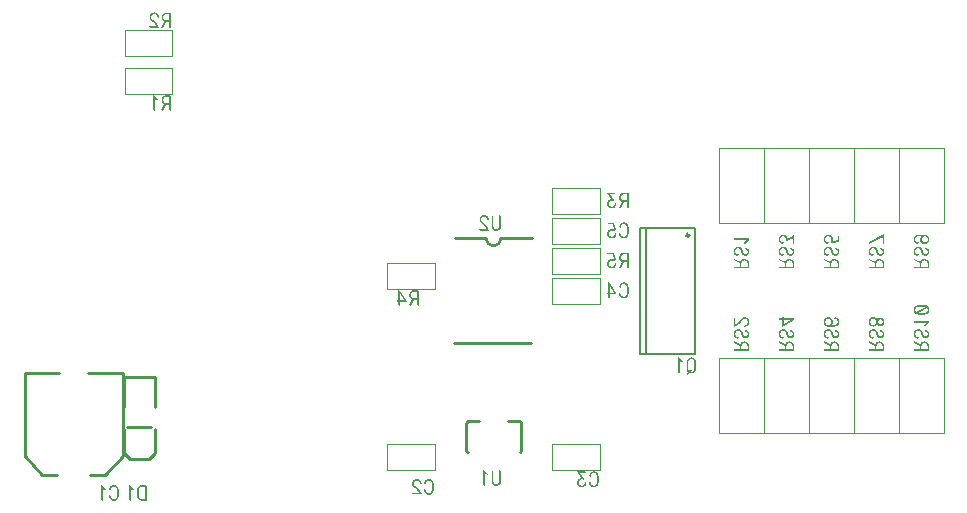
<source format=gbo>
G04 Layer_Color=13813960*
%FSAX43Y43*%
%MOMM*%
G71*
G01*
G75*
%ADD35C,0.254*%
%ADD36C,0.200*%
%ADD57C,0.250*%
%ADD58C,0.100*%
G36*
X0100992Y0053231D02*
X0101021Y0053228D01*
X0101075Y0053214D01*
X0101122Y0053195D01*
X0101161Y0053174D01*
X0101194Y0053151D01*
X0101218Y0053132D01*
X0101227Y0053125D01*
X0101234Y0053118D01*
X0101237Y0053115D01*
X0101239Y0053113D01*
X0101277Y0053068D01*
X0101305Y0053021D01*
X0101326Y0052974D01*
X0101342Y0052930D01*
X0101354Y0052892D01*
X0101359Y0052873D01*
X0101361Y0052859D01*
X0101364Y0052848D01*
X0101366Y0052838D01*
Y0052833D01*
Y0052831D01*
X0101373Y0052794D01*
X0101382Y0052761D01*
X0101392Y0052732D01*
X0101403Y0052711D01*
X0101413Y0052693D01*
X0101422Y0052681D01*
X0101429Y0052674D01*
X0101432Y0052671D01*
X0101453Y0052653D01*
X0101476Y0052638D01*
X0101500Y0052629D01*
X0101521Y0052622D01*
X0101540Y0052617D01*
X0101554Y0052615D01*
X0101568D01*
X0101596Y0052617D01*
X0101622Y0052624D01*
X0101645Y0052634D01*
X0101664Y0052643D01*
X0101681Y0052653D01*
X0101695Y0052662D01*
X0101702Y0052669D01*
X0101704Y0052671D01*
X0101723Y0052693D01*
X0101737Y0052716D01*
X0101746Y0052737D01*
X0101754Y0052758D01*
X0101758Y0052777D01*
X0101761Y0052791D01*
Y0052803D01*
Y0052805D01*
X0101758Y0052833D01*
X0101751Y0052859D01*
X0101742Y0052883D01*
X0101732Y0052904D01*
X0101721Y0052920D01*
X0101711Y0052932D01*
X0101704Y0052939D01*
X0101702Y0052942D01*
X0101681Y0052960D01*
X0101657Y0052974D01*
X0101636Y0052984D01*
X0101613Y0052993D01*
X0101594Y0052996D01*
X0101580Y0053000D01*
X0101495D01*
X0101559Y0053144D01*
X0101594D01*
X0101617Y0053139D01*
X0101662Y0053127D01*
X0101702Y0053111D01*
X0101737Y0053094D01*
X0101765Y0053075D01*
X0101786Y0053059D01*
X0101801Y0053047D01*
X0101805Y0053045D01*
Y0053043D01*
X0101838Y0053005D01*
X0101862Y0052965D01*
X0101880Y0052925D01*
X0101892Y0052888D01*
X0101899Y0052855D01*
X0101902Y0052829D01*
X0101904Y0052819D01*
Y0052812D01*
Y0052808D01*
Y0052805D01*
X0101899Y0052756D01*
X0101887Y0052709D01*
X0101873Y0052669D01*
X0101855Y0052634D01*
X0101836Y0052606D01*
X0101822Y0052587D01*
X0101810Y0052573D01*
X0101805Y0052568D01*
X0101768Y0052535D01*
X0101728Y0052512D01*
X0101688Y0052495D01*
X0101650Y0052483D01*
X0101617Y0052476D01*
X0101591Y0052474D01*
X0101582Y0052472D01*
X0101568D01*
X0101516Y0052476D01*
X0101472Y0052488D01*
X0101429Y0052502D01*
X0101396Y0052521D01*
X0101366Y0052540D01*
X0101347Y0052554D01*
X0101333Y0052566D01*
X0101328Y0052570D01*
X0101295Y0052610D01*
X0101272Y0052653D01*
X0101251Y0052697D01*
X0101239Y0052740D01*
X0101230Y0052777D01*
X0101225Y0052794D01*
X0101223Y0052808D01*
Y0052819D01*
X0101220Y0052829D01*
Y0052833D01*
Y0052836D01*
X0101216Y0052871D01*
X0101204Y0052906D01*
X0101190Y0052937D01*
X0101173Y0052963D01*
X0101159Y0052986D01*
X0101145Y0053003D01*
X0101136Y0053012D01*
X0101133Y0053017D01*
X0101105Y0053043D01*
X0101077Y0053061D01*
X0101046Y0053073D01*
X0101018Y0053083D01*
X0100992Y0053087D01*
X0100971Y0053092D01*
X0100952D01*
X0100915Y0053090D01*
X0100880Y0053080D01*
X0100849Y0053068D01*
X0100823Y0053054D01*
X0100802Y0053038D01*
X0100786Y0053026D01*
X0100774Y0053017D01*
X0100771Y0053014D01*
X0100746Y0052984D01*
X0100729Y0052953D01*
X0100715Y0052923D01*
X0100706Y0052895D01*
X0100701Y0052869D01*
X0100699Y0052850D01*
X0100696Y0052836D01*
Y0052833D01*
Y0052831D01*
X0100699Y0052794D01*
X0100708Y0052758D01*
X0100720Y0052728D01*
X0100734Y0052702D01*
X0100748Y0052681D01*
X0100760Y0052664D01*
X0100769Y0052653D01*
X0100771Y0052650D01*
X0100800Y0052624D01*
X0100830Y0052608D01*
X0100861Y0052594D01*
X0100889Y0052584D01*
X0100915Y0052580D01*
X0100934Y0052577D01*
X0100948Y0052575D01*
X0101028D01*
X0100966Y0052432D01*
X0100955D01*
X0100924Y0052434D01*
X0100896Y0052436D01*
X0100842Y0052451D01*
X0100795Y0052469D01*
X0100755Y0052490D01*
X0100720Y0052512D01*
X0100696Y0052528D01*
X0100687Y0052537D01*
X0100680Y0052542D01*
X0100677Y0052545D01*
X0100675Y0052547D01*
X0100654Y0052568D01*
X0100638Y0052591D01*
X0100621Y0052615D01*
X0100609Y0052641D01*
X0100588Y0052688D01*
X0100574Y0052732D01*
X0100567Y0052772D01*
X0100565Y0052789D01*
X0100562Y0052803D01*
X0100560Y0052815D01*
Y0052824D01*
Y0052829D01*
Y0052831D01*
X0100562Y0052862D01*
X0100565Y0052892D01*
X0100579Y0052946D01*
X0100598Y0052996D01*
X0100619Y0053038D01*
X0100640Y0053071D01*
X0100656Y0053094D01*
X0100666Y0053104D01*
X0100670Y0053111D01*
X0100673Y0053113D01*
X0100675Y0053115D01*
X0100696Y0053137D01*
X0100720Y0053155D01*
X0100743Y0053169D01*
X0100767Y0053184D01*
X0100816Y0053205D01*
X0100858Y0053219D01*
X0100898Y0053226D01*
X0100915Y0053231D01*
X0100929D01*
X0100941Y0053233D01*
X0100962D01*
X0100992Y0053231D01*
D02*
G37*
G36*
X0101117Y0051971D02*
X0101129Y0051995D01*
X0101143Y0052016D01*
X0101157Y0052037D01*
X0101171Y0052053D01*
X0101183Y0052068D01*
X0101192Y0052079D01*
X0101199Y0052086D01*
X0101201Y0052089D01*
X0101223Y0052110D01*
X0101246Y0052126D01*
X0101270Y0052143D01*
X0101295Y0052154D01*
X0101342Y0052176D01*
X0101387Y0052190D01*
X0101427Y0052197D01*
X0101443Y0052201D01*
X0101458D01*
X0101469Y0052204D01*
X0101486D01*
X0101516Y0052201D01*
X0101544Y0052199D01*
X0101598Y0052185D01*
X0101648Y0052166D01*
X0101688Y0052145D01*
X0101723Y0052124D01*
X0101746Y0052105D01*
X0101756Y0052098D01*
X0101763Y0052091D01*
X0101765Y0052089D01*
X0101768Y0052086D01*
X0101789Y0052065D01*
X0101808Y0052042D01*
X0101824Y0052018D01*
X0101838Y0051995D01*
X0101859Y0051948D01*
X0101873Y0051905D01*
X0101880Y0051866D01*
X0101883Y0051849D01*
X0101885Y0051835D01*
X0101887Y0051823D01*
Y0051814D01*
Y0051809D01*
Y0051807D01*
Y0051548D01*
X0101840Y0051405D01*
X0100560D01*
X0100621Y0051548D01*
X0101084D01*
Y0051809D01*
Y0051821D01*
Y0051826D01*
X0100560Y0052072D01*
X0100621Y0052216D01*
X0101117Y0051971D01*
D02*
G37*
G36*
X0097307D02*
X0097319Y0051995D01*
X0097333Y0052016D01*
X0097347Y0052037D01*
X0097361Y0052053D01*
X0097373Y0052068D01*
X0097382Y0052079D01*
X0097389Y0052086D01*
X0097391Y0052089D01*
X0097413Y0052110D01*
X0097436Y0052126D01*
X0097460Y0052143D01*
X0097485Y0052154D01*
X0097532Y0052176D01*
X0097577Y0052190D01*
X0097617Y0052197D01*
X0097633Y0052201D01*
X0097648D01*
X0097659Y0052204D01*
X0097676D01*
X0097706Y0052201D01*
X0097734Y0052199D01*
X0097788Y0052185D01*
X0097838Y0052166D01*
X0097878Y0052145D01*
X0097913Y0052124D01*
X0097937Y0052105D01*
X0097946Y0052098D01*
X0097953Y0052091D01*
X0097955Y0052089D01*
X0097958Y0052086D01*
X0097979Y0052065D01*
X0097998Y0052042D01*
X0098014Y0052018D01*
X0098028Y0051995D01*
X0098049Y0051948D01*
X0098063Y0051905D01*
X0098070Y0051866D01*
X0098073Y0051849D01*
X0098075Y0051835D01*
X0098077Y0051823D01*
Y0051814D01*
Y0051809D01*
Y0051807D01*
Y0051548D01*
X0098030Y0051405D01*
X0096750D01*
X0096811Y0051548D01*
X0097274D01*
Y0051809D01*
Y0051821D01*
Y0051826D01*
X0096750Y0052072D01*
X0096811Y0052216D01*
X0097307Y0051971D01*
D02*
G37*
G36*
X0101537Y0054255D02*
X0101566Y0054253D01*
X0101620Y0054238D01*
X0101667Y0054220D01*
X0101709Y0054199D01*
X0101742Y0054175D01*
X0101765Y0054156D01*
X0101775Y0054149D01*
X0101782Y0054142D01*
X0101784Y0054140D01*
X0101786Y0054137D01*
X0101808Y0054116D01*
X0101826Y0054093D01*
X0101840Y0054069D01*
X0101855Y0054046D01*
X0101876Y0053999D01*
X0101890Y0053954D01*
X0101897Y0053914D01*
X0101902Y0053898D01*
Y0053884D01*
X0101904Y0053872D01*
Y0053863D01*
Y0053858D01*
Y0053856D01*
X0101902Y0053823D01*
X0101899Y0053794D01*
X0101885Y0053738D01*
X0101866Y0053689D01*
X0101845Y0053649D01*
X0101824Y0053616D01*
X0101805Y0053592D01*
X0101798Y0053583D01*
X0101791Y0053576D01*
X0101789Y0053574D01*
X0101786Y0053571D01*
X0101763Y0053550D01*
X0101739Y0053534D01*
X0101716Y0053517D01*
X0101692Y0053503D01*
X0101645Y0053482D01*
X0101603Y0053468D01*
X0101566Y0053461D01*
X0101549Y0053458D01*
X0101535Y0053456D01*
X0101526Y0053454D01*
X0101509D01*
X0101479Y0053456D01*
X0101450Y0053458D01*
X0101394Y0053473D01*
X0101347Y0053491D01*
X0101307Y0053513D01*
X0101274Y0053534D01*
X0101251Y0053552D01*
X0101241Y0053559D01*
X0101234Y0053567D01*
X0101232Y0053569D01*
X0101230Y0053571D01*
X0101208Y0053592D01*
X0101192Y0053616D01*
X0101176Y0053639D01*
X0101164Y0053665D01*
X0101143Y0053712D01*
X0101129Y0053757D01*
X0101122Y0053797D01*
X0101119Y0053813D01*
X0101117Y0053827D01*
X0101114Y0053839D01*
Y0053848D01*
Y0053853D01*
Y0053856D01*
X0101119Y0053910D01*
X0101129Y0053957D01*
X0101145Y0054001D01*
X0101161Y0054039D01*
X0101178Y0054072D01*
X0101194Y0054095D01*
X0101199Y0054102D01*
X0101204Y0054109D01*
X0101208Y0054112D01*
Y0054114D01*
X0100952D01*
X0100915Y0054112D01*
X0100880Y0054102D01*
X0100849Y0054090D01*
X0100821Y0054076D01*
X0100800Y0054060D01*
X0100783Y0054048D01*
X0100774Y0054039D01*
X0100769Y0054036D01*
X0100746Y0054008D01*
X0100727Y0053978D01*
X0100715Y0053947D01*
X0100706Y0053919D01*
X0100701Y0053893D01*
X0100699Y0053874D01*
X0100696Y0053860D01*
Y0053858D01*
Y0053856D01*
X0100699Y0053818D01*
X0100708Y0053783D01*
X0100720Y0053752D01*
X0100734Y0053724D01*
X0100748Y0053703D01*
X0100760Y0053686D01*
X0100769Y0053677D01*
X0100771Y0053672D01*
X0100802Y0053646D01*
X0100833Y0053630D01*
X0100861Y0053616D01*
X0100891Y0053606D01*
X0100915Y0053602D01*
X0100936Y0053599D01*
X0100948Y0053597D01*
X0101030D01*
X0100966Y0053454D01*
X0100955D01*
X0100924Y0053456D01*
X0100896Y0053458D01*
X0100844Y0053473D01*
X0100795Y0053491D01*
X0100755Y0053513D01*
X0100722Y0053534D01*
X0100696Y0053552D01*
X0100687Y0053559D01*
X0100680Y0053567D01*
X0100677Y0053569D01*
X0100675Y0053571D01*
X0100654Y0053592D01*
X0100638Y0053616D01*
X0100621Y0053639D01*
X0100609Y0053663D01*
X0100588Y0053710D01*
X0100574Y0053757D01*
X0100567Y0053794D01*
X0100565Y0053813D01*
X0100562Y0053827D01*
X0100560Y0053839D01*
Y0053848D01*
Y0053853D01*
Y0053856D01*
X0100562Y0053884D01*
X0100565Y0053912D01*
X0100579Y0053966D01*
X0100598Y0054013D01*
X0100619Y0054055D01*
X0100640Y0054088D01*
X0100649Y0054102D01*
X0100656Y0054114D01*
X0100666Y0054123D01*
X0100670Y0054130D01*
X0100673Y0054133D01*
X0100675Y0054135D01*
X0100699Y0054156D01*
X0100722Y0054175D01*
X0100746Y0054192D01*
X0100769Y0054206D01*
X0100816Y0054227D01*
X0100858Y0054243D01*
X0100898Y0054250D01*
X0100915Y0054253D01*
X0100927Y0054255D01*
X0100938Y0054257D01*
X0101507D01*
X0101537Y0054255D01*
D02*
G37*
G36*
X0036302Y0073067D02*
X0036332Y0073064D01*
X0036386Y0073050D01*
X0036436Y0073031D01*
X0036476Y0073010D01*
X0036511Y0072989D01*
X0036534Y0072970D01*
X0036544Y0072963D01*
X0036551Y0072956D01*
X0036553Y0072954D01*
X0036555Y0072951D01*
X0036577Y0072928D01*
X0036593Y0072904D01*
X0036610Y0072881D01*
X0036624Y0072857D01*
X0036645Y0072810D01*
X0036659Y0072766D01*
X0036666Y0072728D01*
X0036668Y0072712D01*
X0036671Y0072698D01*
X0036673Y0072688D01*
Y0072679D01*
Y0072674D01*
Y0072672D01*
Y0072604D01*
X0036530Y0072667D01*
Y0072674D01*
Y0072677D01*
Y0072679D01*
X0036527Y0072716D01*
X0036518Y0072749D01*
X0036506Y0072780D01*
X0036492Y0072806D01*
X0036478Y0072827D01*
X0036466Y0072841D01*
X0036457Y0072853D01*
X0036454Y0072855D01*
X0036424Y0072881D01*
X0036393Y0072900D01*
X0036363Y0072914D01*
X0036335Y0072923D01*
X0036309Y0072928D01*
X0036290Y0072933D01*
X0036271D01*
X0036231Y0072930D01*
X0036198Y0072921D01*
X0036165Y0072909D01*
X0036140Y0072895D01*
X0036118Y0072879D01*
X0036104Y0072867D01*
X0036093Y0072857D01*
X0036090Y0072855D01*
X0036067Y0072827D01*
X0036048Y0072796D01*
X0036034Y0072766D01*
X0036025Y0072738D01*
X0036017Y0072712D01*
X0036015Y0072693D01*
X0036013Y0072679D01*
Y0072677D01*
Y0072674D01*
Y0072665D01*
Y0072662D01*
Y0072660D01*
X0036015Y0072623D01*
X0036025Y0072587D01*
X0036036Y0072561D01*
X0036050Y0072538D01*
X0036064Y0072519D01*
X0036076Y0072507D01*
X0036086Y0072500D01*
X0036088Y0072498D01*
X0036107Y0072484D01*
X0036128Y0072467D01*
X0036154Y0072449D01*
X0036180Y0072430D01*
X0036205Y0072411D01*
X0036224Y0072397D01*
X0036238Y0072388D01*
X0036241Y0072383D01*
X0036243D01*
X0036285Y0072350D01*
X0036325Y0072315D01*
X0036365Y0072277D01*
X0036400Y0072240D01*
X0036433Y0072202D01*
X0036464Y0072162D01*
X0036490Y0072124D01*
X0036516Y0072087D01*
X0036537Y0072054D01*
X0036558Y0072021D01*
X0036574Y0071993D01*
X0036586Y0071967D01*
X0036598Y0071946D01*
X0036605Y0071932D01*
X0036610Y0071920D01*
X0036612Y0071918D01*
X0036680Y0071744D01*
X0035919D01*
X0035855Y0071887D01*
X0036464D01*
X0036454Y0071901D01*
X0036429Y0071955D01*
X0036398Y0072009D01*
X0036363Y0072059D01*
X0036330Y0072103D01*
X0036299Y0072141D01*
X0036285Y0072157D01*
X0036274Y0072169D01*
X0036264Y0072181D01*
X0036257Y0072188D01*
X0036252Y0072193D01*
X0036250Y0072195D01*
X0036245Y0072200D01*
X0036238Y0072207D01*
X0036224Y0072216D01*
X0036208Y0072230D01*
X0036189Y0072244D01*
X0036168Y0072261D01*
X0036123Y0072296D01*
X0036079Y0072331D01*
X0036060Y0072348D01*
X0036041Y0072362D01*
X0036025Y0072373D01*
X0036013Y0072383D01*
X0036006Y0072388D01*
X0036003Y0072390D01*
X0035980Y0072411D01*
X0035959Y0072430D01*
X0035942Y0072453D01*
X0035928Y0072474D01*
X0035905Y0072519D01*
X0035888Y0072561D01*
X0035879Y0072597D01*
X0035876Y0072613D01*
X0035874Y0072627D01*
X0035872Y0072637D01*
Y0072646D01*
Y0072651D01*
Y0072653D01*
X0035874Y0072686D01*
X0035876Y0072719D01*
X0035891Y0072778D01*
X0035909Y0072829D01*
X0035931Y0072872D01*
X0035952Y0072907D01*
X0035961Y0072919D01*
X0035970Y0072930D01*
X0035978Y0072940D01*
X0035985Y0072947D01*
X0035987Y0072949D01*
X0035989Y0072951D01*
X0036010Y0072973D01*
X0036034Y0072991D01*
X0036057Y0073005D01*
X0036081Y0073020D01*
X0036128Y0073041D01*
X0036173Y0073055D01*
X0036212Y0073062D01*
X0036229Y0073067D01*
X0036243D01*
X0036255Y0073069D01*
X0036271D01*
X0036302Y0073067D01*
D02*
G37*
G36*
X0037695Y0073005D02*
Y0071725D01*
X0037552Y0071786D01*
Y0072249D01*
X0037274D01*
X0037028Y0071725D01*
X0036884Y0071786D01*
X0037129Y0072282D01*
X0037105Y0072294D01*
X0037084Y0072308D01*
X0037063Y0072322D01*
X0037047Y0072336D01*
X0037032Y0072348D01*
X0037021Y0072357D01*
X0037014Y0072364D01*
X0037011Y0072366D01*
X0036990Y0072388D01*
X0036974Y0072411D01*
X0036957Y0072435D01*
X0036946Y0072460D01*
X0036924Y0072507D01*
X0036910Y0072552D01*
X0036903Y0072592D01*
X0036899Y0072608D01*
Y0072623D01*
X0036896Y0072634D01*
Y0072644D01*
Y0072648D01*
Y0072651D01*
X0036899Y0072681D01*
X0036901Y0072709D01*
X0036915Y0072763D01*
X0036934Y0072813D01*
X0036955Y0072853D01*
X0036976Y0072888D01*
X0036995Y0072911D01*
X0037002Y0072921D01*
X0037009Y0072928D01*
X0037011Y0072930D01*
X0037014Y0072933D01*
X0037035Y0072954D01*
X0037058Y0072973D01*
X0037082Y0072989D01*
X0037105Y0073003D01*
X0037152Y0073024D01*
X0037195Y0073038D01*
X0037235Y0073045D01*
X0037251Y0073048D01*
X0037265Y0073050D01*
X0037277Y0073052D01*
X0037552D01*
X0037695Y0073005D01*
D02*
G37*
G36*
X0064246Y0055922D02*
X0064277Y0055919D01*
X0064331Y0055905D01*
X0064380Y0055886D01*
X0064420Y0055865D01*
X0064456Y0055844D01*
X0064479Y0055825D01*
X0064488Y0055818D01*
X0064495Y0055811D01*
X0064498Y0055809D01*
X0064500Y0055806D01*
X0064521Y0055783D01*
X0064538Y0055759D01*
X0064554Y0055736D01*
X0064568Y0055712D01*
X0064589Y0055665D01*
X0064604Y0055621D01*
X0064611Y0055583D01*
X0064613Y0055567D01*
X0064615Y0055553D01*
X0064618Y0055543D01*
Y0055534D01*
Y0055529D01*
Y0055527D01*
Y0055459D01*
X0064474Y0055522D01*
Y0055529D01*
Y0055532D01*
Y0055534D01*
X0064472Y0055571D01*
X0064463Y0055604D01*
X0064451Y0055635D01*
X0064437Y0055661D01*
X0064423Y0055682D01*
X0064411Y0055696D01*
X0064402Y0055708D01*
X0064399Y0055710D01*
X0064369Y0055736D01*
X0064338Y0055755D01*
X0064308Y0055769D01*
X0064279Y0055778D01*
X0064253Y0055783D01*
X0064235Y0055788D01*
X0064216D01*
X0064176Y0055785D01*
X0064143Y0055776D01*
X0064110Y0055764D01*
X0064084Y0055750D01*
X0064063Y0055734D01*
X0064049Y0055722D01*
X0064037Y0055712D01*
X0064035Y0055710D01*
X0064011Y0055682D01*
X0063993Y0055651D01*
X0063979Y0055621D01*
X0063969Y0055593D01*
X0063962Y0055567D01*
X0063960Y0055548D01*
X0063957Y0055534D01*
Y0055532D01*
Y0055529D01*
Y0055520D01*
Y0055517D01*
Y0055515D01*
X0063960Y0055478D01*
X0063969Y0055442D01*
X0063981Y0055416D01*
X0063995Y0055393D01*
X0064009Y0055374D01*
X0064021Y0055362D01*
X0064030Y0055355D01*
X0064033Y0055353D01*
X0064051Y0055339D01*
X0064073Y0055322D01*
X0064098Y0055304D01*
X0064124Y0055285D01*
X0064150Y0055266D01*
X0064169Y0055252D01*
X0064183Y0055243D01*
X0064185Y0055238D01*
X0064188D01*
X0064230Y0055205D01*
X0064270Y0055170D01*
X0064310Y0055132D01*
X0064345Y0055095D01*
X0064378Y0055057D01*
X0064409Y0055017D01*
X0064434Y0054979D01*
X0064460Y0054942D01*
X0064481Y0054909D01*
X0064503Y0054876D01*
X0064519Y0054848D01*
X0064531Y0054822D01*
X0064542Y0054801D01*
X0064550Y0054787D01*
X0064554Y0054775D01*
X0064557Y0054773D01*
X0064625Y0054599D01*
X0063863D01*
X0063800Y0054742D01*
X0064409D01*
X0064399Y0054756D01*
X0064373Y0054810D01*
X0064343Y0054864D01*
X0064308Y0054914D01*
X0064275Y0054958D01*
X0064244Y0054996D01*
X0064230Y0055012D01*
X0064218Y0055024D01*
X0064209Y0055036D01*
X0064202Y0055043D01*
X0064197Y0055048D01*
X0064195Y0055050D01*
X0064190Y0055055D01*
X0064183Y0055062D01*
X0064169Y0055071D01*
X0064152Y0055085D01*
X0064134Y0055099D01*
X0064113Y0055116D01*
X0064068Y0055151D01*
X0064023Y0055186D01*
X0064004Y0055203D01*
X0063986Y0055217D01*
X0063969Y0055228D01*
X0063957Y0055238D01*
X0063950Y0055243D01*
X0063948Y0055245D01*
X0063925Y0055266D01*
X0063903Y0055285D01*
X0063887Y0055308D01*
X0063873Y0055329D01*
X0063849Y0055374D01*
X0063833Y0055416D01*
X0063824Y0055452D01*
X0063821Y0055468D01*
X0063819Y0055482D01*
X0063816Y0055492D01*
Y0055501D01*
Y0055506D01*
Y0055508D01*
X0063819Y0055541D01*
X0063821Y0055574D01*
X0063835Y0055633D01*
X0063854Y0055684D01*
X0063875Y0055727D01*
X0063896Y0055762D01*
X0063906Y0055774D01*
X0063915Y0055785D01*
X0063922Y0055795D01*
X0063929Y0055802D01*
X0063932Y0055804D01*
X0063934Y0055806D01*
X0063955Y0055828D01*
X0063979Y0055846D01*
X0064002Y0055860D01*
X0064026Y0055875D01*
X0064073Y0055896D01*
X0064117Y0055910D01*
X0064157Y0055917D01*
X0064174Y0055922D01*
X0064188D01*
X0064199Y0055924D01*
X0064216D01*
X0064246Y0055922D01*
D02*
G37*
G36*
X0065635Y0055860D02*
Y0054975D01*
X0065633Y0054944D01*
X0065630Y0054916D01*
X0065616Y0054862D01*
X0065597Y0054815D01*
X0065576Y0054773D01*
X0065555Y0054740D01*
X0065536Y0054716D01*
X0065529Y0054707D01*
X0065522Y0054700D01*
X0065520Y0054697D01*
X0065518Y0054695D01*
X0065494Y0054674D01*
X0065471Y0054658D01*
X0065447Y0054641D01*
X0065424Y0054629D01*
X0065377Y0054608D01*
X0065332Y0054594D01*
X0065294Y0054587D01*
X0065278Y0054585D01*
X0065264Y0054582D01*
X0065252Y0054580D01*
X0065236D01*
X0065205Y0054582D01*
X0065174Y0054585D01*
X0065120Y0054599D01*
X0065071Y0054618D01*
X0065031Y0054639D01*
X0064998Y0054660D01*
X0064984Y0054669D01*
X0064972Y0054676D01*
X0064963Y0054686D01*
X0064956Y0054690D01*
X0064954Y0054693D01*
X0064951Y0054695D01*
X0064930Y0054716D01*
X0064911Y0054740D01*
X0064895Y0054763D01*
X0064881Y0054787D01*
X0064860Y0054834D01*
X0064846Y0054878D01*
X0064839Y0054916D01*
X0064836Y0054932D01*
X0064834Y0054947D01*
X0064831Y0054958D01*
Y0054968D01*
Y0054972D01*
Y0054975D01*
Y0055924D01*
X0064975Y0055860D01*
Y0054972D01*
Y0054970D01*
X0064977Y0054932D01*
X0064987Y0054897D01*
X0064998Y0054867D01*
X0065012Y0054841D01*
X0065029Y0054820D01*
X0065041Y0054806D01*
X0065050Y0054794D01*
X0065052Y0054791D01*
X0065081Y0054766D01*
X0065111Y0054749D01*
X0065142Y0054735D01*
X0065170Y0054726D01*
X0065196Y0054721D01*
X0065214Y0054719D01*
X0065229Y0054716D01*
X0065233D01*
X0065271Y0054719D01*
X0065306Y0054728D01*
X0065337Y0054740D01*
X0065365Y0054754D01*
X0065386Y0054768D01*
X0065402Y0054780D01*
X0065412Y0054789D01*
X0065416Y0054791D01*
X0065442Y0054820D01*
X0065459Y0054850D01*
X0065473Y0054881D01*
X0065482Y0054909D01*
X0065487Y0054935D01*
X0065489Y0054954D01*
X0065492Y0054968D01*
Y0054972D01*
Y0055924D01*
X0065635Y0055860D01*
D02*
G37*
G36*
X0097182Y0053231D02*
X0097211Y0053228D01*
X0097265Y0053214D01*
X0097312Y0053195D01*
X0097351Y0053174D01*
X0097384Y0053151D01*
X0097408Y0053132D01*
X0097417Y0053125D01*
X0097424Y0053118D01*
X0097427Y0053115D01*
X0097429Y0053113D01*
X0097467Y0053068D01*
X0097495Y0053021D01*
X0097516Y0052974D01*
X0097532Y0052930D01*
X0097544Y0052892D01*
X0097549Y0052873D01*
X0097551Y0052859D01*
X0097554Y0052848D01*
X0097556Y0052838D01*
Y0052833D01*
Y0052831D01*
X0097563Y0052794D01*
X0097572Y0052761D01*
X0097582Y0052732D01*
X0097593Y0052711D01*
X0097603Y0052693D01*
X0097612Y0052681D01*
X0097619Y0052674D01*
X0097622Y0052671D01*
X0097643Y0052653D01*
X0097666Y0052638D01*
X0097690Y0052629D01*
X0097711Y0052622D01*
X0097730Y0052617D01*
X0097744Y0052615D01*
X0097758D01*
X0097786Y0052617D01*
X0097812Y0052624D01*
X0097835Y0052634D01*
X0097854Y0052643D01*
X0097871Y0052653D01*
X0097885Y0052662D01*
X0097892Y0052669D01*
X0097894Y0052671D01*
X0097913Y0052693D01*
X0097927Y0052716D01*
X0097937Y0052737D01*
X0097944Y0052758D01*
X0097948Y0052777D01*
X0097951Y0052791D01*
Y0052803D01*
Y0052805D01*
X0097948Y0052833D01*
X0097941Y0052859D01*
X0097932Y0052883D01*
X0097922Y0052904D01*
X0097911Y0052920D01*
X0097901Y0052932D01*
X0097894Y0052939D01*
X0097892Y0052942D01*
X0097871Y0052960D01*
X0097847Y0052974D01*
X0097826Y0052984D01*
X0097803Y0052993D01*
X0097784Y0052996D01*
X0097770Y0053000D01*
X0097685D01*
X0097749Y0053144D01*
X0097784D01*
X0097807Y0053139D01*
X0097852Y0053127D01*
X0097892Y0053111D01*
X0097927Y0053094D01*
X0097955Y0053075D01*
X0097976Y0053059D01*
X0097991Y0053047D01*
X0097995Y0053045D01*
Y0053043D01*
X0098028Y0053005D01*
X0098052Y0052965D01*
X0098070Y0052925D01*
X0098082Y0052888D01*
X0098089Y0052855D01*
X0098092Y0052829D01*
X0098094Y0052819D01*
Y0052812D01*
Y0052808D01*
Y0052805D01*
X0098089Y0052756D01*
X0098077Y0052709D01*
X0098063Y0052669D01*
X0098045Y0052634D01*
X0098026Y0052606D01*
X0098012Y0052587D01*
X0098000Y0052573D01*
X0097995Y0052568D01*
X0097958Y0052535D01*
X0097918Y0052512D01*
X0097878Y0052495D01*
X0097840Y0052483D01*
X0097807Y0052476D01*
X0097781Y0052474D01*
X0097772Y0052472D01*
X0097758D01*
X0097706Y0052476D01*
X0097662Y0052488D01*
X0097619Y0052502D01*
X0097586Y0052521D01*
X0097556Y0052540D01*
X0097537Y0052554D01*
X0097523Y0052566D01*
X0097518Y0052570D01*
X0097485Y0052610D01*
X0097462Y0052653D01*
X0097441Y0052697D01*
X0097429Y0052740D01*
X0097420Y0052777D01*
X0097415Y0052794D01*
X0097413Y0052808D01*
Y0052819D01*
X0097410Y0052829D01*
Y0052833D01*
Y0052836D01*
X0097406Y0052871D01*
X0097394Y0052906D01*
X0097380Y0052937D01*
X0097363Y0052963D01*
X0097349Y0052986D01*
X0097335Y0053003D01*
X0097326Y0053012D01*
X0097323Y0053017D01*
X0097295Y0053043D01*
X0097267Y0053061D01*
X0097236Y0053073D01*
X0097208Y0053083D01*
X0097182Y0053087D01*
X0097161Y0053092D01*
X0097142D01*
X0097105Y0053090D01*
X0097070Y0053080D01*
X0097039Y0053068D01*
X0097013Y0053054D01*
X0096992Y0053038D01*
X0096976Y0053026D01*
X0096964Y0053017D01*
X0096961Y0053014D01*
X0096936Y0052984D01*
X0096919Y0052953D01*
X0096905Y0052923D01*
X0096896Y0052895D01*
X0096891Y0052869D01*
X0096889Y0052850D01*
X0096886Y0052836D01*
Y0052833D01*
Y0052831D01*
X0096889Y0052794D01*
X0096898Y0052758D01*
X0096910Y0052728D01*
X0096924Y0052702D01*
X0096938Y0052681D01*
X0096950Y0052664D01*
X0096959Y0052653D01*
X0096961Y0052650D01*
X0096990Y0052624D01*
X0097020Y0052608D01*
X0097051Y0052594D01*
X0097079Y0052584D01*
X0097105Y0052580D01*
X0097124Y0052577D01*
X0097138Y0052575D01*
X0097218D01*
X0097156Y0052432D01*
X0097145D01*
X0097114Y0052434D01*
X0097086Y0052436D01*
X0097032Y0052451D01*
X0096985Y0052469D01*
X0096945Y0052490D01*
X0096910Y0052512D01*
X0096886Y0052528D01*
X0096877Y0052537D01*
X0096870Y0052542D01*
X0096867Y0052545D01*
X0096865Y0052547D01*
X0096844Y0052568D01*
X0096828Y0052591D01*
X0096811Y0052615D01*
X0096799Y0052641D01*
X0096778Y0052688D01*
X0096764Y0052732D01*
X0096757Y0052772D01*
X0096755Y0052789D01*
X0096752Y0052803D01*
X0096750Y0052815D01*
Y0052824D01*
Y0052829D01*
Y0052831D01*
X0096752Y0052862D01*
X0096755Y0052892D01*
X0096769Y0052946D01*
X0096788Y0052996D01*
X0096809Y0053038D01*
X0096830Y0053071D01*
X0096846Y0053094D01*
X0096856Y0053104D01*
X0096860Y0053111D01*
X0096863Y0053113D01*
X0096865Y0053115D01*
X0096886Y0053137D01*
X0096910Y0053155D01*
X0096933Y0053169D01*
X0096957Y0053184D01*
X0097006Y0053205D01*
X0097048Y0053219D01*
X0097088Y0053226D01*
X0097105Y0053231D01*
X0097119D01*
X0097131Y0053233D01*
X0097152D01*
X0097182Y0053231D01*
D02*
G37*
G36*
X0089562D02*
X0089590Y0053228D01*
X0089645Y0053214D01*
X0089692Y0053195D01*
X0089731Y0053174D01*
X0089764Y0053151D01*
X0089788Y0053132D01*
X0089797Y0053125D01*
X0089804Y0053118D01*
X0089807Y0053115D01*
X0089809Y0053113D01*
X0089847Y0053068D01*
X0089875Y0053021D01*
X0089896Y0052974D01*
X0089912Y0052930D01*
X0089924Y0052892D01*
X0089929Y0052873D01*
X0089931Y0052859D01*
X0089934Y0052848D01*
X0089936Y0052838D01*
Y0052833D01*
Y0052831D01*
X0089943Y0052794D01*
X0089952Y0052761D01*
X0089962Y0052732D01*
X0089973Y0052711D01*
X0089983Y0052693D01*
X0089992Y0052681D01*
X0089999Y0052674D01*
X0090002Y0052671D01*
X0090023Y0052653D01*
X0090046Y0052638D01*
X0090070Y0052629D01*
X0090091Y0052622D01*
X0090110Y0052617D01*
X0090124Y0052615D01*
X0090138D01*
X0090166Y0052617D01*
X0090192Y0052624D01*
X0090215Y0052634D01*
X0090234Y0052643D01*
X0090251Y0052653D01*
X0090265Y0052662D01*
X0090272Y0052669D01*
X0090274Y0052671D01*
X0090293Y0052693D01*
X0090307Y0052716D01*
X0090316Y0052737D01*
X0090324Y0052758D01*
X0090328Y0052777D01*
X0090331Y0052791D01*
Y0052803D01*
Y0052805D01*
X0090328Y0052833D01*
X0090321Y0052859D01*
X0090312Y0052883D01*
X0090302Y0052904D01*
X0090291Y0052920D01*
X0090281Y0052932D01*
X0090274Y0052939D01*
X0090272Y0052942D01*
X0090251Y0052960D01*
X0090227Y0052974D01*
X0090206Y0052984D01*
X0090183Y0052993D01*
X0090164Y0052996D01*
X0090150Y0053000D01*
X0090065D01*
X0090129Y0053144D01*
X0090164D01*
X0090187Y0053139D01*
X0090232Y0053127D01*
X0090272Y0053111D01*
X0090307Y0053094D01*
X0090335Y0053075D01*
X0090356Y0053059D01*
X0090371Y0053047D01*
X0090375Y0053045D01*
Y0053043D01*
X0090408Y0053005D01*
X0090432Y0052965D01*
X0090450Y0052925D01*
X0090462Y0052888D01*
X0090469Y0052855D01*
X0090472Y0052829D01*
X0090474Y0052819D01*
Y0052812D01*
Y0052808D01*
Y0052805D01*
X0090469Y0052756D01*
X0090457Y0052709D01*
X0090443Y0052669D01*
X0090425Y0052634D01*
X0090406Y0052606D01*
X0090392Y0052587D01*
X0090380Y0052573D01*
X0090375Y0052568D01*
X0090338Y0052535D01*
X0090298Y0052512D01*
X0090258Y0052495D01*
X0090220Y0052483D01*
X0090187Y0052476D01*
X0090161Y0052474D01*
X0090152Y0052472D01*
X0090138D01*
X0090086Y0052476D01*
X0090042Y0052488D01*
X0089999Y0052502D01*
X0089966Y0052521D01*
X0089936Y0052540D01*
X0089917Y0052554D01*
X0089903Y0052566D01*
X0089898Y0052570D01*
X0089865Y0052610D01*
X0089842Y0052653D01*
X0089821Y0052697D01*
X0089809Y0052740D01*
X0089800Y0052777D01*
X0089795Y0052794D01*
X0089793Y0052808D01*
Y0052819D01*
X0089790Y0052829D01*
Y0052833D01*
Y0052836D01*
X0089786Y0052871D01*
X0089774Y0052906D01*
X0089760Y0052937D01*
X0089743Y0052963D01*
X0089729Y0052986D01*
X0089715Y0053003D01*
X0089706Y0053012D01*
X0089703Y0053017D01*
X0089675Y0053043D01*
X0089647Y0053061D01*
X0089616Y0053073D01*
X0089588Y0053083D01*
X0089562Y0053087D01*
X0089541Y0053092D01*
X0089522D01*
X0089485Y0053090D01*
X0089450Y0053080D01*
X0089419Y0053068D01*
X0089393Y0053054D01*
X0089372Y0053038D01*
X0089356Y0053026D01*
X0089344Y0053017D01*
X0089341Y0053014D01*
X0089316Y0052984D01*
X0089299Y0052953D01*
X0089285Y0052923D01*
X0089276Y0052895D01*
X0089271Y0052869D01*
X0089269Y0052850D01*
X0089266Y0052836D01*
Y0052833D01*
Y0052831D01*
X0089269Y0052794D01*
X0089278Y0052758D01*
X0089290Y0052728D01*
X0089304Y0052702D01*
X0089318Y0052681D01*
X0089330Y0052664D01*
X0089339Y0052653D01*
X0089341Y0052650D01*
X0089370Y0052624D01*
X0089400Y0052608D01*
X0089431Y0052594D01*
X0089459Y0052584D01*
X0089485Y0052580D01*
X0089504Y0052577D01*
X0089518Y0052575D01*
X0089598D01*
X0089536Y0052432D01*
X0089525D01*
X0089494Y0052434D01*
X0089466Y0052436D01*
X0089412Y0052451D01*
X0089365Y0052469D01*
X0089325Y0052490D01*
X0089290Y0052512D01*
X0089266Y0052528D01*
X0089257Y0052537D01*
X0089250Y0052542D01*
X0089247Y0052545D01*
X0089245Y0052547D01*
X0089224Y0052568D01*
X0089208Y0052591D01*
X0089191Y0052615D01*
X0089179Y0052641D01*
X0089158Y0052688D01*
X0089144Y0052732D01*
X0089137Y0052772D01*
X0089135Y0052789D01*
X0089132Y0052803D01*
X0089130Y0052815D01*
Y0052824D01*
Y0052829D01*
Y0052831D01*
X0089132Y0052862D01*
X0089135Y0052892D01*
X0089149Y0052946D01*
X0089168Y0052996D01*
X0089189Y0053038D01*
X0089210Y0053071D01*
X0089226Y0053094D01*
X0089236Y0053104D01*
X0089240Y0053111D01*
X0089243Y0053113D01*
X0089245Y0053115D01*
X0089266Y0053137D01*
X0089290Y0053155D01*
X0089313Y0053169D01*
X0089337Y0053184D01*
X0089386Y0053205D01*
X0089428Y0053219D01*
X0089468Y0053226D01*
X0089485Y0053231D01*
X0089499D01*
X0089511Y0053233D01*
X0089532D01*
X0089562Y0053231D01*
D02*
G37*
G36*
X0089687Y0051971D02*
X0089699Y0051995D01*
X0089713Y0052016D01*
X0089727Y0052037D01*
X0089741Y0052053D01*
X0089753Y0052068D01*
X0089762Y0052079D01*
X0089769Y0052086D01*
X0089771Y0052089D01*
X0089793Y0052110D01*
X0089816Y0052126D01*
X0089840Y0052143D01*
X0089865Y0052154D01*
X0089912Y0052176D01*
X0089957Y0052190D01*
X0089997Y0052197D01*
X0090013Y0052201D01*
X0090028D01*
X0090039Y0052204D01*
X0090056D01*
X0090086Y0052201D01*
X0090114Y0052199D01*
X0090168Y0052185D01*
X0090218Y0052166D01*
X0090258Y0052145D01*
X0090293Y0052124D01*
X0090316Y0052105D01*
X0090326Y0052098D01*
X0090333Y0052091D01*
X0090335Y0052089D01*
X0090338Y0052086D01*
X0090359Y0052065D01*
X0090378Y0052042D01*
X0090394Y0052018D01*
X0090408Y0051995D01*
X0090429Y0051948D01*
X0090443Y0051905D01*
X0090450Y0051866D01*
X0090453Y0051849D01*
X0090455Y0051835D01*
X0090457Y0051823D01*
Y0051814D01*
Y0051809D01*
Y0051807D01*
Y0051548D01*
X0090410Y0051405D01*
X0089130D01*
X0089191Y0051548D01*
X0089654D01*
Y0051809D01*
Y0051821D01*
Y0051826D01*
X0089130Y0052072D01*
X0089191Y0052216D01*
X0089687Y0051971D01*
D02*
G37*
G36*
X0085877D02*
X0085889Y0051995D01*
X0085903Y0052016D01*
X0085917Y0052037D01*
X0085931Y0052053D01*
X0085943Y0052068D01*
X0085952Y0052079D01*
X0085959Y0052086D01*
X0085961Y0052089D01*
X0085983Y0052110D01*
X0086006Y0052126D01*
X0086030Y0052143D01*
X0086055Y0052154D01*
X0086102Y0052176D01*
X0086147Y0052190D01*
X0086187Y0052197D01*
X0086203Y0052201D01*
X0086218D01*
X0086229Y0052204D01*
X0086246D01*
X0086276Y0052201D01*
X0086304Y0052199D01*
X0086358Y0052185D01*
X0086408Y0052166D01*
X0086448Y0052145D01*
X0086483Y0052124D01*
X0086507Y0052105D01*
X0086516Y0052098D01*
X0086523Y0052091D01*
X0086525Y0052089D01*
X0086528Y0052086D01*
X0086549Y0052065D01*
X0086568Y0052042D01*
X0086584Y0052018D01*
X0086598Y0051995D01*
X0086619Y0051948D01*
X0086633Y0051905D01*
X0086640Y0051866D01*
X0086643Y0051849D01*
X0086645Y0051835D01*
X0086647Y0051823D01*
Y0051814D01*
Y0051809D01*
Y0051807D01*
Y0051548D01*
X0086600Y0051405D01*
X0085320D01*
X0085381Y0051548D01*
X0085844D01*
Y0051809D01*
Y0051821D01*
Y0051826D01*
X0085320Y0052072D01*
X0085381Y0052216D01*
X0085877Y0051971D01*
D02*
G37*
G36*
X0089558Y0054253D02*
X0089586Y0054250D01*
X0089640Y0054236D01*
X0089687Y0054220D01*
X0089727Y0054199D01*
X0089760Y0054177D01*
X0089783Y0054159D01*
X0089793Y0054152D01*
X0089800Y0054145D01*
X0089802Y0054142D01*
X0089804Y0054140D01*
X0089837Y0054102D01*
X0089863Y0054065D01*
X0089884Y0054027D01*
X0089898Y0053992D01*
X0089910Y0053961D01*
X0089917Y0053938D01*
X0089919Y0053928D01*
X0089922Y0053921D01*
Y0053919D01*
Y0053917D01*
X0090457Y0054227D01*
Y0053548D01*
X0090314Y0053484D01*
Y0053964D01*
X0089840Y0053675D01*
X0089774Y0053750D01*
X0089778Y0053769D01*
X0089783Y0053783D01*
X0089786Y0053797D01*
X0089788Y0053809D01*
X0089790Y0053816D01*
Y0053823D01*
Y0053827D01*
Y0053839D01*
Y0053848D01*
Y0053856D01*
Y0053858D01*
X0089783Y0053895D01*
X0089771Y0053931D01*
X0089757Y0053961D01*
X0089741Y0053987D01*
X0089727Y0054011D01*
X0089715Y0054025D01*
X0089706Y0054036D01*
X0089703Y0054039D01*
X0089675Y0054065D01*
X0089647Y0054083D01*
X0089616Y0054095D01*
X0089588Y0054105D01*
X0089562Y0054109D01*
X0089541Y0054114D01*
X0089522D01*
X0089485Y0054112D01*
X0089450Y0054102D01*
X0089419Y0054090D01*
X0089393Y0054076D01*
X0089372Y0054060D01*
X0089356Y0054048D01*
X0089344Y0054039D01*
X0089341Y0054036D01*
X0089316Y0054008D01*
X0089299Y0053978D01*
X0089285Y0053947D01*
X0089276Y0053919D01*
X0089271Y0053893D01*
X0089269Y0053874D01*
X0089266Y0053860D01*
Y0053858D01*
Y0053856D01*
X0089269Y0053818D01*
X0089278Y0053783D01*
X0089290Y0053752D01*
X0089304Y0053724D01*
X0089318Y0053703D01*
X0089330Y0053686D01*
X0089339Y0053677D01*
X0089341Y0053672D01*
X0089370Y0053646D01*
X0089400Y0053630D01*
X0089431Y0053616D01*
X0089459Y0053606D01*
X0089485Y0053602D01*
X0089504Y0053599D01*
X0089518Y0053597D01*
X0089598D01*
X0089536Y0053454D01*
X0089525D01*
X0089494Y0053456D01*
X0089466Y0053458D01*
X0089412Y0053473D01*
X0089365Y0053491D01*
X0089325Y0053513D01*
X0089290Y0053534D01*
X0089266Y0053552D01*
X0089257Y0053559D01*
X0089250Y0053567D01*
X0089247Y0053569D01*
X0089245Y0053571D01*
X0089224Y0053592D01*
X0089208Y0053616D01*
X0089191Y0053639D01*
X0089179Y0053663D01*
X0089158Y0053710D01*
X0089144Y0053757D01*
X0089137Y0053794D01*
X0089135Y0053813D01*
X0089132Y0053827D01*
X0089130Y0053839D01*
Y0053848D01*
Y0053853D01*
Y0053856D01*
X0089132Y0053886D01*
X0089135Y0053917D01*
X0089149Y0053971D01*
X0089165Y0054018D01*
X0089186Y0054060D01*
X0089208Y0054093D01*
X0089226Y0054116D01*
X0089233Y0054126D01*
X0089238Y0054133D01*
X0089240Y0054135D01*
X0089243Y0054137D01*
X0089264Y0054159D01*
X0089287Y0054177D01*
X0089311Y0054192D01*
X0089334Y0054206D01*
X0089384Y0054227D01*
X0089426Y0054241D01*
X0089466Y0054248D01*
X0089482Y0054253D01*
X0089497D01*
X0089508Y0054255D01*
X0089527D01*
X0089558Y0054253D01*
D02*
G37*
G36*
X0093497Y0051971D02*
X0093509Y0051995D01*
X0093523Y0052016D01*
X0093537Y0052037D01*
X0093551Y0052053D01*
X0093563Y0052068D01*
X0093572Y0052079D01*
X0093579Y0052086D01*
X0093581Y0052089D01*
X0093603Y0052110D01*
X0093626Y0052126D01*
X0093650Y0052143D01*
X0093675Y0052154D01*
X0093722Y0052176D01*
X0093767Y0052190D01*
X0093807Y0052197D01*
X0093823Y0052201D01*
X0093838D01*
X0093849Y0052204D01*
X0093866D01*
X0093896Y0052201D01*
X0093924Y0052199D01*
X0093978Y0052185D01*
X0094028Y0052166D01*
X0094068Y0052145D01*
X0094103Y0052124D01*
X0094127Y0052105D01*
X0094136Y0052098D01*
X0094143Y0052091D01*
X0094145Y0052089D01*
X0094148Y0052086D01*
X0094169Y0052065D01*
X0094188Y0052042D01*
X0094204Y0052018D01*
X0094218Y0051995D01*
X0094239Y0051948D01*
X0094253Y0051905D01*
X0094260Y0051866D01*
X0094263Y0051849D01*
X0094265Y0051835D01*
X0094267Y0051823D01*
Y0051814D01*
Y0051809D01*
Y0051807D01*
Y0051548D01*
X0094220Y0051405D01*
X0092940D01*
X0093001Y0051548D01*
X0093464D01*
Y0051809D01*
Y0051821D01*
Y0051826D01*
X0092940Y0052072D01*
X0093001Y0052216D01*
X0093497Y0051971D01*
D02*
G37*
G36*
X0098077Y0053494D02*
X0097934Y0053433D01*
Y0054041D01*
X0096750Y0053451D01*
X0096811Y0053642D01*
X0098077Y0054271D01*
Y0053494D01*
D02*
G37*
G36*
X0093403Y0054250D02*
X0093457Y0054238D01*
X0093504Y0054222D01*
X0093544Y0054203D01*
X0093574Y0054184D01*
X0093598Y0054168D01*
X0093612Y0054156D01*
X0093617Y0054154D01*
Y0054152D01*
X0093652Y0054112D01*
X0093680Y0054065D01*
X0093701Y0054018D01*
X0093715Y0053973D01*
X0093725Y0053933D01*
X0093729Y0053914D01*
X0093732Y0053900D01*
X0093734Y0053886D01*
X0093736Y0053877D01*
Y0053872D01*
Y0053870D01*
X0093739Y0053856D01*
Y0053844D01*
Y0053834D01*
Y0053830D01*
Y0053801D01*
X0093734Y0053776D01*
X0093732Y0053750D01*
X0093727Y0053729D01*
X0093722Y0053710D01*
X0093718Y0053693D01*
X0093715Y0053684D01*
X0093713Y0053682D01*
X0094124Y0053759D01*
Y0054137D01*
X0094267Y0054213D01*
Y0053642D01*
X0093635Y0053522D01*
X0093546Y0053630D01*
X0093579Y0053700D01*
X0093593Y0053747D01*
X0093598Y0053769D01*
X0093600Y0053787D01*
X0093603Y0053801D01*
Y0053813D01*
Y0053820D01*
Y0053823D01*
Y0053834D01*
Y0053846D01*
X0093600Y0053856D01*
Y0053858D01*
X0093596Y0053895D01*
X0093584Y0053931D01*
X0093572Y0053961D01*
X0093560Y0053987D01*
X0093546Y0054011D01*
X0093534Y0054025D01*
X0093527Y0054036D01*
X0093525Y0054039D01*
X0093499Y0054065D01*
X0093469Y0054083D01*
X0093436Y0054095D01*
X0093405Y0054105D01*
X0093377Y0054109D01*
X0093354Y0054114D01*
X0093332D01*
X0093295Y0054112D01*
X0093260Y0054102D01*
X0093229Y0054090D01*
X0093203Y0054076D01*
X0093182Y0054060D01*
X0093166Y0054048D01*
X0093154Y0054039D01*
X0093151Y0054036D01*
X0093126Y0054008D01*
X0093109Y0053978D01*
X0093095Y0053947D01*
X0093086Y0053919D01*
X0093081Y0053893D01*
X0093079Y0053874D01*
X0093076Y0053860D01*
Y0053858D01*
Y0053856D01*
X0093079Y0053818D01*
X0093088Y0053783D01*
X0093100Y0053752D01*
X0093114Y0053724D01*
X0093128Y0053703D01*
X0093140Y0053686D01*
X0093149Y0053677D01*
X0093151Y0053672D01*
X0093182Y0053646D01*
X0093213Y0053630D01*
X0093241Y0053616D01*
X0093271Y0053606D01*
X0093295Y0053602D01*
X0093316Y0053599D01*
X0093328Y0053597D01*
X0093410D01*
X0093346Y0053454D01*
X0093335D01*
X0093304Y0053456D01*
X0093276Y0053458D01*
X0093224Y0053473D01*
X0093175Y0053491D01*
X0093135Y0053513D01*
X0093102Y0053534D01*
X0093076Y0053552D01*
X0093067Y0053559D01*
X0093060Y0053567D01*
X0093057Y0053569D01*
X0093055Y0053571D01*
X0093034Y0053592D01*
X0093018Y0053616D01*
X0093001Y0053639D01*
X0092989Y0053663D01*
X0092968Y0053710D01*
X0092954Y0053757D01*
X0092947Y0053794D01*
X0092945Y0053813D01*
X0092942Y0053827D01*
X0092940Y0053839D01*
Y0053848D01*
Y0053853D01*
Y0053856D01*
X0092942Y0053886D01*
X0092945Y0053917D01*
X0092959Y0053971D01*
X0092978Y0054018D01*
X0092999Y0054060D01*
X0093020Y0054093D01*
X0093036Y0054116D01*
X0093046Y0054126D01*
X0093050Y0054133D01*
X0093053Y0054135D01*
X0093055Y0054137D01*
X0093076Y0054159D01*
X0093100Y0054177D01*
X0093123Y0054192D01*
X0093149Y0054206D01*
X0093196Y0054227D01*
X0093241Y0054241D01*
X0093281Y0054248D01*
X0093297Y0054253D01*
X0093311D01*
X0093323Y0054255D01*
X0093372D01*
X0093403Y0054250D01*
D02*
G37*
G36*
X0093372Y0053231D02*
X0093400Y0053228D01*
X0093455Y0053214D01*
X0093502Y0053195D01*
X0093541Y0053174D01*
X0093574Y0053151D01*
X0093598Y0053132D01*
X0093607Y0053125D01*
X0093614Y0053118D01*
X0093617Y0053115D01*
X0093619Y0053113D01*
X0093657Y0053068D01*
X0093685Y0053021D01*
X0093706Y0052974D01*
X0093722Y0052930D01*
X0093734Y0052892D01*
X0093739Y0052873D01*
X0093741Y0052859D01*
X0093744Y0052848D01*
X0093746Y0052838D01*
Y0052833D01*
Y0052831D01*
X0093753Y0052794D01*
X0093762Y0052761D01*
X0093772Y0052732D01*
X0093783Y0052711D01*
X0093793Y0052693D01*
X0093802Y0052681D01*
X0093809Y0052674D01*
X0093812Y0052671D01*
X0093833Y0052653D01*
X0093856Y0052638D01*
X0093880Y0052629D01*
X0093901Y0052622D01*
X0093920Y0052617D01*
X0093934Y0052615D01*
X0093948D01*
X0093976Y0052617D01*
X0094002Y0052624D01*
X0094025Y0052634D01*
X0094044Y0052643D01*
X0094061Y0052653D01*
X0094075Y0052662D01*
X0094082Y0052669D01*
X0094084Y0052671D01*
X0094103Y0052693D01*
X0094117Y0052716D01*
X0094127Y0052737D01*
X0094134Y0052758D01*
X0094138Y0052777D01*
X0094141Y0052791D01*
Y0052803D01*
Y0052805D01*
X0094138Y0052833D01*
X0094131Y0052859D01*
X0094122Y0052883D01*
X0094112Y0052904D01*
X0094101Y0052920D01*
X0094091Y0052932D01*
X0094084Y0052939D01*
X0094082Y0052942D01*
X0094061Y0052960D01*
X0094037Y0052974D01*
X0094016Y0052984D01*
X0093993Y0052993D01*
X0093974Y0052996D01*
X0093960Y0053000D01*
X0093875D01*
X0093939Y0053144D01*
X0093974D01*
X0093997Y0053139D01*
X0094042Y0053127D01*
X0094082Y0053111D01*
X0094117Y0053094D01*
X0094145Y0053075D01*
X0094166Y0053059D01*
X0094181Y0053047D01*
X0094185Y0053045D01*
Y0053043D01*
X0094218Y0053005D01*
X0094242Y0052965D01*
X0094260Y0052925D01*
X0094272Y0052888D01*
X0094279Y0052855D01*
X0094282Y0052829D01*
X0094284Y0052819D01*
Y0052812D01*
Y0052808D01*
Y0052805D01*
X0094279Y0052756D01*
X0094267Y0052709D01*
X0094253Y0052669D01*
X0094235Y0052634D01*
X0094216Y0052606D01*
X0094202Y0052587D01*
X0094190Y0052573D01*
X0094185Y0052568D01*
X0094148Y0052535D01*
X0094108Y0052512D01*
X0094068Y0052495D01*
X0094030Y0052483D01*
X0093997Y0052476D01*
X0093971Y0052474D01*
X0093962Y0052472D01*
X0093948D01*
X0093896Y0052476D01*
X0093852Y0052488D01*
X0093809Y0052502D01*
X0093776Y0052521D01*
X0093746Y0052540D01*
X0093727Y0052554D01*
X0093713Y0052566D01*
X0093708Y0052570D01*
X0093675Y0052610D01*
X0093652Y0052653D01*
X0093631Y0052697D01*
X0093619Y0052740D01*
X0093610Y0052777D01*
X0093605Y0052794D01*
X0093603Y0052808D01*
Y0052819D01*
X0093600Y0052829D01*
Y0052833D01*
Y0052836D01*
X0093596Y0052871D01*
X0093584Y0052906D01*
X0093570Y0052937D01*
X0093553Y0052963D01*
X0093539Y0052986D01*
X0093525Y0053003D01*
X0093516Y0053012D01*
X0093513Y0053017D01*
X0093485Y0053043D01*
X0093457Y0053061D01*
X0093426Y0053073D01*
X0093398Y0053083D01*
X0093372Y0053087D01*
X0093351Y0053092D01*
X0093332D01*
X0093295Y0053090D01*
X0093260Y0053080D01*
X0093229Y0053068D01*
X0093203Y0053054D01*
X0093182Y0053038D01*
X0093166Y0053026D01*
X0093154Y0053017D01*
X0093151Y0053014D01*
X0093126Y0052984D01*
X0093109Y0052953D01*
X0093095Y0052923D01*
X0093086Y0052895D01*
X0093081Y0052869D01*
X0093079Y0052850D01*
X0093076Y0052836D01*
Y0052833D01*
Y0052831D01*
X0093079Y0052794D01*
X0093088Y0052758D01*
X0093100Y0052728D01*
X0093114Y0052702D01*
X0093128Y0052681D01*
X0093140Y0052664D01*
X0093149Y0052653D01*
X0093151Y0052650D01*
X0093180Y0052624D01*
X0093210Y0052608D01*
X0093241Y0052594D01*
X0093269Y0052584D01*
X0093295Y0052580D01*
X0093314Y0052577D01*
X0093328Y0052575D01*
X0093408D01*
X0093346Y0052432D01*
X0093335D01*
X0093304Y0052434D01*
X0093276Y0052436D01*
X0093222Y0052451D01*
X0093175Y0052469D01*
X0093135Y0052490D01*
X0093100Y0052512D01*
X0093076Y0052528D01*
X0093067Y0052537D01*
X0093060Y0052542D01*
X0093057Y0052545D01*
X0093055Y0052547D01*
X0093034Y0052568D01*
X0093018Y0052591D01*
X0093001Y0052615D01*
X0092989Y0052641D01*
X0092968Y0052688D01*
X0092954Y0052732D01*
X0092947Y0052772D01*
X0092945Y0052789D01*
X0092942Y0052803D01*
X0092940Y0052815D01*
Y0052824D01*
Y0052829D01*
Y0052831D01*
X0092942Y0052862D01*
X0092945Y0052892D01*
X0092959Y0052946D01*
X0092978Y0052996D01*
X0092999Y0053038D01*
X0093020Y0053071D01*
X0093036Y0053094D01*
X0093046Y0053104D01*
X0093050Y0053111D01*
X0093053Y0053113D01*
X0093055Y0053115D01*
X0093076Y0053137D01*
X0093100Y0053155D01*
X0093123Y0053169D01*
X0093147Y0053184D01*
X0093196Y0053205D01*
X0093238Y0053219D01*
X0093278Y0053226D01*
X0093295Y0053231D01*
X0093309D01*
X0093321Y0053233D01*
X0093342D01*
X0093372Y0053231D01*
D02*
G37*
G36*
X0036335Y0066020D02*
X0036626Y0065741D01*
X0036544Y0065628D01*
X0036332Y0065828D01*
Y0064740D01*
X0036189Y0064801D01*
Y0066084D01*
X0036335Y0066020D01*
D02*
G37*
G36*
X0075340Y0054640D02*
X0075232Y0054551D01*
X0075161Y0054584D01*
X0075114Y0054598D01*
X0075093Y0054603D01*
X0075074Y0054605D01*
X0075060Y0054608D01*
X0075016D01*
X0075006Y0054605D01*
X0075004D01*
X0074966Y0054601D01*
X0074931Y0054589D01*
X0074900Y0054577D01*
X0074875Y0054565D01*
X0074851Y0054551D01*
X0074837Y0054539D01*
X0074825Y0054532D01*
X0074823Y0054530D01*
X0074797Y0054504D01*
X0074778Y0054474D01*
X0074767Y0054441D01*
X0074757Y0054410D01*
X0074752Y0054382D01*
X0074748Y0054359D01*
Y0054349D01*
Y0054342D01*
Y0054340D01*
Y0054337D01*
X0074750Y0054300D01*
X0074760Y0054265D01*
X0074771Y0054234D01*
X0074785Y0054208D01*
X0074802Y0054187D01*
X0074814Y0054171D01*
X0074823Y0054159D01*
X0074825Y0054156D01*
X0074853Y0054131D01*
X0074884Y0054114D01*
X0074915Y0054100D01*
X0074943Y0054091D01*
X0074969Y0054086D01*
X0074987Y0054084D01*
X0075002Y0054081D01*
X0075006D01*
X0075044Y0054084D01*
X0075079Y0054093D01*
X0075110Y0054105D01*
X0075138Y0054119D01*
X0075159Y0054133D01*
X0075175Y0054145D01*
X0075185Y0054154D01*
X0075189Y0054156D01*
X0075215Y0054187D01*
X0075232Y0054218D01*
X0075246Y0054246D01*
X0075255Y0054276D01*
X0075260Y0054300D01*
X0075262Y0054321D01*
X0075265Y0054333D01*
Y0054337D01*
Y0054415D01*
X0075408Y0054351D01*
Y0054340D01*
X0075406Y0054309D01*
X0075403Y0054281D01*
X0075389Y0054229D01*
X0075370Y0054180D01*
X0075349Y0054140D01*
X0075328Y0054107D01*
X0075309Y0054081D01*
X0075302Y0054072D01*
X0075295Y0054065D01*
X0075293Y0054062D01*
X0075290Y0054060D01*
X0075269Y0054039D01*
X0075246Y0054023D01*
X0075222Y0054006D01*
X0075199Y0053994D01*
X0075152Y0053973D01*
X0075105Y0053959D01*
X0075067Y0053952D01*
X0075048Y0053950D01*
X0075034Y0053947D01*
X0075023Y0053945D01*
X0075006D01*
X0074976Y0053947D01*
X0074945Y0053950D01*
X0074891Y0053964D01*
X0074844Y0053983D01*
X0074802Y0054004D01*
X0074769Y0054025D01*
X0074745Y0054041D01*
X0074736Y0054051D01*
X0074729Y0054055D01*
X0074727Y0054058D01*
X0074724Y0054060D01*
X0074703Y0054081D01*
X0074684Y0054105D01*
X0074670Y0054128D01*
X0074656Y0054154D01*
X0074635Y0054201D01*
X0074621Y0054246D01*
X0074614Y0054286D01*
X0074609Y0054302D01*
Y0054316D01*
X0074607Y0054328D01*
Y0054337D01*
Y0054342D01*
Y0054344D01*
Y0054347D01*
Y0054377D01*
X0074611Y0054408D01*
X0074623Y0054462D01*
X0074640Y0054509D01*
X0074658Y0054549D01*
X0074677Y0054579D01*
X0074694Y0054603D01*
X0074705Y0054617D01*
X0074708Y0054622D01*
X0074710D01*
X0074750Y0054657D01*
X0074797Y0054685D01*
X0074844Y0054706D01*
X0074889Y0054720D01*
X0074929Y0054730D01*
X0074947Y0054734D01*
X0074962Y0054737D01*
X0074976Y0054739D01*
X0074985Y0054741D01*
X0074992D01*
X0075006Y0054744D01*
X0075060D01*
X0075086Y0054739D01*
X0075112Y0054737D01*
X0075133Y0054732D01*
X0075152Y0054727D01*
X0075168Y0054723D01*
X0075178Y0054720D01*
X0075180Y0054718D01*
X0075103Y0055129D01*
X0074724D01*
X0074649Y0055272D01*
X0075220D01*
X0075340Y0054640D01*
D02*
G37*
G36*
X0076059Y0055287D02*
X0076089Y0055284D01*
X0076143Y0055270D01*
X0076190Y0055251D01*
X0076233Y0055230D01*
X0076266Y0055209D01*
X0076280Y0055200D01*
X0076291Y0055190D01*
X0076301Y0055183D01*
X0076308Y0055176D01*
X0076310Y0055174D01*
X0076313Y0055171D01*
X0076334Y0055150D01*
X0076350Y0055127D01*
X0076367Y0055103D01*
X0076381Y0055080D01*
X0076402Y0055033D01*
X0076416Y0054988D01*
X0076423Y0054951D01*
X0076425Y0054934D01*
X0076428Y0054920D01*
X0076430Y0054908D01*
Y0054899D01*
Y0054894D01*
Y0054892D01*
Y0054340D01*
X0076428Y0054309D01*
X0076425Y0054281D01*
X0076411Y0054227D01*
X0076392Y0054180D01*
X0076371Y0054138D01*
X0076350Y0054105D01*
X0076331Y0054081D01*
X0076324Y0054072D01*
X0076317Y0054065D01*
X0076315Y0054062D01*
X0076313Y0054060D01*
X0076291Y0054039D01*
X0076268Y0054023D01*
X0076244Y0054006D01*
X0076219Y0053994D01*
X0076172Y0053973D01*
X0076127Y0053959D01*
X0076087Y0053952D01*
X0076071Y0053950D01*
X0076056Y0053947D01*
X0076045Y0053945D01*
X0076028D01*
X0075998Y0053947D01*
X0075969Y0053950D01*
X0075915Y0053964D01*
X0075866Y0053983D01*
X0075826Y0054004D01*
X0075791Y0054025D01*
X0075767Y0054041D01*
X0075758Y0054051D01*
X0075751Y0054055D01*
X0075749Y0054058D01*
X0075746Y0054060D01*
X0075725Y0054081D01*
X0075706Y0054105D01*
X0075690Y0054128D01*
X0075676Y0054152D01*
X0075655Y0054199D01*
X0075641Y0054243D01*
X0075634Y0054281D01*
X0075631Y0054297D01*
X0075629Y0054312D01*
X0075626Y0054323D01*
Y0054333D01*
Y0054337D01*
Y0054340D01*
Y0054413D01*
X0075770Y0054347D01*
Y0054337D01*
X0075772Y0054300D01*
X0075782Y0054265D01*
X0075793Y0054232D01*
X0075807Y0054206D01*
X0075824Y0054185D01*
X0075836Y0054171D01*
X0075845Y0054159D01*
X0075847Y0054156D01*
X0075878Y0054131D01*
X0075908Y0054114D01*
X0075939Y0054100D01*
X0075967Y0054091D01*
X0075991Y0054086D01*
X0076012Y0054084D01*
X0076024Y0054081D01*
X0076028D01*
X0076068Y0054084D01*
X0076103Y0054093D01*
X0076134Y0054105D01*
X0076160Y0054119D01*
X0076181Y0054133D01*
X0076197Y0054145D01*
X0076209Y0054154D01*
X0076212Y0054156D01*
X0076237Y0054187D01*
X0076254Y0054218D01*
X0076268Y0054246D01*
X0076277Y0054276D01*
X0076282Y0054300D01*
X0076284Y0054321D01*
X0076287Y0054333D01*
Y0054337D01*
Y0054894D01*
X0076284Y0054934D01*
X0076275Y0054969D01*
X0076263Y0055000D01*
X0076249Y0055026D01*
X0076235Y0055047D01*
X0076223Y0055063D01*
X0076214Y0055075D01*
X0076212Y0055077D01*
X0076181Y0055103D01*
X0076150Y0055122D01*
X0076120Y0055134D01*
X0076092Y0055143D01*
X0076066Y0055148D01*
X0076047Y0055153D01*
X0076028D01*
X0075991Y0055150D01*
X0075955Y0055141D01*
X0075925Y0055129D01*
X0075899Y0055115D01*
X0075878Y0055099D01*
X0075861Y0055087D01*
X0075850Y0055077D01*
X0075847Y0055075D01*
X0075821Y0055047D01*
X0075803Y0055016D01*
X0075789Y0054986D01*
X0075779Y0054958D01*
X0075774Y0054932D01*
X0075770Y0054913D01*
Y0054899D01*
Y0054897D01*
Y0054894D01*
Y0054819D01*
X0075626Y0054885D01*
Y0054892D01*
X0075629Y0054922D01*
X0075631Y0054951D01*
X0075645Y0055005D01*
X0075664Y0055052D01*
X0075685Y0055092D01*
X0075709Y0055127D01*
X0075728Y0055150D01*
X0075735Y0055160D01*
X0075742Y0055167D01*
X0075744Y0055169D01*
X0075746Y0055171D01*
X0075767Y0055193D01*
X0075791Y0055211D01*
X0075814Y0055225D01*
X0075838Y0055240D01*
X0075885Y0055261D01*
X0075930Y0055275D01*
X0075969Y0055282D01*
X0075986Y0055287D01*
X0076000D01*
X0076012Y0055289D01*
X0076028D01*
X0076059Y0055287D01*
D02*
G37*
G36*
X0075335Y0052100D02*
X0075227Y0052011D01*
X0075157Y0052044D01*
X0075110Y0052058D01*
X0075088Y0052063D01*
X0075070Y0052065D01*
X0075056Y0052068D01*
X0075011D01*
X0075002Y0052065D01*
X0074999D01*
X0074962Y0052061D01*
X0074926Y0052049D01*
X0074896Y0052037D01*
X0074870Y0052025D01*
X0074846Y0052011D01*
X0074832Y0051999D01*
X0074821Y0051992D01*
X0074818Y0051990D01*
X0074792Y0051964D01*
X0074774Y0051934D01*
X0074762Y0051901D01*
X0074752Y0051870D01*
X0074748Y0051842D01*
X0074743Y0051819D01*
Y0051809D01*
Y0051802D01*
Y0051800D01*
Y0051797D01*
X0074745Y0051760D01*
X0074755Y0051725D01*
X0074767Y0051694D01*
X0074781Y0051668D01*
X0074797Y0051647D01*
X0074809Y0051631D01*
X0074818Y0051619D01*
X0074821Y0051616D01*
X0074849Y0051591D01*
X0074879Y0051574D01*
X0074910Y0051560D01*
X0074938Y0051551D01*
X0074964Y0051546D01*
X0074983Y0051544D01*
X0074997Y0051541D01*
X0075002D01*
X0075039Y0051544D01*
X0075074Y0051553D01*
X0075105Y0051565D01*
X0075133Y0051579D01*
X0075154Y0051593D01*
X0075171Y0051605D01*
X0075180Y0051614D01*
X0075185Y0051616D01*
X0075211Y0051647D01*
X0075227Y0051678D01*
X0075241Y0051706D01*
X0075251Y0051736D01*
X0075255Y0051760D01*
X0075258Y0051781D01*
X0075260Y0051793D01*
Y0051797D01*
Y0051875D01*
X0075403Y0051811D01*
Y0051800D01*
X0075401Y0051769D01*
X0075399Y0051741D01*
X0075384Y0051689D01*
X0075366Y0051640D01*
X0075345Y0051600D01*
X0075323Y0051567D01*
X0075305Y0051541D01*
X0075298Y0051532D01*
X0075290Y0051525D01*
X0075288Y0051522D01*
X0075286Y0051520D01*
X0075265Y0051499D01*
X0075241Y0051483D01*
X0075218Y0051466D01*
X0075194Y0051454D01*
X0075147Y0051433D01*
X0075100Y0051419D01*
X0075063Y0051412D01*
X0075044Y0051410D01*
X0075030Y0051407D01*
X0075018Y0051405D01*
X0075002D01*
X0074971Y0051407D01*
X0074940Y0051410D01*
X0074886Y0051424D01*
X0074839Y0051443D01*
X0074797Y0051464D01*
X0074764Y0051485D01*
X0074741Y0051501D01*
X0074731Y0051511D01*
X0074724Y0051515D01*
X0074722Y0051518D01*
X0074720Y0051520D01*
X0074698Y0051541D01*
X0074680Y0051565D01*
X0074666Y0051588D01*
X0074651Y0051614D01*
X0074630Y0051661D01*
X0074616Y0051706D01*
X0074609Y0051746D01*
X0074604Y0051762D01*
Y0051776D01*
X0074602Y0051788D01*
Y0051797D01*
Y0051802D01*
Y0051804D01*
Y0051807D01*
Y0051837D01*
X0074607Y0051868D01*
X0074619Y0051922D01*
X0074635Y0051969D01*
X0074654Y0052009D01*
X0074673Y0052039D01*
X0074689Y0052063D01*
X0074701Y0052077D01*
X0074703Y0052082D01*
X0074705D01*
X0074745Y0052117D01*
X0074792Y0052145D01*
X0074839Y0052166D01*
X0074884Y0052180D01*
X0074924Y0052190D01*
X0074943Y0052194D01*
X0074957Y0052197D01*
X0074971Y0052199D01*
X0074980Y0052201D01*
X0074987D01*
X0075002Y0052204D01*
X0075056D01*
X0075081Y0052199D01*
X0075107Y0052197D01*
X0075128Y0052192D01*
X0075147Y0052187D01*
X0075164Y0052183D01*
X0075173Y0052180D01*
X0075175Y0052178D01*
X0075098Y0052589D01*
X0074720D01*
X0074644Y0052732D01*
X0075215D01*
X0075335Y0052100D01*
D02*
G37*
G36*
X0076430Y0052685D02*
Y0051405D01*
X0076287Y0051466D01*
Y0051929D01*
X0076009D01*
X0075763Y0051405D01*
X0075619Y0051466D01*
X0075864Y0051962D01*
X0075840Y0051974D01*
X0075819Y0051988D01*
X0075798Y0052002D01*
X0075782Y0052016D01*
X0075767Y0052028D01*
X0075756Y0052037D01*
X0075749Y0052044D01*
X0075746Y0052046D01*
X0075725Y0052068D01*
X0075709Y0052091D01*
X0075692Y0052115D01*
X0075681Y0052140D01*
X0075659Y0052187D01*
X0075645Y0052232D01*
X0075638Y0052272D01*
X0075634Y0052288D01*
Y0052303D01*
X0075631Y0052314D01*
Y0052324D01*
Y0052328D01*
Y0052331D01*
X0075634Y0052361D01*
X0075636Y0052389D01*
X0075650Y0052443D01*
X0075669Y0052493D01*
X0075690Y0052533D01*
X0075711Y0052568D01*
X0075730Y0052591D01*
X0075737Y0052601D01*
X0075744Y0052608D01*
X0075746Y0052610D01*
X0075749Y0052613D01*
X0075770Y0052634D01*
X0075793Y0052653D01*
X0075817Y0052669D01*
X0075840Y0052683D01*
X0075887Y0052704D01*
X0075930Y0052718D01*
X0075969Y0052725D01*
X0075986Y0052728D01*
X0076000Y0052730D01*
X0076012Y0052732D01*
X0076287D01*
X0076430Y0052685D01*
D02*
G37*
G36*
X0058650Y0049510D02*
Y0048230D01*
X0058507Y0048291D01*
Y0048754D01*
X0058229D01*
X0057983Y0048230D01*
X0057839Y0048291D01*
X0058084Y0048787D01*
X0058060Y0048799D01*
X0058039Y0048813D01*
X0058018Y0048827D01*
X0058002Y0048841D01*
X0057987Y0048853D01*
X0057976Y0048862D01*
X0057969Y0048869D01*
X0057966Y0048871D01*
X0057945Y0048893D01*
X0057929Y0048916D01*
X0057912Y0048940D01*
X0057901Y0048965D01*
X0057879Y0049012D01*
X0057865Y0049057D01*
X0057858Y0049097D01*
X0057854Y0049113D01*
Y0049128D01*
X0057851Y0049139D01*
Y0049149D01*
Y0049153D01*
Y0049156D01*
X0057854Y0049186D01*
X0057856Y0049214D01*
X0057870Y0049268D01*
X0057889Y0049318D01*
X0057910Y0049358D01*
X0057931Y0049393D01*
X0057950Y0049417D01*
X0057957Y0049426D01*
X0057964Y0049433D01*
X0057966Y0049435D01*
X0057969Y0049438D01*
X0057990Y0049459D01*
X0058013Y0049478D01*
X0058037Y0049494D01*
X0058060Y0049508D01*
X0058107Y0049529D01*
X0058150Y0049543D01*
X0058189Y0049550D01*
X0058206Y0049553D01*
X0058220Y0049555D01*
X0058232Y0049557D01*
X0058507D01*
X0058650Y0049510D01*
D02*
G37*
G36*
X0057059D02*
X0057597Y0048700D01*
X0057661Y0048559D01*
X0057059D01*
Y0048230D01*
X0056916Y0048291D01*
Y0048559D01*
X0056848D01*
X0056785Y0048702D01*
X0056916D01*
Y0049574D01*
X0057059Y0049510D01*
D02*
G37*
G36*
X0075373Y0057669D02*
X0074893D01*
X0075182Y0057195D01*
X0075107Y0057129D01*
X0075088Y0057133D01*
X0075074Y0057138D01*
X0075060Y0057141D01*
X0075048Y0057143D01*
X0075041Y0057145D01*
X0074999D01*
X0074962Y0057138D01*
X0074926Y0057126D01*
X0074896Y0057112D01*
X0074870Y0057096D01*
X0074846Y0057082D01*
X0074832Y0057070D01*
X0074821Y0057061D01*
X0074818Y0057058D01*
X0074792Y0057030D01*
X0074774Y0057002D01*
X0074762Y0056971D01*
X0074752Y0056943D01*
X0074748Y0056917D01*
X0074743Y0056896D01*
Y0056882D01*
Y0056880D01*
Y0056877D01*
X0074745Y0056840D01*
X0074755Y0056805D01*
X0074767Y0056774D01*
X0074781Y0056748D01*
X0074797Y0056727D01*
X0074809Y0056711D01*
X0074818Y0056699D01*
X0074821Y0056696D01*
X0074849Y0056671D01*
X0074879Y0056654D01*
X0074910Y0056640D01*
X0074938Y0056631D01*
X0074964Y0056626D01*
X0074983Y0056624D01*
X0074997Y0056621D01*
X0075002D01*
X0075039Y0056624D01*
X0075074Y0056633D01*
X0075105Y0056645D01*
X0075133Y0056659D01*
X0075154Y0056673D01*
X0075171Y0056685D01*
X0075180Y0056694D01*
X0075185Y0056696D01*
X0075211Y0056725D01*
X0075227Y0056755D01*
X0075241Y0056786D01*
X0075251Y0056814D01*
X0075255Y0056840D01*
X0075258Y0056859D01*
X0075260Y0056873D01*
Y0056877D01*
Y0056953D01*
X0075403Y0056891D01*
Y0056880D01*
X0075401Y0056849D01*
X0075399Y0056821D01*
X0075384Y0056767D01*
X0075366Y0056720D01*
X0075345Y0056680D01*
X0075323Y0056645D01*
X0075305Y0056621D01*
X0075298Y0056612D01*
X0075290Y0056605D01*
X0075288Y0056602D01*
X0075286Y0056600D01*
X0075265Y0056579D01*
X0075241Y0056563D01*
X0075218Y0056546D01*
X0075194Y0056534D01*
X0075147Y0056513D01*
X0075100Y0056499D01*
X0075063Y0056492D01*
X0075044Y0056490D01*
X0075030Y0056487D01*
X0075018Y0056485D01*
X0075002D01*
X0074971Y0056487D01*
X0074940Y0056490D01*
X0074886Y0056504D01*
X0074839Y0056520D01*
X0074797Y0056541D01*
X0074764Y0056563D01*
X0074741Y0056581D01*
X0074731Y0056588D01*
X0074724Y0056593D01*
X0074722Y0056595D01*
X0074720Y0056598D01*
X0074698Y0056619D01*
X0074680Y0056642D01*
X0074666Y0056666D01*
X0074651Y0056689D01*
X0074630Y0056739D01*
X0074616Y0056781D01*
X0074609Y0056821D01*
X0074604Y0056837D01*
Y0056852D01*
X0074602Y0056863D01*
Y0056873D01*
Y0056877D01*
Y0056880D01*
Y0056882D01*
X0074604Y0056913D01*
X0074607Y0056941D01*
X0074621Y0056995D01*
X0074637Y0057042D01*
X0074658Y0057082D01*
X0074680Y0057115D01*
X0074698Y0057138D01*
X0074705Y0057148D01*
X0074713Y0057155D01*
X0074715Y0057157D01*
X0074717Y0057159D01*
X0074755Y0057192D01*
X0074792Y0057218D01*
X0074830Y0057239D01*
X0074865Y0057253D01*
X0074896Y0057265D01*
X0074919Y0057272D01*
X0074929Y0057274D01*
X0074936Y0057277D01*
X0074940D01*
X0074630Y0057812D01*
X0075309D01*
X0075373Y0057669D01*
D02*
G37*
G36*
X0076430Y0057765D02*
Y0056485D01*
X0076287Y0056546D01*
Y0057009D01*
X0076009D01*
X0075763Y0056485D01*
X0075619Y0056546D01*
X0075864Y0057042D01*
X0075840Y0057054D01*
X0075819Y0057068D01*
X0075798Y0057082D01*
X0075782Y0057096D01*
X0075767Y0057108D01*
X0075756Y0057117D01*
X0075749Y0057124D01*
X0075746Y0057126D01*
X0075725Y0057148D01*
X0075709Y0057171D01*
X0075692Y0057195D01*
X0075681Y0057220D01*
X0075659Y0057267D01*
X0075645Y0057312D01*
X0075638Y0057352D01*
X0075634Y0057368D01*
Y0057383D01*
X0075631Y0057394D01*
Y0057404D01*
Y0057408D01*
Y0057411D01*
X0075634Y0057441D01*
X0075636Y0057469D01*
X0075650Y0057523D01*
X0075669Y0057573D01*
X0075690Y0057613D01*
X0075711Y0057648D01*
X0075730Y0057672D01*
X0075737Y0057681D01*
X0075744Y0057688D01*
X0075746Y0057690D01*
X0075749Y0057693D01*
X0075770Y0057714D01*
X0075793Y0057733D01*
X0075817Y0057749D01*
X0075840Y0057763D01*
X0075887Y0057784D01*
X0075930Y0057798D01*
X0075969Y0057805D01*
X0075986Y0057808D01*
X0076000Y0057810D01*
X0076012Y0057812D01*
X0076287D01*
X0076430Y0057765D01*
D02*
G37*
G36*
X0074844Y0050145D02*
X0075382Y0049335D01*
X0075446Y0049194D01*
X0074844D01*
Y0048865D01*
X0074701Y0048926D01*
Y0049194D01*
X0074633D01*
X0074569Y0049337D01*
X0074701D01*
Y0050209D01*
X0074844Y0050145D01*
D02*
G37*
G36*
X0035635Y0032984D02*
Y0031739D01*
X0035233D01*
X0035203Y0031741D01*
X0035172Y0031743D01*
X0035118Y0031758D01*
X0035069Y0031776D01*
X0035029Y0031798D01*
X0034996Y0031819D01*
X0034982Y0031828D01*
X0034970Y0031835D01*
X0034961Y0031845D01*
X0034954Y0031849D01*
X0034951Y0031852D01*
X0034949Y0031854D01*
X0034928Y0031875D01*
X0034909Y0031899D01*
X0034895Y0031922D01*
X0034881Y0031946D01*
X0034860Y0031993D01*
X0034846Y0032037D01*
X0034839Y0032075D01*
X0034834Y0032091D01*
Y0032105D01*
X0034831Y0032117D01*
Y0032126D01*
Y0032131D01*
Y0032134D01*
Y0032650D01*
X0034834Y0032681D01*
X0034836Y0032709D01*
X0034850Y0032763D01*
X0034869Y0032810D01*
X0034890Y0032852D01*
X0034911Y0032885D01*
X0034930Y0032909D01*
X0034937Y0032918D01*
X0034944Y0032925D01*
X0034947Y0032928D01*
X0034949Y0032930D01*
X0034972Y0032951D01*
X0034996Y0032970D01*
X0035019Y0032984D01*
X0035043Y0032998D01*
X0035090Y0033019D01*
X0035135Y0033033D01*
X0035174Y0033040D01*
X0035191Y0033045D01*
X0035205D01*
X0035217Y0033047D01*
X0035492D01*
X0035635Y0032984D01*
D02*
G37*
G36*
X0031894Y0033000D02*
X0032186Y0032721D01*
X0032103Y0032608D01*
X0031892Y0032808D01*
Y0031720D01*
X0031749Y0031781D01*
Y0033064D01*
X0031894Y0033000D01*
D02*
G37*
G36*
X0037695Y0066020D02*
Y0064740D01*
X0037552Y0064801D01*
Y0065264D01*
X0037274D01*
X0037028Y0064740D01*
X0036884Y0064801D01*
X0037129Y0065297D01*
X0037105Y0065309D01*
X0037084Y0065323D01*
X0037063Y0065337D01*
X0037047Y0065351D01*
X0037032Y0065363D01*
X0037021Y0065372D01*
X0037014Y0065379D01*
X0037011Y0065381D01*
X0036990Y0065403D01*
X0036974Y0065426D01*
X0036957Y0065450D01*
X0036946Y0065475D01*
X0036924Y0065522D01*
X0036910Y0065567D01*
X0036903Y0065607D01*
X0036899Y0065623D01*
Y0065638D01*
X0036896Y0065649D01*
Y0065659D01*
Y0065663D01*
Y0065666D01*
X0036899Y0065696D01*
X0036901Y0065724D01*
X0036915Y0065778D01*
X0036934Y0065828D01*
X0036955Y0065868D01*
X0036976Y0065903D01*
X0036995Y0065926D01*
X0037002Y0065936D01*
X0037009Y0065943D01*
X0037011Y0065945D01*
X0037014Y0065948D01*
X0037035Y0065969D01*
X0037058Y0065988D01*
X0037082Y0066004D01*
X0037105Y0066018D01*
X0037152Y0066039D01*
X0037195Y0066053D01*
X0037235Y0066060D01*
X0037251Y0066063D01*
X0037265Y0066065D01*
X0037277Y0066067D01*
X0037552D01*
X0037695Y0066020D01*
D02*
G37*
G36*
X0034279Y0033000D02*
X0034571Y0032721D01*
X0034488Y0032608D01*
X0034277Y0032808D01*
Y0031720D01*
X0034134Y0031781D01*
Y0033064D01*
X0034279Y0033000D01*
D02*
G37*
G36*
X0081776Y0043857D02*
X0081804Y0043854D01*
X0081858Y0043840D01*
X0081908Y0043821D01*
X0081948Y0043800D01*
X0081981Y0043779D01*
X0082006Y0043760D01*
X0082016Y0043753D01*
X0082023Y0043746D01*
X0082025Y0043744D01*
X0082028Y0043741D01*
X0082049Y0043720D01*
X0082065Y0043697D01*
X0082082Y0043673D01*
X0082096Y0043650D01*
X0082117Y0043603D01*
X0082131Y0043558D01*
X0082138Y0043521D01*
X0082140Y0043504D01*
X0082143Y0043490D01*
X0082145Y0043478D01*
Y0043469D01*
Y0043464D01*
Y0043462D01*
Y0042910D01*
X0082143Y0042879D01*
X0082140Y0042851D01*
X0082126Y0042797D01*
X0082107Y0042750D01*
X0082086Y0042708D01*
X0082065Y0042675D01*
X0082046Y0042651D01*
X0082039Y0042642D01*
X0082032Y0042635D01*
X0082030Y0042632D01*
X0082028Y0042630D01*
X0082006Y0042609D01*
X0081983Y0042593D01*
X0081959Y0042576D01*
X0081934Y0042564D01*
X0081887Y0042543D01*
X0081842Y0042529D01*
X0081802Y0042522D01*
X0081786Y0042520D01*
X0081771Y0042517D01*
X0081760Y0042515D01*
X0081743D01*
X0081710Y0042517D01*
X0081682Y0042520D01*
X0081654Y0042524D01*
X0081630Y0042531D01*
X0081612Y0042536D01*
X0081595Y0042541D01*
X0081586Y0042543D01*
X0081583Y0042546D01*
X0081428Y0042386D01*
X0081283Y0042445D01*
X0081461Y0042628D01*
X0081459Y0042630D01*
X0081438Y0042651D01*
X0081419Y0042675D01*
X0081405Y0042698D01*
X0081391Y0042722D01*
X0081370Y0042769D01*
X0081356Y0042813D01*
X0081349Y0042851D01*
X0081344Y0042867D01*
Y0042882D01*
X0081341Y0042893D01*
Y0042903D01*
Y0042907D01*
Y0042910D01*
Y0043462D01*
X0081344Y0043492D01*
X0081346Y0043521D01*
X0081360Y0043575D01*
X0081379Y0043622D01*
X0081400Y0043664D01*
X0081424Y0043697D01*
X0081442Y0043720D01*
X0081450Y0043730D01*
X0081457Y0043737D01*
X0081459Y0043739D01*
X0081461Y0043741D01*
X0081485Y0043763D01*
X0081508Y0043781D01*
X0081532Y0043795D01*
X0081555Y0043810D01*
X0081602Y0043831D01*
X0081647Y0043845D01*
X0081687Y0043852D01*
X0081703Y0043857D01*
X0081717D01*
X0081729Y0043859D01*
X0081746D01*
X0081776Y0043857D01*
D02*
G37*
G36*
X0076059Y0050207D02*
X0076089Y0050204D01*
X0076143Y0050190D01*
X0076190Y0050171D01*
X0076233Y0050150D01*
X0076266Y0050129D01*
X0076280Y0050120D01*
X0076291Y0050110D01*
X0076301Y0050103D01*
X0076308Y0050096D01*
X0076310Y0050094D01*
X0076313Y0050091D01*
X0076334Y0050070D01*
X0076350Y0050047D01*
X0076367Y0050023D01*
X0076381Y0050000D01*
X0076402Y0049953D01*
X0076416Y0049908D01*
X0076423Y0049871D01*
X0076425Y0049854D01*
X0076428Y0049840D01*
X0076430Y0049828D01*
Y0049819D01*
Y0049814D01*
Y0049812D01*
Y0049260D01*
X0076428Y0049229D01*
X0076425Y0049201D01*
X0076411Y0049147D01*
X0076392Y0049100D01*
X0076371Y0049058D01*
X0076350Y0049025D01*
X0076331Y0049001D01*
X0076324Y0048992D01*
X0076317Y0048985D01*
X0076315Y0048982D01*
X0076313Y0048980D01*
X0076291Y0048959D01*
X0076268Y0048943D01*
X0076244Y0048926D01*
X0076219Y0048914D01*
X0076172Y0048893D01*
X0076127Y0048879D01*
X0076087Y0048872D01*
X0076071Y0048870D01*
X0076056Y0048867D01*
X0076045Y0048865D01*
X0076028D01*
X0075998Y0048867D01*
X0075969Y0048870D01*
X0075915Y0048884D01*
X0075866Y0048903D01*
X0075826Y0048924D01*
X0075791Y0048945D01*
X0075767Y0048961D01*
X0075758Y0048971D01*
X0075751Y0048975D01*
X0075749Y0048978D01*
X0075746Y0048980D01*
X0075725Y0049001D01*
X0075706Y0049025D01*
X0075690Y0049048D01*
X0075676Y0049072D01*
X0075655Y0049119D01*
X0075641Y0049163D01*
X0075634Y0049201D01*
X0075631Y0049217D01*
X0075629Y0049232D01*
X0075626Y0049243D01*
Y0049253D01*
Y0049257D01*
Y0049260D01*
Y0049333D01*
X0075770Y0049267D01*
Y0049257D01*
X0075772Y0049220D01*
X0075782Y0049185D01*
X0075793Y0049152D01*
X0075807Y0049126D01*
X0075824Y0049105D01*
X0075836Y0049091D01*
X0075845Y0049079D01*
X0075847Y0049076D01*
X0075878Y0049051D01*
X0075908Y0049034D01*
X0075939Y0049020D01*
X0075967Y0049011D01*
X0075991Y0049006D01*
X0076012Y0049004D01*
X0076024Y0049001D01*
X0076028D01*
X0076068Y0049004D01*
X0076103Y0049013D01*
X0076134Y0049025D01*
X0076160Y0049039D01*
X0076181Y0049053D01*
X0076197Y0049065D01*
X0076209Y0049074D01*
X0076212Y0049076D01*
X0076237Y0049107D01*
X0076254Y0049138D01*
X0076268Y0049166D01*
X0076277Y0049196D01*
X0076282Y0049220D01*
X0076284Y0049241D01*
X0076287Y0049253D01*
Y0049257D01*
Y0049814D01*
X0076284Y0049854D01*
X0076275Y0049889D01*
X0076263Y0049920D01*
X0076249Y0049946D01*
X0076235Y0049967D01*
X0076223Y0049983D01*
X0076214Y0049995D01*
X0076212Y0049997D01*
X0076181Y0050023D01*
X0076150Y0050042D01*
X0076120Y0050054D01*
X0076092Y0050063D01*
X0076066Y0050068D01*
X0076047Y0050073D01*
X0076028D01*
X0075991Y0050070D01*
X0075955Y0050061D01*
X0075925Y0050049D01*
X0075899Y0050035D01*
X0075878Y0050019D01*
X0075861Y0050007D01*
X0075850Y0049997D01*
X0075847Y0049995D01*
X0075821Y0049967D01*
X0075803Y0049936D01*
X0075789Y0049906D01*
X0075779Y0049878D01*
X0075774Y0049852D01*
X0075770Y0049833D01*
Y0049819D01*
Y0049817D01*
Y0049814D01*
Y0049739D01*
X0075626Y0049805D01*
Y0049812D01*
X0075629Y0049842D01*
X0075631Y0049871D01*
X0075645Y0049925D01*
X0075664Y0049972D01*
X0075685Y0050012D01*
X0075709Y0050047D01*
X0075728Y0050070D01*
X0075735Y0050080D01*
X0075742Y0050087D01*
X0075744Y0050089D01*
X0075746Y0050091D01*
X0075767Y0050113D01*
X0075791Y0050131D01*
X0075814Y0050145D01*
X0075838Y0050160D01*
X0075885Y0050181D01*
X0075930Y0050195D01*
X0075969Y0050202D01*
X0075986Y0050207D01*
X0076000D01*
X0076012Y0050209D01*
X0076028D01*
X0076059Y0050207D01*
D02*
G37*
G36*
X0032879Y0033062D02*
X0032909Y0033059D01*
X0032963Y0033045D01*
X0033010Y0033026D01*
X0033053Y0033005D01*
X0033086Y0032984D01*
X0033100Y0032975D01*
X0033111Y0032965D01*
X0033121Y0032958D01*
X0033128Y0032951D01*
X0033130Y0032949D01*
X0033133Y0032946D01*
X0033154Y0032925D01*
X0033170Y0032902D01*
X0033187Y0032878D01*
X0033201Y0032855D01*
X0033222Y0032808D01*
X0033236Y0032763D01*
X0033243Y0032726D01*
X0033245Y0032709D01*
X0033248Y0032695D01*
X0033250Y0032683D01*
Y0032674D01*
Y0032669D01*
Y0032667D01*
Y0032115D01*
X0033248Y0032084D01*
X0033245Y0032056D01*
X0033231Y0032002D01*
X0033212Y0031955D01*
X0033191Y0031913D01*
X0033170Y0031880D01*
X0033151Y0031856D01*
X0033144Y0031847D01*
X0033137Y0031840D01*
X0033135Y0031837D01*
X0033133Y0031835D01*
X0033111Y0031814D01*
X0033088Y0031798D01*
X0033064Y0031781D01*
X0033039Y0031769D01*
X0032992Y0031748D01*
X0032947Y0031734D01*
X0032907Y0031727D01*
X0032891Y0031725D01*
X0032876Y0031722D01*
X0032865Y0031720D01*
X0032848D01*
X0032818Y0031722D01*
X0032790Y0031725D01*
X0032735Y0031739D01*
X0032686Y0031758D01*
X0032646Y0031779D01*
X0032611Y0031800D01*
X0032587Y0031816D01*
X0032578Y0031826D01*
X0032571Y0031830D01*
X0032569Y0031833D01*
X0032566Y0031835D01*
X0032545Y0031856D01*
X0032526Y0031880D01*
X0032510Y0031903D01*
X0032496Y0031927D01*
X0032475Y0031974D01*
X0032461Y0032018D01*
X0032454Y0032056D01*
X0032451Y0032072D01*
X0032449Y0032087D01*
X0032446Y0032098D01*
Y0032108D01*
Y0032112D01*
Y0032115D01*
Y0032188D01*
X0032590Y0032122D01*
Y0032112D01*
X0032592Y0032075D01*
X0032602Y0032040D01*
X0032613Y0032007D01*
X0032627Y0031981D01*
X0032644Y0031960D01*
X0032656Y0031946D01*
X0032665Y0031934D01*
X0032667Y0031931D01*
X0032698Y0031906D01*
X0032728Y0031889D01*
X0032759Y0031875D01*
X0032787Y0031866D01*
X0032811Y0031861D01*
X0032832Y0031859D01*
X0032844Y0031856D01*
X0032848D01*
X0032888Y0031859D01*
X0032923Y0031868D01*
X0032954Y0031880D01*
X0032980Y0031894D01*
X0033001Y0031908D01*
X0033017Y0031920D01*
X0033029Y0031929D01*
X0033032Y0031931D01*
X0033057Y0031962D01*
X0033074Y0031993D01*
X0033088Y0032021D01*
X0033097Y0032051D01*
X0033102Y0032075D01*
X0033104Y0032096D01*
X0033107Y0032108D01*
Y0032112D01*
Y0032669D01*
X0033104Y0032709D01*
X0033095Y0032744D01*
X0033083Y0032775D01*
X0033069Y0032801D01*
X0033055Y0032822D01*
X0033043Y0032838D01*
X0033034Y0032850D01*
X0033032Y0032852D01*
X0033001Y0032878D01*
X0032970Y0032897D01*
X0032940Y0032909D01*
X0032912Y0032918D01*
X0032886Y0032923D01*
X0032867Y0032928D01*
X0032848D01*
X0032811Y0032925D01*
X0032775Y0032916D01*
X0032745Y0032904D01*
X0032719Y0032890D01*
X0032698Y0032874D01*
X0032681Y0032862D01*
X0032670Y0032852D01*
X0032667Y0032850D01*
X0032641Y0032822D01*
X0032623Y0032791D01*
X0032609Y0032761D01*
X0032599Y0032733D01*
X0032594Y0032707D01*
X0032590Y0032688D01*
Y0032674D01*
Y0032672D01*
Y0032669D01*
Y0032594D01*
X0032446Y0032660D01*
Y0032667D01*
X0032449Y0032697D01*
X0032451Y0032726D01*
X0032465Y0032780D01*
X0032484Y0032827D01*
X0032505Y0032867D01*
X0032529Y0032902D01*
X0032548Y0032925D01*
X0032555Y0032935D01*
X0032562Y0032942D01*
X0032564Y0032944D01*
X0032566Y0032946D01*
X0032587Y0032968D01*
X0032611Y0032986D01*
X0032634Y0033000D01*
X0032658Y0033015D01*
X0032705Y0033036D01*
X0032750Y0033050D01*
X0032790Y0033057D01*
X0032806Y0033062D01*
X0032820D01*
X0032832Y0033064D01*
X0032848D01*
X0032879Y0033062D01*
D02*
G37*
G36*
X0080759Y0043795D02*
X0081050Y0043516D01*
X0080968Y0043403D01*
X0080756Y0043603D01*
Y0042515D01*
X0080613Y0042576D01*
Y0043859D01*
X0080759Y0043795D01*
D02*
G37*
G36*
X0065635Y0034270D02*
Y0033385D01*
X0065633Y0033354D01*
X0065630Y0033326D01*
X0065616Y0033272D01*
X0065597Y0033225D01*
X0065576Y0033183D01*
X0065555Y0033150D01*
X0065536Y0033126D01*
X0065529Y0033117D01*
X0065522Y0033110D01*
X0065520Y0033107D01*
X0065518Y0033105D01*
X0065494Y0033084D01*
X0065471Y0033068D01*
X0065447Y0033051D01*
X0065424Y0033039D01*
X0065377Y0033018D01*
X0065332Y0033004D01*
X0065294Y0032997D01*
X0065278Y0032995D01*
X0065264Y0032992D01*
X0065252Y0032990D01*
X0065236D01*
X0065205Y0032992D01*
X0065174Y0032995D01*
X0065120Y0033009D01*
X0065071Y0033028D01*
X0065031Y0033049D01*
X0064998Y0033070D01*
X0064984Y0033079D01*
X0064972Y0033086D01*
X0064963Y0033096D01*
X0064956Y0033100D01*
X0064954Y0033103D01*
X0064951Y0033105D01*
X0064930Y0033126D01*
X0064911Y0033150D01*
X0064895Y0033173D01*
X0064881Y0033197D01*
X0064860Y0033244D01*
X0064846Y0033288D01*
X0064839Y0033326D01*
X0064836Y0033342D01*
X0064834Y0033357D01*
X0064831Y0033368D01*
Y0033378D01*
Y0033382D01*
Y0033385D01*
Y0034334D01*
X0064975Y0034270D01*
Y0033382D01*
Y0033380D01*
X0064977Y0033342D01*
X0064987Y0033307D01*
X0064998Y0033277D01*
X0065012Y0033251D01*
X0065029Y0033230D01*
X0065041Y0033216D01*
X0065050Y0033204D01*
X0065052Y0033201D01*
X0065081Y0033176D01*
X0065111Y0033159D01*
X0065142Y0033145D01*
X0065170Y0033136D01*
X0065196Y0033131D01*
X0065214Y0033129D01*
X0065229Y0033126D01*
X0065233D01*
X0065271Y0033129D01*
X0065306Y0033138D01*
X0065337Y0033150D01*
X0065365Y0033164D01*
X0065386Y0033178D01*
X0065402Y0033190D01*
X0065412Y0033199D01*
X0065416Y0033201D01*
X0065442Y0033230D01*
X0065459Y0033260D01*
X0065473Y0033291D01*
X0065482Y0033319D01*
X0065487Y0033345D01*
X0065489Y0033364D01*
X0065492Y0033378D01*
Y0033382D01*
Y0034334D01*
X0065635Y0034270D01*
D02*
G37*
G36*
X0093372Y0046246D02*
X0093400Y0046243D01*
X0093455Y0046229D01*
X0093502Y0046210D01*
X0093541Y0046189D01*
X0093574Y0046166D01*
X0093598Y0046147D01*
X0093607Y0046140D01*
X0093614Y0046133D01*
X0093617Y0046130D01*
X0093619Y0046128D01*
X0093657Y0046083D01*
X0093685Y0046036D01*
X0093706Y0045989D01*
X0093722Y0045945D01*
X0093734Y0045907D01*
X0093739Y0045888D01*
X0093741Y0045874D01*
X0093744Y0045863D01*
X0093746Y0045853D01*
Y0045848D01*
Y0045846D01*
X0093753Y0045809D01*
X0093762Y0045776D01*
X0093772Y0045747D01*
X0093783Y0045726D01*
X0093793Y0045708D01*
X0093802Y0045696D01*
X0093809Y0045689D01*
X0093812Y0045686D01*
X0093833Y0045668D01*
X0093856Y0045653D01*
X0093880Y0045644D01*
X0093901Y0045637D01*
X0093920Y0045632D01*
X0093934Y0045630D01*
X0093948D01*
X0093976Y0045632D01*
X0094002Y0045639D01*
X0094025Y0045649D01*
X0094044Y0045658D01*
X0094061Y0045668D01*
X0094075Y0045677D01*
X0094082Y0045684D01*
X0094084Y0045686D01*
X0094103Y0045708D01*
X0094117Y0045731D01*
X0094127Y0045752D01*
X0094134Y0045773D01*
X0094138Y0045792D01*
X0094141Y0045806D01*
Y0045818D01*
Y0045820D01*
X0094138Y0045848D01*
X0094131Y0045874D01*
X0094122Y0045898D01*
X0094112Y0045919D01*
X0094101Y0045935D01*
X0094091Y0045947D01*
X0094084Y0045954D01*
X0094082Y0045957D01*
X0094061Y0045975D01*
X0094037Y0045989D01*
X0094016Y0045999D01*
X0093993Y0046008D01*
X0093974Y0046011D01*
X0093960Y0046015D01*
X0093875D01*
X0093939Y0046159D01*
X0093974D01*
X0093997Y0046154D01*
X0094042Y0046142D01*
X0094082Y0046126D01*
X0094117Y0046109D01*
X0094145Y0046090D01*
X0094166Y0046074D01*
X0094181Y0046062D01*
X0094185Y0046060D01*
Y0046058D01*
X0094218Y0046020D01*
X0094242Y0045980D01*
X0094260Y0045940D01*
X0094272Y0045903D01*
X0094279Y0045870D01*
X0094282Y0045844D01*
X0094284Y0045834D01*
Y0045827D01*
Y0045823D01*
Y0045820D01*
X0094279Y0045771D01*
X0094267Y0045724D01*
X0094253Y0045684D01*
X0094235Y0045649D01*
X0094216Y0045621D01*
X0094202Y0045602D01*
X0094190Y0045588D01*
X0094185Y0045583D01*
X0094148Y0045550D01*
X0094108Y0045527D01*
X0094068Y0045510D01*
X0094030Y0045498D01*
X0093997Y0045491D01*
X0093971Y0045489D01*
X0093962Y0045487D01*
X0093948D01*
X0093896Y0045491D01*
X0093852Y0045503D01*
X0093809Y0045517D01*
X0093776Y0045536D01*
X0093746Y0045555D01*
X0093727Y0045569D01*
X0093713Y0045581D01*
X0093708Y0045585D01*
X0093675Y0045625D01*
X0093652Y0045668D01*
X0093631Y0045712D01*
X0093619Y0045755D01*
X0093610Y0045792D01*
X0093605Y0045809D01*
X0093603Y0045823D01*
Y0045834D01*
X0093600Y0045844D01*
Y0045848D01*
Y0045851D01*
X0093596Y0045886D01*
X0093584Y0045921D01*
X0093570Y0045952D01*
X0093553Y0045978D01*
X0093539Y0046001D01*
X0093525Y0046018D01*
X0093516Y0046027D01*
X0093513Y0046032D01*
X0093485Y0046058D01*
X0093457Y0046076D01*
X0093426Y0046088D01*
X0093398Y0046098D01*
X0093372Y0046102D01*
X0093351Y0046107D01*
X0093332D01*
X0093295Y0046105D01*
X0093260Y0046095D01*
X0093229Y0046083D01*
X0093203Y0046069D01*
X0093182Y0046053D01*
X0093166Y0046041D01*
X0093154Y0046032D01*
X0093151Y0046029D01*
X0093126Y0045999D01*
X0093109Y0045968D01*
X0093095Y0045938D01*
X0093086Y0045910D01*
X0093081Y0045884D01*
X0093079Y0045865D01*
X0093076Y0045851D01*
Y0045848D01*
Y0045846D01*
X0093079Y0045809D01*
X0093088Y0045773D01*
X0093100Y0045743D01*
X0093114Y0045717D01*
X0093128Y0045696D01*
X0093140Y0045679D01*
X0093149Y0045668D01*
X0093151Y0045665D01*
X0093180Y0045639D01*
X0093210Y0045623D01*
X0093241Y0045609D01*
X0093269Y0045599D01*
X0093295Y0045595D01*
X0093314Y0045592D01*
X0093328Y0045590D01*
X0093408D01*
X0093346Y0045447D01*
X0093335D01*
X0093304Y0045449D01*
X0093276Y0045451D01*
X0093222Y0045466D01*
X0093175Y0045484D01*
X0093135Y0045505D01*
X0093100Y0045527D01*
X0093076Y0045543D01*
X0093067Y0045552D01*
X0093060Y0045557D01*
X0093057Y0045560D01*
X0093055Y0045562D01*
X0093034Y0045583D01*
X0093018Y0045606D01*
X0093001Y0045630D01*
X0092989Y0045656D01*
X0092968Y0045703D01*
X0092954Y0045747D01*
X0092947Y0045787D01*
X0092945Y0045804D01*
X0092942Y0045818D01*
X0092940Y0045830D01*
Y0045839D01*
Y0045844D01*
Y0045846D01*
X0092942Y0045877D01*
X0092945Y0045907D01*
X0092959Y0045961D01*
X0092978Y0046011D01*
X0092999Y0046053D01*
X0093020Y0046086D01*
X0093036Y0046109D01*
X0093046Y0046119D01*
X0093050Y0046126D01*
X0093053Y0046128D01*
X0093055Y0046130D01*
X0093076Y0046152D01*
X0093100Y0046170D01*
X0093123Y0046184D01*
X0093147Y0046199D01*
X0093196Y0046220D01*
X0093238Y0046234D01*
X0093278Y0046241D01*
X0093295Y0046246D01*
X0093309D01*
X0093321Y0046248D01*
X0093342D01*
X0093372Y0046246D01*
D02*
G37*
G36*
X0093917Y0047270D02*
X0093946Y0047268D01*
X0093997Y0047254D01*
X0094047Y0047235D01*
X0094087Y0047214D01*
X0094119Y0047190D01*
X0094145Y0047171D01*
X0094155Y0047164D01*
X0094162Y0047157D01*
X0094164Y0047155D01*
X0094166Y0047152D01*
X0094188Y0047131D01*
X0094206Y0047108D01*
X0094220Y0047084D01*
X0094235Y0047061D01*
X0094256Y0047014D01*
X0094270Y0046969D01*
X0094277Y0046929D01*
X0094282Y0046913D01*
Y0046899D01*
X0094284Y0046887D01*
Y0046878D01*
Y0046873D01*
Y0046871D01*
X0094282Y0046840D01*
X0094279Y0046812D01*
X0094265Y0046760D01*
X0094246Y0046711D01*
X0094225Y0046671D01*
X0094204Y0046636D01*
X0094195Y0046621D01*
X0094185Y0046610D01*
X0094178Y0046600D01*
X0094171Y0046593D01*
X0094169Y0046591D01*
X0094166Y0046589D01*
X0094143Y0046567D01*
X0094122Y0046549D01*
X0094096Y0046532D01*
X0094072Y0046520D01*
X0094025Y0046497D01*
X0093983Y0046483D01*
X0093946Y0046476D01*
X0093929Y0046473D01*
X0093915Y0046471D01*
X0093903Y0046469D01*
X0093335D01*
X0093304Y0046471D01*
X0093276Y0046473D01*
X0093222Y0046488D01*
X0093175Y0046506D01*
X0093133Y0046528D01*
X0093100Y0046549D01*
X0093076Y0046567D01*
X0093067Y0046574D01*
X0093060Y0046582D01*
X0093057Y0046584D01*
X0093055Y0046586D01*
X0093034Y0046607D01*
X0093018Y0046631D01*
X0093001Y0046654D01*
X0092989Y0046680D01*
X0092968Y0046727D01*
X0092954Y0046772D01*
X0092947Y0046812D01*
X0092945Y0046828D01*
X0092942Y0046842D01*
X0092940Y0046854D01*
Y0046863D01*
Y0046868D01*
Y0046871D01*
X0092942Y0046901D01*
X0092945Y0046932D01*
X0092959Y0046988D01*
X0092978Y0047035D01*
X0092999Y0047075D01*
X0093020Y0047108D01*
X0093036Y0047134D01*
X0093046Y0047141D01*
X0093050Y0047148D01*
X0093053Y0047150D01*
X0093055Y0047152D01*
X0093079Y0047174D01*
X0093102Y0047192D01*
X0093126Y0047207D01*
X0093149Y0047221D01*
X0093196Y0047242D01*
X0093238Y0047256D01*
X0093276Y0047265D01*
X0093292Y0047268D01*
X0093307Y0047270D01*
X0093318Y0047272D01*
X0093332D01*
X0093363Y0047270D01*
X0093393Y0047268D01*
X0093447Y0047254D01*
X0093494Y0047235D01*
X0093534Y0047214D01*
X0093567Y0047190D01*
X0093591Y0047171D01*
X0093600Y0047164D01*
X0093607Y0047157D01*
X0093610Y0047155D01*
X0093612Y0047152D01*
X0093633Y0047131D01*
X0093652Y0047108D01*
X0093666Y0047084D01*
X0093680Y0047061D01*
X0093701Y0047014D01*
X0093715Y0046969D01*
X0093722Y0046929D01*
X0093727Y0046913D01*
Y0046899D01*
X0093729Y0046887D01*
Y0046878D01*
Y0046873D01*
Y0046871D01*
X0093725Y0046819D01*
X0093715Y0046770D01*
X0093699Y0046725D01*
X0093682Y0046687D01*
X0093664Y0046654D01*
X0093647Y0046633D01*
X0093643Y0046624D01*
X0093638Y0046617D01*
X0093633Y0046614D01*
Y0046612D01*
X0093889D01*
X0093927Y0046614D01*
X0093962Y0046624D01*
X0093993Y0046636D01*
X0094021Y0046650D01*
X0094042Y0046664D01*
X0094058Y0046676D01*
X0094070Y0046685D01*
X0094072Y0046687D01*
X0094098Y0046718D01*
X0094117Y0046748D01*
X0094129Y0046779D01*
X0094138Y0046807D01*
X0094143Y0046833D01*
X0094148Y0046852D01*
Y0046866D01*
Y0046871D01*
X0094145Y0046908D01*
X0094136Y0046943D01*
X0094124Y0046974D01*
X0094110Y0047000D01*
X0094094Y0047021D01*
X0094082Y0047037D01*
X0094072Y0047049D01*
X0094070Y0047051D01*
X0094042Y0047077D01*
X0094011Y0047096D01*
X0093981Y0047110D01*
X0093953Y0047120D01*
X0093927Y0047124D01*
X0093908Y0047129D01*
X0093812D01*
X0093875Y0047272D01*
X0093887D01*
X0093917Y0047270D01*
D02*
G37*
G36*
X0089602Y0047176D02*
X0090474D01*
X0090410Y0047033D01*
X0089600Y0046495D01*
X0089459Y0046431D01*
Y0047033D01*
X0089130D01*
X0089191Y0047176D01*
X0089459D01*
Y0047244D01*
X0089602Y0047308D01*
Y0047176D01*
D02*
G37*
G36*
X0064279Y0034270D02*
X0064571Y0033991D01*
X0064488Y0033878D01*
X0064277Y0034078D01*
Y0032990D01*
X0064134Y0033051D01*
Y0034334D01*
X0064279Y0034270D01*
D02*
G37*
G36*
X0093497Y0044986D02*
X0093509Y0045010D01*
X0093523Y0045031D01*
X0093537Y0045052D01*
X0093551Y0045068D01*
X0093563Y0045083D01*
X0093572Y0045094D01*
X0093579Y0045101D01*
X0093581Y0045104D01*
X0093603Y0045125D01*
X0093626Y0045141D01*
X0093650Y0045158D01*
X0093675Y0045169D01*
X0093722Y0045191D01*
X0093767Y0045205D01*
X0093807Y0045212D01*
X0093823Y0045216D01*
X0093838D01*
X0093849Y0045219D01*
X0093866D01*
X0093896Y0045216D01*
X0093924Y0045214D01*
X0093978Y0045200D01*
X0094028Y0045181D01*
X0094068Y0045160D01*
X0094103Y0045139D01*
X0094127Y0045120D01*
X0094136Y0045113D01*
X0094143Y0045106D01*
X0094145Y0045104D01*
X0094148Y0045101D01*
X0094169Y0045080D01*
X0094188Y0045057D01*
X0094204Y0045033D01*
X0094218Y0045010D01*
X0094239Y0044963D01*
X0094253Y0044920D01*
X0094260Y0044881D01*
X0094263Y0044864D01*
X0094265Y0044850D01*
X0094267Y0044838D01*
Y0044829D01*
Y0044824D01*
Y0044822D01*
Y0044563D01*
X0094220Y0044420D01*
X0092940D01*
X0093001Y0044563D01*
X0093464D01*
Y0044824D01*
Y0044836D01*
Y0044841D01*
X0092940Y0045087D01*
X0093001Y0045231D01*
X0093497Y0044986D01*
D02*
G37*
G36*
X0097307D02*
X0097319Y0045010D01*
X0097333Y0045031D01*
X0097347Y0045052D01*
X0097361Y0045068D01*
X0097373Y0045083D01*
X0097382Y0045094D01*
X0097389Y0045101D01*
X0097391Y0045104D01*
X0097413Y0045125D01*
X0097436Y0045141D01*
X0097460Y0045158D01*
X0097485Y0045169D01*
X0097532Y0045191D01*
X0097577Y0045205D01*
X0097617Y0045212D01*
X0097633Y0045216D01*
X0097648D01*
X0097659Y0045219D01*
X0097676D01*
X0097706Y0045216D01*
X0097734Y0045214D01*
X0097788Y0045200D01*
X0097838Y0045181D01*
X0097878Y0045160D01*
X0097913Y0045139D01*
X0097937Y0045120D01*
X0097946Y0045113D01*
X0097953Y0045106D01*
X0097955Y0045104D01*
X0097958Y0045101D01*
X0097979Y0045080D01*
X0097998Y0045057D01*
X0098014Y0045033D01*
X0098028Y0045010D01*
X0098049Y0044963D01*
X0098063Y0044920D01*
X0098070Y0044881D01*
X0098073Y0044864D01*
X0098075Y0044850D01*
X0098077Y0044838D01*
Y0044829D01*
Y0044824D01*
Y0044822D01*
Y0044563D01*
X0098030Y0044420D01*
X0096750D01*
X0096811Y0044563D01*
X0097274D01*
Y0044824D01*
Y0044836D01*
Y0044841D01*
X0096750Y0045087D01*
X0096811Y0045231D01*
X0097307Y0044986D01*
D02*
G37*
G36*
X0097187Y0047268D02*
X0097215Y0047265D01*
X0097267Y0047251D01*
X0097314Y0047232D01*
X0097354Y0047211D01*
X0097384Y0047190D01*
X0097408Y0047171D01*
X0097417Y0047164D01*
X0097424Y0047157D01*
X0097427Y0047155D01*
X0097429Y0047152D01*
X0097450Y0047129D01*
X0097467Y0047108D01*
X0097476Y0047091D01*
X0097481Y0047089D01*
Y0047087D01*
X0097492Y0047103D01*
X0097507Y0047115D01*
X0097516Y0047124D01*
X0097518Y0047129D01*
X0097556Y0047162D01*
X0097598Y0047185D01*
X0097638Y0047204D01*
X0097676Y0047216D01*
X0097709Y0047223D01*
X0097734Y0047228D01*
X0097744Y0047230D01*
X0097784D01*
X0097807Y0047225D01*
X0097828Y0047223D01*
X0097847Y0047218D01*
X0097864Y0047214D01*
X0097878Y0047209D01*
X0097885Y0047207D01*
X0097887Y0047204D01*
X0097908Y0047195D01*
X0097927Y0047183D01*
X0097946Y0047171D01*
X0097962Y0047160D01*
X0097974Y0047148D01*
X0097983Y0047138D01*
X0097991Y0047134D01*
X0097993Y0047131D01*
X0098002Y0047122D01*
X0098033Y0047084D01*
X0098056Y0047042D01*
X0098073Y0047000D01*
X0098082Y0046960D01*
X0098089Y0046922D01*
X0098092Y0046908D01*
Y0046894D01*
X0098094Y0046882D01*
Y0046875D01*
Y0046871D01*
Y0046868D01*
Y0046838D01*
X0098089Y0046809D01*
X0098077Y0046758D01*
X0098061Y0046713D01*
X0098045Y0046676D01*
X0098026Y0046645D01*
X0098009Y0046624D01*
X0097998Y0046610D01*
X0097995Y0046607D01*
X0097993Y0046605D01*
X0097955Y0046572D01*
X0097915Y0046549D01*
X0097875Y0046532D01*
X0097838Y0046520D01*
X0097805Y0046513D01*
X0097779Y0046511D01*
X0097770Y0046509D01*
X0097756D01*
X0097706Y0046513D01*
X0097659Y0046525D01*
X0097619Y0046539D01*
X0097584Y0046558D01*
X0097556Y0046577D01*
X0097537Y0046591D01*
X0097523Y0046603D01*
X0097518Y0046607D01*
X0097504Y0046624D01*
X0097492Y0046638D01*
X0097483Y0046647D01*
X0097481Y0046652D01*
X0097464Y0046626D01*
X0097448Y0046605D01*
X0097441Y0046596D01*
X0097434Y0046589D01*
X0097431Y0046586D01*
X0097429Y0046584D01*
X0097408Y0046563D01*
X0097387Y0046546D01*
X0097363Y0046530D01*
X0097342Y0046518D01*
X0097295Y0046497D01*
X0097253Y0046483D01*
X0097215Y0046476D01*
X0097199Y0046473D01*
X0097185Y0046471D01*
X0097173Y0046469D01*
X0097154D01*
X0097088Y0046476D01*
X0097032Y0046490D01*
X0096985Y0046506D01*
X0096945Y0046528D01*
X0096912Y0046546D01*
X0096891Y0046560D01*
X0096877Y0046572D01*
X0096872Y0046577D01*
X0096851Y0046600D01*
X0096832Y0046626D01*
X0096816Y0046652D01*
X0096802Y0046676D01*
X0096781Y0046725D01*
X0096766Y0046770D01*
X0096757Y0046809D01*
X0096755Y0046826D01*
X0096752Y0046840D01*
X0096750Y0046852D01*
Y0046861D01*
Y0046866D01*
Y0046868D01*
X0096752Y0046899D01*
X0096755Y0046927D01*
X0096769Y0046981D01*
X0096788Y0047028D01*
X0096809Y0047070D01*
X0096830Y0047105D01*
X0096839Y0047120D01*
X0096846Y0047131D01*
X0096856Y0047141D01*
X0096860Y0047148D01*
X0096863Y0047150D01*
X0096865Y0047152D01*
X0096886Y0047174D01*
X0096907Y0047192D01*
X0096931Y0047207D01*
X0096952Y0047221D01*
X0096999Y0047242D01*
X0097044Y0047256D01*
X0097084Y0047263D01*
X0097100Y0047268D01*
X0097114D01*
X0097126Y0047270D01*
X0097156D01*
X0097187Y0047268D01*
D02*
G37*
G36*
X0100992Y0046246D02*
X0101021Y0046243D01*
X0101075Y0046229D01*
X0101122Y0046210D01*
X0101161Y0046189D01*
X0101194Y0046166D01*
X0101218Y0046147D01*
X0101227Y0046140D01*
X0101234Y0046133D01*
X0101237Y0046130D01*
X0101239Y0046128D01*
X0101277Y0046083D01*
X0101305Y0046036D01*
X0101326Y0045989D01*
X0101342Y0045945D01*
X0101354Y0045907D01*
X0101359Y0045888D01*
X0101361Y0045874D01*
X0101364Y0045863D01*
X0101366Y0045853D01*
Y0045848D01*
Y0045846D01*
X0101373Y0045809D01*
X0101382Y0045776D01*
X0101392Y0045747D01*
X0101403Y0045726D01*
X0101413Y0045708D01*
X0101422Y0045696D01*
X0101429Y0045689D01*
X0101432Y0045686D01*
X0101453Y0045668D01*
X0101476Y0045653D01*
X0101500Y0045644D01*
X0101521Y0045637D01*
X0101540Y0045632D01*
X0101554Y0045630D01*
X0101568D01*
X0101596Y0045632D01*
X0101622Y0045639D01*
X0101645Y0045649D01*
X0101664Y0045658D01*
X0101681Y0045668D01*
X0101695Y0045677D01*
X0101702Y0045684D01*
X0101704Y0045686D01*
X0101723Y0045708D01*
X0101737Y0045731D01*
X0101746Y0045752D01*
X0101754Y0045773D01*
X0101758Y0045792D01*
X0101761Y0045806D01*
Y0045818D01*
Y0045820D01*
X0101758Y0045848D01*
X0101751Y0045874D01*
X0101742Y0045898D01*
X0101732Y0045919D01*
X0101721Y0045935D01*
X0101711Y0045947D01*
X0101704Y0045954D01*
X0101702Y0045957D01*
X0101681Y0045975D01*
X0101657Y0045989D01*
X0101636Y0045999D01*
X0101613Y0046008D01*
X0101594Y0046011D01*
X0101580Y0046015D01*
X0101495D01*
X0101559Y0046159D01*
X0101594D01*
X0101617Y0046154D01*
X0101662Y0046142D01*
X0101702Y0046126D01*
X0101737Y0046109D01*
X0101765Y0046090D01*
X0101786Y0046074D01*
X0101801Y0046062D01*
X0101805Y0046060D01*
Y0046058D01*
X0101838Y0046020D01*
X0101862Y0045980D01*
X0101880Y0045940D01*
X0101892Y0045903D01*
X0101899Y0045870D01*
X0101902Y0045844D01*
X0101904Y0045834D01*
Y0045827D01*
Y0045823D01*
Y0045820D01*
X0101899Y0045771D01*
X0101887Y0045724D01*
X0101873Y0045684D01*
X0101855Y0045649D01*
X0101836Y0045621D01*
X0101822Y0045602D01*
X0101810Y0045588D01*
X0101805Y0045583D01*
X0101768Y0045550D01*
X0101728Y0045527D01*
X0101688Y0045510D01*
X0101650Y0045498D01*
X0101617Y0045491D01*
X0101591Y0045489D01*
X0101582Y0045487D01*
X0101568D01*
X0101516Y0045491D01*
X0101472Y0045503D01*
X0101429Y0045517D01*
X0101396Y0045536D01*
X0101366Y0045555D01*
X0101347Y0045569D01*
X0101333Y0045581D01*
X0101328Y0045585D01*
X0101295Y0045625D01*
X0101272Y0045668D01*
X0101251Y0045712D01*
X0101239Y0045755D01*
X0101230Y0045792D01*
X0101225Y0045809D01*
X0101223Y0045823D01*
Y0045834D01*
X0101220Y0045844D01*
Y0045848D01*
Y0045851D01*
X0101216Y0045886D01*
X0101204Y0045921D01*
X0101190Y0045952D01*
X0101173Y0045978D01*
X0101159Y0046001D01*
X0101145Y0046018D01*
X0101136Y0046027D01*
X0101133Y0046032D01*
X0101105Y0046058D01*
X0101077Y0046076D01*
X0101046Y0046088D01*
X0101018Y0046098D01*
X0100992Y0046102D01*
X0100971Y0046107D01*
X0100952D01*
X0100915Y0046105D01*
X0100880Y0046095D01*
X0100849Y0046083D01*
X0100823Y0046069D01*
X0100802Y0046053D01*
X0100786Y0046041D01*
X0100774Y0046032D01*
X0100771Y0046029D01*
X0100746Y0045999D01*
X0100729Y0045968D01*
X0100715Y0045938D01*
X0100706Y0045910D01*
X0100701Y0045884D01*
X0100699Y0045865D01*
X0100696Y0045851D01*
Y0045848D01*
Y0045846D01*
X0100699Y0045809D01*
X0100708Y0045773D01*
X0100720Y0045743D01*
X0100734Y0045717D01*
X0100748Y0045696D01*
X0100760Y0045679D01*
X0100769Y0045668D01*
X0100771Y0045665D01*
X0100800Y0045639D01*
X0100830Y0045623D01*
X0100861Y0045609D01*
X0100889Y0045599D01*
X0100915Y0045595D01*
X0100934Y0045592D01*
X0100948Y0045590D01*
X0101028D01*
X0100966Y0045447D01*
X0100955D01*
X0100924Y0045449D01*
X0100896Y0045451D01*
X0100842Y0045466D01*
X0100795Y0045484D01*
X0100755Y0045505D01*
X0100720Y0045527D01*
X0100696Y0045543D01*
X0100687Y0045552D01*
X0100680Y0045557D01*
X0100677Y0045560D01*
X0100675Y0045562D01*
X0100654Y0045583D01*
X0100638Y0045606D01*
X0100621Y0045630D01*
X0100609Y0045656D01*
X0100588Y0045703D01*
X0100574Y0045747D01*
X0100567Y0045787D01*
X0100565Y0045804D01*
X0100562Y0045818D01*
X0100560Y0045830D01*
Y0045839D01*
Y0045844D01*
Y0045846D01*
X0100562Y0045877D01*
X0100565Y0045907D01*
X0100579Y0045961D01*
X0100598Y0046011D01*
X0100619Y0046053D01*
X0100640Y0046086D01*
X0100656Y0046109D01*
X0100666Y0046119D01*
X0100670Y0046126D01*
X0100673Y0046128D01*
X0100675Y0046130D01*
X0100696Y0046152D01*
X0100720Y0046170D01*
X0100743Y0046184D01*
X0100767Y0046199D01*
X0100816Y0046220D01*
X0100858Y0046234D01*
X0100898Y0046241D01*
X0100915Y0046246D01*
X0100929D01*
X0100941Y0046248D01*
X0100962D01*
X0100992Y0046246D01*
D02*
G37*
G36*
X0101117Y0044986D02*
X0101129Y0045010D01*
X0101143Y0045031D01*
X0101157Y0045052D01*
X0101171Y0045068D01*
X0101183Y0045083D01*
X0101192Y0045094D01*
X0101199Y0045101D01*
X0101201Y0045104D01*
X0101223Y0045125D01*
X0101246Y0045141D01*
X0101270Y0045158D01*
X0101295Y0045169D01*
X0101342Y0045191D01*
X0101387Y0045205D01*
X0101427Y0045212D01*
X0101443Y0045216D01*
X0101458D01*
X0101469Y0045219D01*
X0101486D01*
X0101516Y0045216D01*
X0101544Y0045214D01*
X0101598Y0045200D01*
X0101648Y0045181D01*
X0101688Y0045160D01*
X0101723Y0045139D01*
X0101746Y0045120D01*
X0101756Y0045113D01*
X0101763Y0045106D01*
X0101765Y0045104D01*
X0101768Y0045101D01*
X0101789Y0045080D01*
X0101808Y0045057D01*
X0101824Y0045033D01*
X0101838Y0045010D01*
X0101859Y0044963D01*
X0101873Y0044920D01*
X0101880Y0044881D01*
X0101883Y0044864D01*
X0101885Y0044850D01*
X0101887Y0044838D01*
Y0044829D01*
Y0044824D01*
Y0044822D01*
Y0044563D01*
X0101840Y0044420D01*
X0100560D01*
X0100621Y0044563D01*
X0101084D01*
Y0044824D01*
Y0044836D01*
Y0044841D01*
X0100560Y0045087D01*
X0100621Y0045231D01*
X0101117Y0044986D01*
D02*
G37*
G36*
X0101537Y0048292D02*
X0101566Y0048290D01*
X0101620Y0048276D01*
X0101667Y0048257D01*
X0101709Y0048236D01*
X0101742Y0048212D01*
X0101765Y0048193D01*
X0101775Y0048186D01*
X0101782Y0048179D01*
X0101784Y0048177D01*
X0101786Y0048174D01*
X0101808Y0048151D01*
X0101826Y0048128D01*
X0101840Y0048104D01*
X0101855Y0048081D01*
X0101876Y0048034D01*
X0101890Y0047989D01*
X0101897Y0047949D01*
X0101902Y0047932D01*
Y0047918D01*
X0101904Y0047907D01*
Y0047897D01*
Y0047893D01*
Y0047890D01*
X0101902Y0047860D01*
X0101899Y0047831D01*
X0101885Y0047777D01*
X0101866Y0047728D01*
X0101845Y0047688D01*
X0101824Y0047655D01*
X0101805Y0047629D01*
X0101798Y0047620D01*
X0101791Y0047613D01*
X0101789Y0047611D01*
X0101786Y0047608D01*
X0101765Y0047587D01*
X0101742Y0047571D01*
X0101718Y0047554D01*
X0101695Y0047540D01*
X0101648Y0047519D01*
X0101603Y0047505D01*
X0101566Y0047498D01*
X0101549Y0047495D01*
X0101535Y0047493D01*
X0101523Y0047491D01*
X0100955D01*
X0100924Y0047493D01*
X0100896Y0047495D01*
X0100842Y0047510D01*
X0100795Y0047528D01*
X0100753Y0047550D01*
X0100720Y0047571D01*
X0100696Y0047589D01*
X0100687Y0047597D01*
X0100680Y0047604D01*
X0100677Y0047606D01*
X0100675Y0047608D01*
X0100654Y0047629D01*
X0100638Y0047653D01*
X0100621Y0047676D01*
X0100609Y0047702D01*
X0100588Y0047749D01*
X0100574Y0047794D01*
X0100567Y0047834D01*
X0100565Y0047850D01*
X0100562Y0047864D01*
X0100560Y0047876D01*
Y0047886D01*
Y0047890D01*
Y0047893D01*
X0100562Y0047923D01*
X0100565Y0047951D01*
X0100579Y0048005D01*
X0100598Y0048055D01*
X0100619Y0048095D01*
X0100640Y0048130D01*
X0100656Y0048153D01*
X0100666Y0048163D01*
X0100670Y0048170D01*
X0100673Y0048172D01*
X0100675Y0048174D01*
X0100696Y0048196D01*
X0100720Y0048214D01*
X0100743Y0048231D01*
X0100767Y0048245D01*
X0100814Y0048266D01*
X0100858Y0048280D01*
X0100896Y0048287D01*
X0100912Y0048290D01*
X0100927Y0048292D01*
X0100938Y0048294D01*
X0101507D01*
X0101537Y0048292D01*
D02*
G37*
G36*
X0101840Y0046802D02*
X0101561Y0046511D01*
X0101448Y0046593D01*
X0101648Y0046805D01*
X0100560D01*
X0100621Y0046948D01*
X0101904D01*
X0101840Y0046802D01*
D02*
G37*
G36*
X0097182Y0046246D02*
X0097211Y0046243D01*
X0097265Y0046229D01*
X0097312Y0046210D01*
X0097351Y0046189D01*
X0097384Y0046166D01*
X0097408Y0046147D01*
X0097417Y0046140D01*
X0097424Y0046133D01*
X0097427Y0046130D01*
X0097429Y0046128D01*
X0097467Y0046083D01*
X0097495Y0046036D01*
X0097516Y0045989D01*
X0097532Y0045945D01*
X0097544Y0045907D01*
X0097549Y0045888D01*
X0097551Y0045874D01*
X0097554Y0045863D01*
X0097556Y0045853D01*
Y0045848D01*
Y0045846D01*
X0097563Y0045809D01*
X0097572Y0045776D01*
X0097582Y0045747D01*
X0097593Y0045726D01*
X0097603Y0045708D01*
X0097612Y0045696D01*
X0097619Y0045689D01*
X0097622Y0045686D01*
X0097643Y0045668D01*
X0097666Y0045653D01*
X0097690Y0045644D01*
X0097711Y0045637D01*
X0097730Y0045632D01*
X0097744Y0045630D01*
X0097758D01*
X0097786Y0045632D01*
X0097812Y0045639D01*
X0097835Y0045649D01*
X0097854Y0045658D01*
X0097871Y0045668D01*
X0097885Y0045677D01*
X0097892Y0045684D01*
X0097894Y0045686D01*
X0097913Y0045708D01*
X0097927Y0045731D01*
X0097937Y0045752D01*
X0097944Y0045773D01*
X0097948Y0045792D01*
X0097951Y0045806D01*
Y0045818D01*
Y0045820D01*
X0097948Y0045848D01*
X0097941Y0045874D01*
X0097932Y0045898D01*
X0097922Y0045919D01*
X0097911Y0045935D01*
X0097901Y0045947D01*
X0097894Y0045954D01*
X0097892Y0045957D01*
X0097871Y0045975D01*
X0097847Y0045989D01*
X0097826Y0045999D01*
X0097803Y0046008D01*
X0097784Y0046011D01*
X0097770Y0046015D01*
X0097685D01*
X0097749Y0046159D01*
X0097784D01*
X0097807Y0046154D01*
X0097852Y0046142D01*
X0097892Y0046126D01*
X0097927Y0046109D01*
X0097955Y0046090D01*
X0097976Y0046074D01*
X0097991Y0046062D01*
X0097995Y0046060D01*
Y0046058D01*
X0098028Y0046020D01*
X0098052Y0045980D01*
X0098070Y0045940D01*
X0098082Y0045903D01*
X0098089Y0045870D01*
X0098092Y0045844D01*
X0098094Y0045834D01*
Y0045827D01*
Y0045823D01*
Y0045820D01*
X0098089Y0045771D01*
X0098077Y0045724D01*
X0098063Y0045684D01*
X0098045Y0045649D01*
X0098026Y0045621D01*
X0098012Y0045602D01*
X0098000Y0045588D01*
X0097995Y0045583D01*
X0097958Y0045550D01*
X0097918Y0045527D01*
X0097878Y0045510D01*
X0097840Y0045498D01*
X0097807Y0045491D01*
X0097781Y0045489D01*
X0097772Y0045487D01*
X0097758D01*
X0097706Y0045491D01*
X0097662Y0045503D01*
X0097619Y0045517D01*
X0097586Y0045536D01*
X0097556Y0045555D01*
X0097537Y0045569D01*
X0097523Y0045581D01*
X0097518Y0045585D01*
X0097485Y0045625D01*
X0097462Y0045668D01*
X0097441Y0045712D01*
X0097429Y0045755D01*
X0097420Y0045792D01*
X0097415Y0045809D01*
X0097413Y0045823D01*
Y0045834D01*
X0097410Y0045844D01*
Y0045848D01*
Y0045851D01*
X0097406Y0045886D01*
X0097394Y0045921D01*
X0097380Y0045952D01*
X0097363Y0045978D01*
X0097349Y0046001D01*
X0097335Y0046018D01*
X0097326Y0046027D01*
X0097323Y0046032D01*
X0097295Y0046058D01*
X0097267Y0046076D01*
X0097236Y0046088D01*
X0097208Y0046098D01*
X0097182Y0046102D01*
X0097161Y0046107D01*
X0097142D01*
X0097105Y0046105D01*
X0097070Y0046095D01*
X0097039Y0046083D01*
X0097013Y0046069D01*
X0096992Y0046053D01*
X0096976Y0046041D01*
X0096964Y0046032D01*
X0096961Y0046029D01*
X0096936Y0045999D01*
X0096919Y0045968D01*
X0096905Y0045938D01*
X0096896Y0045910D01*
X0096891Y0045884D01*
X0096889Y0045865D01*
X0096886Y0045851D01*
Y0045848D01*
Y0045846D01*
X0096889Y0045809D01*
X0096898Y0045773D01*
X0096910Y0045743D01*
X0096924Y0045717D01*
X0096938Y0045696D01*
X0096950Y0045679D01*
X0096959Y0045668D01*
X0096961Y0045665D01*
X0096990Y0045639D01*
X0097020Y0045623D01*
X0097051Y0045609D01*
X0097079Y0045599D01*
X0097105Y0045595D01*
X0097124Y0045592D01*
X0097138Y0045590D01*
X0097218D01*
X0097156Y0045447D01*
X0097145D01*
X0097114Y0045449D01*
X0097086Y0045451D01*
X0097032Y0045466D01*
X0096985Y0045484D01*
X0096945Y0045505D01*
X0096910Y0045527D01*
X0096886Y0045543D01*
X0096877Y0045552D01*
X0096870Y0045557D01*
X0096867Y0045560D01*
X0096865Y0045562D01*
X0096844Y0045583D01*
X0096828Y0045606D01*
X0096811Y0045630D01*
X0096799Y0045656D01*
X0096778Y0045703D01*
X0096764Y0045747D01*
X0096757Y0045787D01*
X0096755Y0045804D01*
X0096752Y0045818D01*
X0096750Y0045830D01*
Y0045839D01*
Y0045844D01*
Y0045846D01*
X0096752Y0045877D01*
X0096755Y0045907D01*
X0096769Y0045961D01*
X0096788Y0046011D01*
X0096809Y0046053D01*
X0096830Y0046086D01*
X0096846Y0046109D01*
X0096856Y0046119D01*
X0096860Y0046126D01*
X0096863Y0046128D01*
X0096865Y0046130D01*
X0096886Y0046152D01*
X0096910Y0046170D01*
X0096933Y0046184D01*
X0096957Y0046199D01*
X0097006Y0046220D01*
X0097048Y0046234D01*
X0097088Y0046241D01*
X0097105Y0046246D01*
X0097119D01*
X0097131Y0046248D01*
X0097152D01*
X0097182Y0046246D01*
D02*
G37*
G36*
X0086600Y0053787D02*
X0086321Y0053496D01*
X0086208Y0053578D01*
X0086408Y0053790D01*
X0085320D01*
X0085381Y0053933D01*
X0086664D01*
X0086600Y0053787D01*
D02*
G37*
G36*
X0085482Y0046673D02*
X0085496Y0046683D01*
X0085550Y0046708D01*
X0085604Y0046739D01*
X0085654Y0046774D01*
X0085698Y0046807D01*
X0085736Y0046838D01*
X0085752Y0046852D01*
X0085764Y0046863D01*
X0085776Y0046873D01*
X0085783Y0046880D01*
X0085788Y0046885D01*
X0085790Y0046887D01*
X0085795Y0046892D01*
X0085802Y0046899D01*
X0085811Y0046913D01*
X0085825Y0046929D01*
X0085839Y0046948D01*
X0085856Y0046969D01*
X0085891Y0047014D01*
X0085926Y0047058D01*
X0085943Y0047077D01*
X0085957Y0047096D01*
X0085968Y0047113D01*
X0085978Y0047124D01*
X0085983Y0047131D01*
X0085985Y0047134D01*
X0086006Y0047157D01*
X0086025Y0047178D01*
X0086048Y0047195D01*
X0086069Y0047209D01*
X0086114Y0047232D01*
X0086156Y0047249D01*
X0086192Y0047258D01*
X0086208Y0047261D01*
X0086222Y0047263D01*
X0086232Y0047265D01*
X0086248D01*
X0086281Y0047263D01*
X0086314Y0047261D01*
X0086373Y0047246D01*
X0086424Y0047228D01*
X0086467Y0047207D01*
X0086502Y0047185D01*
X0086514Y0047176D01*
X0086525Y0047167D01*
X0086535Y0047160D01*
X0086542Y0047152D01*
X0086544Y0047150D01*
X0086546Y0047148D01*
X0086568Y0047127D01*
X0086586Y0047103D01*
X0086600Y0047080D01*
X0086615Y0047056D01*
X0086636Y0047009D01*
X0086650Y0046965D01*
X0086657Y0046925D01*
X0086662Y0046908D01*
Y0046894D01*
X0086664Y0046882D01*
Y0046873D01*
Y0046868D01*
Y0046866D01*
X0086662Y0046835D01*
X0086659Y0046805D01*
X0086645Y0046751D01*
X0086626Y0046701D01*
X0086605Y0046661D01*
X0086584Y0046626D01*
X0086565Y0046603D01*
X0086558Y0046593D01*
X0086551Y0046586D01*
X0086549Y0046584D01*
X0086546Y0046582D01*
X0086523Y0046560D01*
X0086499Y0046544D01*
X0086476Y0046528D01*
X0086452Y0046513D01*
X0086405Y0046492D01*
X0086361Y0046478D01*
X0086323Y0046471D01*
X0086307Y0046469D01*
X0086293Y0046466D01*
X0086283Y0046464D01*
X0086199D01*
X0086262Y0046607D01*
X0086274D01*
X0086311Y0046610D01*
X0086344Y0046619D01*
X0086375Y0046631D01*
X0086401Y0046645D01*
X0086422Y0046659D01*
X0086436Y0046671D01*
X0086448Y0046680D01*
X0086450Y0046683D01*
X0086476Y0046713D01*
X0086495Y0046744D01*
X0086509Y0046774D01*
X0086518Y0046802D01*
X0086523Y0046828D01*
X0086528Y0046847D01*
Y0046861D01*
Y0046866D01*
X0086525Y0046906D01*
X0086516Y0046939D01*
X0086504Y0046972D01*
X0086490Y0046997D01*
X0086474Y0047019D01*
X0086462Y0047033D01*
X0086452Y0047044D01*
X0086450Y0047047D01*
X0086422Y0047070D01*
X0086391Y0047089D01*
X0086361Y0047103D01*
X0086333Y0047113D01*
X0086307Y0047120D01*
X0086288Y0047122D01*
X0086274Y0047124D01*
X0086255D01*
X0086218Y0047122D01*
X0086182Y0047113D01*
X0086156Y0047101D01*
X0086133Y0047087D01*
X0086114Y0047073D01*
X0086102Y0047061D01*
X0086095Y0047051D01*
X0086093Y0047049D01*
X0086079Y0047030D01*
X0086062Y0047009D01*
X0086044Y0046983D01*
X0086025Y0046957D01*
X0086006Y0046932D01*
X0085992Y0046913D01*
X0085983Y0046899D01*
X0085978Y0046896D01*
Y0046894D01*
X0085945Y0046852D01*
X0085910Y0046812D01*
X0085872Y0046772D01*
X0085835Y0046737D01*
X0085797Y0046704D01*
X0085757Y0046673D01*
X0085719Y0046647D01*
X0085682Y0046621D01*
X0085649Y0046600D01*
X0085616Y0046579D01*
X0085588Y0046563D01*
X0085562Y0046551D01*
X0085541Y0046539D01*
X0085527Y0046532D01*
X0085515Y0046528D01*
X0085513Y0046525D01*
X0085339Y0046457D01*
Y0047218D01*
X0085482Y0047282D01*
Y0046673D01*
D02*
G37*
G36*
X0085752Y0053231D02*
X0085781Y0053228D01*
X0085835Y0053214D01*
X0085882Y0053195D01*
X0085921Y0053174D01*
X0085954Y0053151D01*
X0085978Y0053132D01*
X0085987Y0053125D01*
X0085994Y0053118D01*
X0085997Y0053115D01*
X0085999Y0053113D01*
X0086037Y0053068D01*
X0086065Y0053021D01*
X0086086Y0052974D01*
X0086102Y0052930D01*
X0086114Y0052892D01*
X0086119Y0052873D01*
X0086121Y0052859D01*
X0086124Y0052848D01*
X0086126Y0052838D01*
Y0052833D01*
Y0052831D01*
X0086133Y0052794D01*
X0086142Y0052761D01*
X0086152Y0052732D01*
X0086163Y0052711D01*
X0086173Y0052693D01*
X0086182Y0052681D01*
X0086189Y0052674D01*
X0086192Y0052671D01*
X0086213Y0052653D01*
X0086236Y0052638D01*
X0086260Y0052629D01*
X0086281Y0052622D01*
X0086300Y0052617D01*
X0086314Y0052615D01*
X0086328D01*
X0086356Y0052617D01*
X0086382Y0052624D01*
X0086405Y0052634D01*
X0086424Y0052643D01*
X0086441Y0052653D01*
X0086455Y0052662D01*
X0086462Y0052669D01*
X0086464Y0052671D01*
X0086483Y0052693D01*
X0086497Y0052716D01*
X0086507Y0052737D01*
X0086514Y0052758D01*
X0086518Y0052777D01*
X0086521Y0052791D01*
Y0052803D01*
Y0052805D01*
X0086518Y0052833D01*
X0086511Y0052859D01*
X0086502Y0052883D01*
X0086492Y0052904D01*
X0086481Y0052920D01*
X0086471Y0052932D01*
X0086464Y0052939D01*
X0086462Y0052942D01*
X0086441Y0052960D01*
X0086417Y0052974D01*
X0086396Y0052984D01*
X0086373Y0052993D01*
X0086354Y0052996D01*
X0086340Y0053000D01*
X0086255D01*
X0086319Y0053144D01*
X0086354D01*
X0086377Y0053139D01*
X0086422Y0053127D01*
X0086462Y0053111D01*
X0086497Y0053094D01*
X0086525Y0053075D01*
X0086546Y0053059D01*
X0086561Y0053047D01*
X0086565Y0053045D01*
Y0053043D01*
X0086598Y0053005D01*
X0086622Y0052965D01*
X0086640Y0052925D01*
X0086652Y0052888D01*
X0086659Y0052855D01*
X0086662Y0052829D01*
X0086664Y0052819D01*
Y0052812D01*
Y0052808D01*
Y0052805D01*
X0086659Y0052756D01*
X0086647Y0052709D01*
X0086633Y0052669D01*
X0086615Y0052634D01*
X0086596Y0052606D01*
X0086582Y0052587D01*
X0086570Y0052573D01*
X0086565Y0052568D01*
X0086528Y0052535D01*
X0086488Y0052512D01*
X0086448Y0052495D01*
X0086410Y0052483D01*
X0086377Y0052476D01*
X0086351Y0052474D01*
X0086342Y0052472D01*
X0086328D01*
X0086276Y0052476D01*
X0086232Y0052488D01*
X0086189Y0052502D01*
X0086156Y0052521D01*
X0086126Y0052540D01*
X0086107Y0052554D01*
X0086093Y0052566D01*
X0086088Y0052570D01*
X0086055Y0052610D01*
X0086032Y0052653D01*
X0086011Y0052697D01*
X0085999Y0052740D01*
X0085990Y0052777D01*
X0085985Y0052794D01*
X0085983Y0052808D01*
Y0052819D01*
X0085980Y0052829D01*
Y0052833D01*
Y0052836D01*
X0085976Y0052871D01*
X0085964Y0052906D01*
X0085950Y0052937D01*
X0085933Y0052963D01*
X0085919Y0052986D01*
X0085905Y0053003D01*
X0085896Y0053012D01*
X0085893Y0053017D01*
X0085865Y0053043D01*
X0085837Y0053061D01*
X0085806Y0053073D01*
X0085778Y0053083D01*
X0085752Y0053087D01*
X0085731Y0053092D01*
X0085712D01*
X0085675Y0053090D01*
X0085640Y0053080D01*
X0085609Y0053068D01*
X0085583Y0053054D01*
X0085562Y0053038D01*
X0085546Y0053026D01*
X0085534Y0053017D01*
X0085531Y0053014D01*
X0085506Y0052984D01*
X0085489Y0052953D01*
X0085475Y0052923D01*
X0085466Y0052895D01*
X0085461Y0052869D01*
X0085459Y0052850D01*
X0085456Y0052836D01*
Y0052833D01*
Y0052831D01*
X0085459Y0052794D01*
X0085468Y0052758D01*
X0085480Y0052728D01*
X0085494Y0052702D01*
X0085508Y0052681D01*
X0085520Y0052664D01*
X0085529Y0052653D01*
X0085531Y0052650D01*
X0085560Y0052624D01*
X0085590Y0052608D01*
X0085621Y0052594D01*
X0085649Y0052584D01*
X0085675Y0052580D01*
X0085694Y0052577D01*
X0085708Y0052575D01*
X0085788D01*
X0085726Y0052432D01*
X0085715D01*
X0085684Y0052434D01*
X0085656Y0052436D01*
X0085602Y0052451D01*
X0085555Y0052469D01*
X0085515Y0052490D01*
X0085480Y0052512D01*
X0085456Y0052528D01*
X0085447Y0052537D01*
X0085440Y0052542D01*
X0085437Y0052545D01*
X0085435Y0052547D01*
X0085414Y0052568D01*
X0085398Y0052591D01*
X0085381Y0052615D01*
X0085369Y0052641D01*
X0085348Y0052688D01*
X0085334Y0052732D01*
X0085327Y0052772D01*
X0085325Y0052789D01*
X0085322Y0052803D01*
X0085320Y0052815D01*
Y0052824D01*
Y0052829D01*
Y0052831D01*
X0085322Y0052862D01*
X0085325Y0052892D01*
X0085339Y0052946D01*
X0085358Y0052996D01*
X0085379Y0053038D01*
X0085400Y0053071D01*
X0085416Y0053094D01*
X0085426Y0053104D01*
X0085430Y0053111D01*
X0085433Y0053113D01*
X0085435Y0053115D01*
X0085456Y0053137D01*
X0085480Y0053155D01*
X0085503Y0053169D01*
X0085527Y0053184D01*
X0085576Y0053205D01*
X0085618Y0053219D01*
X0085658Y0053226D01*
X0085675Y0053231D01*
X0085689D01*
X0085701Y0053233D01*
X0085722D01*
X0085752Y0053231D01*
D02*
G37*
G36*
X0059549Y0033579D02*
X0059579Y0033577D01*
X0059633Y0033562D01*
X0059680Y0033544D01*
X0059723Y0033523D01*
X0059756Y0033501D01*
X0059770Y0033492D01*
X0059781Y0033483D01*
X0059791Y0033476D01*
X0059798Y0033468D01*
X0059800Y0033466D01*
X0059803Y0033464D01*
X0059824Y0033443D01*
X0059840Y0033419D01*
X0059857Y0033396D01*
X0059871Y0033372D01*
X0059892Y0033325D01*
X0059906Y0033281D01*
X0059913Y0033243D01*
X0059915Y0033226D01*
X0059918Y0033212D01*
X0059920Y0033201D01*
Y0033191D01*
Y0033187D01*
Y0033184D01*
Y0032632D01*
X0059918Y0032602D01*
X0059915Y0032573D01*
X0059901Y0032519D01*
X0059882Y0032472D01*
X0059861Y0032430D01*
X0059840Y0032397D01*
X0059821Y0032374D01*
X0059814Y0032364D01*
X0059807Y0032357D01*
X0059805Y0032355D01*
X0059803Y0032352D01*
X0059781Y0032331D01*
X0059758Y0032315D01*
X0059734Y0032298D01*
X0059709Y0032287D01*
X0059662Y0032266D01*
X0059617Y0032251D01*
X0059577Y0032244D01*
X0059561Y0032242D01*
X0059546Y0032240D01*
X0059535Y0032237D01*
X0059518D01*
X0059488Y0032240D01*
X0059459Y0032242D01*
X0059405Y0032256D01*
X0059356Y0032275D01*
X0059316Y0032296D01*
X0059281Y0032317D01*
X0059257Y0032334D01*
X0059248Y0032343D01*
X0059241Y0032348D01*
X0059239Y0032350D01*
X0059236Y0032352D01*
X0059215Y0032374D01*
X0059196Y0032397D01*
X0059180Y0032421D01*
X0059166Y0032444D01*
X0059145Y0032491D01*
X0059131Y0032536D01*
X0059124Y0032573D01*
X0059121Y0032590D01*
X0059119Y0032604D01*
X0059116Y0032616D01*
Y0032625D01*
Y0032630D01*
Y0032632D01*
Y0032705D01*
X0059260Y0032639D01*
Y0032630D01*
X0059262Y0032592D01*
X0059272Y0032557D01*
X0059283Y0032524D01*
X0059297Y0032498D01*
X0059314Y0032477D01*
X0059326Y0032463D01*
X0059335Y0032451D01*
X0059337Y0032449D01*
X0059368Y0032423D01*
X0059398Y0032407D01*
X0059429Y0032392D01*
X0059457Y0032383D01*
X0059481Y0032378D01*
X0059502Y0032376D01*
X0059514Y0032374D01*
X0059518D01*
X0059558Y0032376D01*
X0059593Y0032385D01*
X0059624Y0032397D01*
X0059650Y0032411D01*
X0059671Y0032425D01*
X0059687Y0032437D01*
X0059699Y0032446D01*
X0059701Y0032449D01*
X0059727Y0032479D01*
X0059744Y0032510D01*
X0059758Y0032538D01*
X0059767Y0032569D01*
X0059772Y0032592D01*
X0059774Y0032613D01*
X0059777Y0032625D01*
Y0032630D01*
Y0033187D01*
X0059774Y0033226D01*
X0059765Y0033262D01*
X0059753Y0033292D01*
X0059739Y0033318D01*
X0059725Y0033339D01*
X0059713Y0033356D01*
X0059704Y0033367D01*
X0059701Y0033370D01*
X0059671Y0033396D01*
X0059640Y0033414D01*
X0059610Y0033426D01*
X0059582Y0033436D01*
X0059556Y0033440D01*
X0059537Y0033445D01*
X0059518D01*
X0059481Y0033443D01*
X0059445Y0033433D01*
X0059415Y0033421D01*
X0059389Y0033407D01*
X0059368Y0033391D01*
X0059351Y0033379D01*
X0059340Y0033370D01*
X0059337Y0033367D01*
X0059311Y0033339D01*
X0059293Y0033309D01*
X0059279Y0033278D01*
X0059269Y0033250D01*
X0059264Y0033224D01*
X0059260Y0033205D01*
Y0033191D01*
Y0033189D01*
Y0033187D01*
Y0033111D01*
X0059116Y0033177D01*
Y0033184D01*
X0059119Y0033215D01*
X0059121Y0033243D01*
X0059135Y0033297D01*
X0059154Y0033344D01*
X0059175Y0033384D01*
X0059199Y0033419D01*
X0059217Y0033443D01*
X0059225Y0033452D01*
X0059232Y0033459D01*
X0059234Y0033461D01*
X0059236Y0033464D01*
X0059257Y0033485D01*
X0059281Y0033504D01*
X0059304Y0033518D01*
X0059328Y0033532D01*
X0059375Y0033553D01*
X0059420Y0033567D01*
X0059459Y0033574D01*
X0059476Y0033579D01*
X0059490D01*
X0059502Y0033581D01*
X0059518D01*
X0059549Y0033579D01*
D02*
G37*
G36*
X0085877Y0044986D02*
X0085889Y0045010D01*
X0085903Y0045031D01*
X0085917Y0045052D01*
X0085931Y0045068D01*
X0085943Y0045083D01*
X0085952Y0045094D01*
X0085959Y0045101D01*
X0085961Y0045104D01*
X0085983Y0045125D01*
X0086006Y0045141D01*
X0086030Y0045158D01*
X0086055Y0045169D01*
X0086102Y0045191D01*
X0086147Y0045205D01*
X0086187Y0045212D01*
X0086203Y0045216D01*
X0086218D01*
X0086229Y0045219D01*
X0086246D01*
X0086276Y0045216D01*
X0086304Y0045214D01*
X0086358Y0045200D01*
X0086408Y0045181D01*
X0086448Y0045160D01*
X0086483Y0045139D01*
X0086507Y0045120D01*
X0086516Y0045113D01*
X0086523Y0045106D01*
X0086525Y0045104D01*
X0086528Y0045101D01*
X0086549Y0045080D01*
X0086568Y0045057D01*
X0086584Y0045033D01*
X0086598Y0045010D01*
X0086619Y0044963D01*
X0086633Y0044920D01*
X0086640Y0044881D01*
X0086643Y0044864D01*
X0086645Y0044850D01*
X0086647Y0044838D01*
Y0044829D01*
Y0044824D01*
Y0044822D01*
Y0044563D01*
X0086600Y0044420D01*
X0085320D01*
X0085381Y0044563D01*
X0085844D01*
Y0044824D01*
Y0044836D01*
Y0044841D01*
X0085320Y0045087D01*
X0085381Y0045231D01*
X0085877Y0044986D01*
D02*
G37*
G36*
X0085752Y0046246D02*
X0085781Y0046243D01*
X0085835Y0046229D01*
X0085882Y0046210D01*
X0085921Y0046189D01*
X0085954Y0046166D01*
X0085978Y0046147D01*
X0085987Y0046140D01*
X0085994Y0046133D01*
X0085997Y0046130D01*
X0085999Y0046128D01*
X0086037Y0046083D01*
X0086065Y0046036D01*
X0086086Y0045989D01*
X0086102Y0045945D01*
X0086114Y0045907D01*
X0086119Y0045888D01*
X0086121Y0045874D01*
X0086124Y0045863D01*
X0086126Y0045853D01*
Y0045848D01*
Y0045846D01*
X0086133Y0045809D01*
X0086142Y0045776D01*
X0086152Y0045747D01*
X0086163Y0045726D01*
X0086173Y0045708D01*
X0086182Y0045696D01*
X0086189Y0045689D01*
X0086192Y0045686D01*
X0086213Y0045668D01*
X0086236Y0045653D01*
X0086260Y0045644D01*
X0086281Y0045637D01*
X0086300Y0045632D01*
X0086314Y0045630D01*
X0086328D01*
X0086356Y0045632D01*
X0086382Y0045639D01*
X0086405Y0045649D01*
X0086424Y0045658D01*
X0086441Y0045668D01*
X0086455Y0045677D01*
X0086462Y0045684D01*
X0086464Y0045686D01*
X0086483Y0045708D01*
X0086497Y0045731D01*
X0086507Y0045752D01*
X0086514Y0045773D01*
X0086518Y0045792D01*
X0086521Y0045806D01*
Y0045818D01*
Y0045820D01*
X0086518Y0045848D01*
X0086511Y0045874D01*
X0086502Y0045898D01*
X0086492Y0045919D01*
X0086481Y0045935D01*
X0086471Y0045947D01*
X0086464Y0045954D01*
X0086462Y0045957D01*
X0086441Y0045975D01*
X0086417Y0045989D01*
X0086396Y0045999D01*
X0086373Y0046008D01*
X0086354Y0046011D01*
X0086340Y0046015D01*
X0086255D01*
X0086319Y0046159D01*
X0086354D01*
X0086377Y0046154D01*
X0086422Y0046142D01*
X0086462Y0046126D01*
X0086497Y0046109D01*
X0086525Y0046090D01*
X0086546Y0046074D01*
X0086561Y0046062D01*
X0086565Y0046060D01*
Y0046058D01*
X0086598Y0046020D01*
X0086622Y0045980D01*
X0086640Y0045940D01*
X0086652Y0045903D01*
X0086659Y0045870D01*
X0086662Y0045844D01*
X0086664Y0045834D01*
Y0045827D01*
Y0045823D01*
Y0045820D01*
X0086659Y0045771D01*
X0086647Y0045724D01*
X0086633Y0045684D01*
X0086615Y0045649D01*
X0086596Y0045621D01*
X0086582Y0045602D01*
X0086570Y0045588D01*
X0086565Y0045583D01*
X0086528Y0045550D01*
X0086488Y0045527D01*
X0086448Y0045510D01*
X0086410Y0045498D01*
X0086377Y0045491D01*
X0086351Y0045489D01*
X0086342Y0045487D01*
X0086328D01*
X0086276Y0045491D01*
X0086232Y0045503D01*
X0086189Y0045517D01*
X0086156Y0045536D01*
X0086126Y0045555D01*
X0086107Y0045569D01*
X0086093Y0045581D01*
X0086088Y0045585D01*
X0086055Y0045625D01*
X0086032Y0045668D01*
X0086011Y0045712D01*
X0085999Y0045755D01*
X0085990Y0045792D01*
X0085985Y0045809D01*
X0085983Y0045823D01*
Y0045834D01*
X0085980Y0045844D01*
Y0045848D01*
Y0045851D01*
X0085976Y0045886D01*
X0085964Y0045921D01*
X0085950Y0045952D01*
X0085933Y0045978D01*
X0085919Y0046001D01*
X0085905Y0046018D01*
X0085896Y0046027D01*
X0085893Y0046032D01*
X0085865Y0046058D01*
X0085837Y0046076D01*
X0085806Y0046088D01*
X0085778Y0046098D01*
X0085752Y0046102D01*
X0085731Y0046107D01*
X0085712D01*
X0085675Y0046105D01*
X0085640Y0046095D01*
X0085609Y0046083D01*
X0085583Y0046069D01*
X0085562Y0046053D01*
X0085546Y0046041D01*
X0085534Y0046032D01*
X0085531Y0046029D01*
X0085506Y0045999D01*
X0085489Y0045968D01*
X0085475Y0045938D01*
X0085466Y0045910D01*
X0085461Y0045884D01*
X0085459Y0045865D01*
X0085456Y0045851D01*
Y0045848D01*
Y0045846D01*
X0085459Y0045809D01*
X0085468Y0045773D01*
X0085480Y0045743D01*
X0085494Y0045717D01*
X0085508Y0045696D01*
X0085520Y0045679D01*
X0085529Y0045668D01*
X0085531Y0045665D01*
X0085560Y0045639D01*
X0085590Y0045623D01*
X0085621Y0045609D01*
X0085649Y0045599D01*
X0085675Y0045595D01*
X0085694Y0045592D01*
X0085708Y0045590D01*
X0085788D01*
X0085726Y0045447D01*
X0085715D01*
X0085684Y0045449D01*
X0085656Y0045451D01*
X0085602Y0045466D01*
X0085555Y0045484D01*
X0085515Y0045505D01*
X0085480Y0045527D01*
X0085456Y0045543D01*
X0085447Y0045552D01*
X0085440Y0045557D01*
X0085437Y0045560D01*
X0085435Y0045562D01*
X0085414Y0045583D01*
X0085398Y0045606D01*
X0085381Y0045630D01*
X0085369Y0045656D01*
X0085348Y0045703D01*
X0085334Y0045747D01*
X0085327Y0045787D01*
X0085325Y0045804D01*
X0085322Y0045818D01*
X0085320Y0045830D01*
Y0045839D01*
Y0045844D01*
Y0045846D01*
X0085322Y0045877D01*
X0085325Y0045907D01*
X0085339Y0045961D01*
X0085358Y0046011D01*
X0085379Y0046053D01*
X0085400Y0046086D01*
X0085416Y0046109D01*
X0085426Y0046119D01*
X0085430Y0046126D01*
X0085433Y0046128D01*
X0085435Y0046130D01*
X0085456Y0046152D01*
X0085480Y0046170D01*
X0085503Y0046184D01*
X0085527Y0046199D01*
X0085576Y0046220D01*
X0085618Y0046234D01*
X0085658Y0046241D01*
X0085675Y0046246D01*
X0085689D01*
X0085701Y0046248D01*
X0085722D01*
X0085752Y0046246D01*
D02*
G37*
G36*
X0089562D02*
X0089590Y0046243D01*
X0089645Y0046229D01*
X0089692Y0046210D01*
X0089731Y0046189D01*
X0089764Y0046166D01*
X0089788Y0046147D01*
X0089797Y0046140D01*
X0089804Y0046133D01*
X0089807Y0046130D01*
X0089809Y0046128D01*
X0089847Y0046083D01*
X0089875Y0046036D01*
X0089896Y0045989D01*
X0089912Y0045945D01*
X0089924Y0045907D01*
X0089929Y0045888D01*
X0089931Y0045874D01*
X0089934Y0045863D01*
X0089936Y0045853D01*
Y0045848D01*
Y0045846D01*
X0089943Y0045809D01*
X0089952Y0045776D01*
X0089962Y0045747D01*
X0089973Y0045726D01*
X0089983Y0045708D01*
X0089992Y0045696D01*
X0089999Y0045689D01*
X0090002Y0045686D01*
X0090023Y0045668D01*
X0090046Y0045653D01*
X0090070Y0045644D01*
X0090091Y0045637D01*
X0090110Y0045632D01*
X0090124Y0045630D01*
X0090138D01*
X0090166Y0045632D01*
X0090192Y0045639D01*
X0090215Y0045649D01*
X0090234Y0045658D01*
X0090251Y0045668D01*
X0090265Y0045677D01*
X0090272Y0045684D01*
X0090274Y0045686D01*
X0090293Y0045708D01*
X0090307Y0045731D01*
X0090316Y0045752D01*
X0090324Y0045773D01*
X0090328Y0045792D01*
X0090331Y0045806D01*
Y0045818D01*
Y0045820D01*
X0090328Y0045848D01*
X0090321Y0045874D01*
X0090312Y0045898D01*
X0090302Y0045919D01*
X0090291Y0045935D01*
X0090281Y0045947D01*
X0090274Y0045954D01*
X0090272Y0045957D01*
X0090251Y0045975D01*
X0090227Y0045989D01*
X0090206Y0045999D01*
X0090183Y0046008D01*
X0090164Y0046011D01*
X0090150Y0046015D01*
X0090065D01*
X0090129Y0046159D01*
X0090164D01*
X0090187Y0046154D01*
X0090232Y0046142D01*
X0090272Y0046126D01*
X0090307Y0046109D01*
X0090335Y0046090D01*
X0090356Y0046074D01*
X0090371Y0046062D01*
X0090375Y0046060D01*
Y0046058D01*
X0090408Y0046020D01*
X0090432Y0045980D01*
X0090450Y0045940D01*
X0090462Y0045903D01*
X0090469Y0045870D01*
X0090472Y0045844D01*
X0090474Y0045834D01*
Y0045827D01*
Y0045823D01*
Y0045820D01*
X0090469Y0045771D01*
X0090457Y0045724D01*
X0090443Y0045684D01*
X0090425Y0045649D01*
X0090406Y0045621D01*
X0090392Y0045602D01*
X0090380Y0045588D01*
X0090375Y0045583D01*
X0090338Y0045550D01*
X0090298Y0045527D01*
X0090258Y0045510D01*
X0090220Y0045498D01*
X0090187Y0045491D01*
X0090161Y0045489D01*
X0090152Y0045487D01*
X0090138D01*
X0090086Y0045491D01*
X0090042Y0045503D01*
X0089999Y0045517D01*
X0089966Y0045536D01*
X0089936Y0045555D01*
X0089917Y0045569D01*
X0089903Y0045581D01*
X0089898Y0045585D01*
X0089865Y0045625D01*
X0089842Y0045668D01*
X0089821Y0045712D01*
X0089809Y0045755D01*
X0089800Y0045792D01*
X0089795Y0045809D01*
X0089793Y0045823D01*
Y0045834D01*
X0089790Y0045844D01*
Y0045848D01*
Y0045851D01*
X0089786Y0045886D01*
X0089774Y0045921D01*
X0089760Y0045952D01*
X0089743Y0045978D01*
X0089729Y0046001D01*
X0089715Y0046018D01*
X0089706Y0046027D01*
X0089703Y0046032D01*
X0089675Y0046058D01*
X0089647Y0046076D01*
X0089616Y0046088D01*
X0089588Y0046098D01*
X0089562Y0046102D01*
X0089541Y0046107D01*
X0089522D01*
X0089485Y0046105D01*
X0089450Y0046095D01*
X0089419Y0046083D01*
X0089393Y0046069D01*
X0089372Y0046053D01*
X0089356Y0046041D01*
X0089344Y0046032D01*
X0089341Y0046029D01*
X0089316Y0045999D01*
X0089299Y0045968D01*
X0089285Y0045938D01*
X0089276Y0045910D01*
X0089271Y0045884D01*
X0089269Y0045865D01*
X0089266Y0045851D01*
Y0045848D01*
Y0045846D01*
X0089269Y0045809D01*
X0089278Y0045773D01*
X0089290Y0045743D01*
X0089304Y0045717D01*
X0089318Y0045696D01*
X0089330Y0045679D01*
X0089339Y0045668D01*
X0089341Y0045665D01*
X0089370Y0045639D01*
X0089400Y0045623D01*
X0089431Y0045609D01*
X0089459Y0045599D01*
X0089485Y0045595D01*
X0089504Y0045592D01*
X0089518Y0045590D01*
X0089598D01*
X0089536Y0045447D01*
X0089525D01*
X0089494Y0045449D01*
X0089466Y0045451D01*
X0089412Y0045466D01*
X0089365Y0045484D01*
X0089325Y0045505D01*
X0089290Y0045527D01*
X0089266Y0045543D01*
X0089257Y0045552D01*
X0089250Y0045557D01*
X0089247Y0045560D01*
X0089245Y0045562D01*
X0089224Y0045583D01*
X0089208Y0045606D01*
X0089191Y0045630D01*
X0089179Y0045656D01*
X0089158Y0045703D01*
X0089144Y0045747D01*
X0089137Y0045787D01*
X0089135Y0045804D01*
X0089132Y0045818D01*
X0089130Y0045830D01*
Y0045839D01*
Y0045844D01*
Y0045846D01*
X0089132Y0045877D01*
X0089135Y0045907D01*
X0089149Y0045961D01*
X0089168Y0046011D01*
X0089189Y0046053D01*
X0089210Y0046086D01*
X0089226Y0046109D01*
X0089236Y0046119D01*
X0089240Y0046126D01*
X0089243Y0046128D01*
X0089245Y0046130D01*
X0089266Y0046152D01*
X0089290Y0046170D01*
X0089313Y0046184D01*
X0089337Y0046199D01*
X0089386Y0046220D01*
X0089428Y0046234D01*
X0089468Y0046241D01*
X0089485Y0046246D01*
X0089499D01*
X0089511Y0046248D01*
X0089532D01*
X0089562Y0046246D01*
D02*
G37*
G36*
X0058531Y0033579D02*
X0058562Y0033577D01*
X0058616Y0033562D01*
X0058665Y0033544D01*
X0058705Y0033523D01*
X0058741Y0033501D01*
X0058764Y0033483D01*
X0058773Y0033476D01*
X0058780Y0033468D01*
X0058783Y0033466D01*
X0058785Y0033464D01*
X0058806Y0033440D01*
X0058823Y0033417D01*
X0058839Y0033393D01*
X0058853Y0033370D01*
X0058874Y0033323D01*
X0058889Y0033278D01*
X0058896Y0033241D01*
X0058898Y0033224D01*
X0058900Y0033210D01*
X0058903Y0033201D01*
Y0033191D01*
Y0033187D01*
Y0033184D01*
Y0033116D01*
X0058759Y0033179D01*
Y0033187D01*
Y0033189D01*
Y0033191D01*
X0058757Y0033229D01*
X0058748Y0033262D01*
X0058736Y0033292D01*
X0058722Y0033318D01*
X0058708Y0033339D01*
X0058696Y0033353D01*
X0058687Y0033365D01*
X0058684Y0033367D01*
X0058654Y0033393D01*
X0058623Y0033412D01*
X0058593Y0033426D01*
X0058564Y0033436D01*
X0058538Y0033440D01*
X0058520Y0033445D01*
X0058501D01*
X0058461Y0033443D01*
X0058428Y0033433D01*
X0058395Y0033421D01*
X0058369Y0033407D01*
X0058348Y0033391D01*
X0058334Y0033379D01*
X0058322Y0033370D01*
X0058320Y0033367D01*
X0058297Y0033339D01*
X0058278Y0033309D01*
X0058264Y0033278D01*
X0058254Y0033250D01*
X0058247Y0033224D01*
X0058245Y0033205D01*
X0058242Y0033191D01*
Y0033189D01*
Y0033187D01*
Y0033177D01*
Y0033175D01*
Y0033172D01*
X0058245Y0033135D01*
X0058254Y0033100D01*
X0058266Y0033074D01*
X0058280Y0033050D01*
X0058294Y0033031D01*
X0058306Y0033020D01*
X0058315Y0033013D01*
X0058318Y0033010D01*
X0058336Y0032996D01*
X0058358Y0032980D01*
X0058383Y0032961D01*
X0058409Y0032942D01*
X0058435Y0032923D01*
X0058454Y0032909D01*
X0058468Y0032900D01*
X0058470Y0032895D01*
X0058473D01*
X0058515Y0032862D01*
X0058555Y0032827D01*
X0058595Y0032789D01*
X0058630Y0032752D01*
X0058663Y0032714D01*
X0058694Y0032674D01*
X0058719Y0032637D01*
X0058745Y0032599D01*
X0058766Y0032566D01*
X0058788Y0032533D01*
X0058804Y0032505D01*
X0058816Y0032479D01*
X0058827Y0032458D01*
X0058835Y0032444D01*
X0058839Y0032432D01*
X0058842Y0032430D01*
X0058910Y0032256D01*
X0058148D01*
X0058085Y0032399D01*
X0058694D01*
X0058684Y0032414D01*
X0058658Y0032468D01*
X0058628Y0032522D01*
X0058593Y0032571D01*
X0058560Y0032616D01*
X0058529Y0032653D01*
X0058515Y0032670D01*
X0058503Y0032681D01*
X0058494Y0032693D01*
X0058487Y0032700D01*
X0058482Y0032705D01*
X0058480Y0032707D01*
X0058475Y0032712D01*
X0058468Y0032719D01*
X0058454Y0032728D01*
X0058437Y0032742D01*
X0058419Y0032757D01*
X0058398Y0032773D01*
X0058353Y0032808D01*
X0058308Y0032844D01*
X0058289Y0032860D01*
X0058271Y0032874D01*
X0058254Y0032886D01*
X0058242Y0032895D01*
X0058235Y0032900D01*
X0058233Y0032902D01*
X0058210Y0032923D01*
X0058188Y0032942D01*
X0058172Y0032966D01*
X0058158Y0032987D01*
X0058134Y0033031D01*
X0058118Y0033074D01*
X0058109Y0033109D01*
X0058106Y0033125D01*
X0058104Y0033140D01*
X0058101Y0033149D01*
Y0033158D01*
Y0033163D01*
Y0033165D01*
X0058104Y0033198D01*
X0058106Y0033231D01*
X0058120Y0033290D01*
X0058139Y0033342D01*
X0058160Y0033384D01*
X0058181Y0033419D01*
X0058191Y0033431D01*
X0058200Y0033443D01*
X0058207Y0033452D01*
X0058214Y0033459D01*
X0058217Y0033461D01*
X0058219Y0033464D01*
X0058240Y0033485D01*
X0058264Y0033504D01*
X0058287Y0033518D01*
X0058311Y0033532D01*
X0058358Y0033553D01*
X0058402Y0033567D01*
X0058442Y0033574D01*
X0058459Y0033579D01*
X0058473D01*
X0058484Y0033581D01*
X0058501D01*
X0058531Y0033579D01*
D02*
G37*
G36*
X0073519Y0034214D02*
X0073549Y0034212D01*
X0073603Y0034198D01*
X0073650Y0034179D01*
X0073693Y0034158D01*
X0073726Y0034137D01*
X0073740Y0034127D01*
X0073751Y0034118D01*
X0073761Y0034111D01*
X0073768Y0034104D01*
X0073770Y0034101D01*
X0073773Y0034099D01*
X0073794Y0034078D01*
X0073810Y0034054D01*
X0073827Y0034031D01*
X0073841Y0034007D01*
X0073862Y0033960D01*
X0073876Y0033916D01*
X0073883Y0033878D01*
X0073885Y0033862D01*
X0073888Y0033848D01*
X0073890Y0033836D01*
Y0033827D01*
Y0033822D01*
Y0033820D01*
Y0033267D01*
X0073888Y0033237D01*
X0073885Y0033209D01*
X0073871Y0033155D01*
X0073852Y0033108D01*
X0073831Y0033065D01*
X0073810Y0033032D01*
X0073791Y0033009D01*
X0073784Y0033000D01*
X0073777Y0032992D01*
X0073775Y0032990D01*
X0073773Y0032988D01*
X0073751Y0032967D01*
X0073728Y0032950D01*
X0073704Y0032934D01*
X0073679Y0032922D01*
X0073632Y0032901D01*
X0073587Y0032887D01*
X0073547Y0032880D01*
X0073531Y0032877D01*
X0073516Y0032875D01*
X0073505Y0032873D01*
X0073488D01*
X0073458Y0032875D01*
X0073429Y0032877D01*
X0073375Y0032891D01*
X0073326Y0032910D01*
X0073286Y0032931D01*
X0073251Y0032953D01*
X0073227Y0032969D01*
X0073218Y0032978D01*
X0073211Y0032983D01*
X0073209Y0032985D01*
X0073206Y0032988D01*
X0073185Y0033009D01*
X0073166Y0033032D01*
X0073150Y0033056D01*
X0073136Y0033079D01*
X0073115Y0033126D01*
X0073101Y0033171D01*
X0073094Y0033209D01*
X0073091Y0033225D01*
X0073089Y0033239D01*
X0073086Y0033251D01*
Y0033260D01*
Y0033265D01*
Y0033267D01*
Y0033340D01*
X0073230Y0033274D01*
Y0033265D01*
X0073232Y0033227D01*
X0073242Y0033192D01*
X0073253Y0033159D01*
X0073267Y0033133D01*
X0073284Y0033112D01*
X0073296Y0033098D01*
X0073305Y0033086D01*
X0073307Y0033084D01*
X0073338Y0033058D01*
X0073368Y0033042D01*
X0073399Y0033028D01*
X0073427Y0033018D01*
X0073451Y0033014D01*
X0073472Y0033011D01*
X0073484Y0033009D01*
X0073488D01*
X0073528Y0033011D01*
X0073563Y0033021D01*
X0073594Y0033032D01*
X0073620Y0033047D01*
X0073641Y0033061D01*
X0073657Y0033072D01*
X0073669Y0033082D01*
X0073672Y0033084D01*
X0073697Y0033115D01*
X0073714Y0033145D01*
X0073728Y0033173D01*
X0073737Y0033204D01*
X0073742Y0033227D01*
X0073744Y0033249D01*
X0073747Y0033260D01*
Y0033265D01*
Y0033822D01*
X0073744Y0033862D01*
X0073735Y0033897D01*
X0073723Y0033928D01*
X0073709Y0033953D01*
X0073695Y0033975D01*
X0073683Y0033991D01*
X0073674Y0034003D01*
X0073672Y0034005D01*
X0073641Y0034031D01*
X0073610Y0034050D01*
X0073580Y0034062D01*
X0073552Y0034071D01*
X0073526Y0034076D01*
X0073507Y0034080D01*
X0073488D01*
X0073451Y0034078D01*
X0073415Y0034069D01*
X0073385Y0034057D01*
X0073359Y0034043D01*
X0073338Y0034026D01*
X0073321Y0034015D01*
X0073310Y0034005D01*
X0073307Y0034003D01*
X0073281Y0033975D01*
X0073263Y0033944D01*
X0073249Y0033913D01*
X0073239Y0033885D01*
X0073234Y0033859D01*
X0073230Y0033841D01*
Y0033827D01*
Y0033824D01*
Y0033822D01*
Y0033747D01*
X0073086Y0033812D01*
Y0033820D01*
X0073089Y0033850D01*
X0073091Y0033878D01*
X0073105Y0033932D01*
X0073124Y0033979D01*
X0073145Y0034019D01*
X0073169Y0034054D01*
X0073188Y0034078D01*
X0073195Y0034087D01*
X0073202Y0034094D01*
X0073204Y0034097D01*
X0073206Y0034099D01*
X0073227Y0034120D01*
X0073251Y0034139D01*
X0073274Y0034153D01*
X0073298Y0034167D01*
X0073345Y0034188D01*
X0073390Y0034202D01*
X0073429Y0034210D01*
X0073446Y0034214D01*
X0073460D01*
X0073472Y0034217D01*
X0073488D01*
X0073519Y0034214D01*
D02*
G37*
G36*
X0072837Y0034057D02*
X0072358D01*
X0072647Y0033582D01*
X0072572Y0033516D01*
X0072553Y0033521D01*
X0072539Y0033526D01*
X0072525Y0033528D01*
X0072513Y0033531D01*
X0072506Y0033533D01*
X0072464D01*
X0072426Y0033526D01*
X0072391Y0033514D01*
X0072360Y0033500D01*
X0072335Y0033484D01*
X0072311Y0033469D01*
X0072297Y0033458D01*
X0072285Y0033448D01*
X0072283Y0033446D01*
X0072257Y0033418D01*
X0072238Y0033390D01*
X0072227Y0033359D01*
X0072217Y0033331D01*
X0072212Y0033305D01*
X0072208Y0033284D01*
Y0033270D01*
Y0033267D01*
Y0033265D01*
X0072210Y0033227D01*
X0072220Y0033192D01*
X0072231Y0033162D01*
X0072245Y0033136D01*
X0072262Y0033115D01*
X0072274Y0033098D01*
X0072283Y0033086D01*
X0072285Y0033084D01*
X0072313Y0033058D01*
X0072344Y0033042D01*
X0072375Y0033028D01*
X0072403Y0033018D01*
X0072429Y0033014D01*
X0072447Y0033011D01*
X0072462Y0033009D01*
X0072466D01*
X0072504Y0033011D01*
X0072539Y0033021D01*
X0072570Y0033032D01*
X0072598Y0033047D01*
X0072619Y0033061D01*
X0072635Y0033072D01*
X0072645Y0033082D01*
X0072649Y0033084D01*
X0072675Y0033112D01*
X0072692Y0033143D01*
X0072706Y0033173D01*
X0072715Y0033202D01*
X0072720Y0033227D01*
X0072722Y0033246D01*
X0072725Y0033260D01*
Y0033265D01*
Y0033340D01*
X0072868Y0033279D01*
Y0033267D01*
X0072866Y0033237D01*
X0072863Y0033209D01*
X0072849Y0033155D01*
X0072830Y0033108D01*
X0072809Y0033068D01*
X0072788Y0033032D01*
X0072769Y0033009D01*
X0072762Y0033000D01*
X0072755Y0032992D01*
X0072753Y0032990D01*
X0072750Y0032988D01*
X0072729Y0032967D01*
X0072706Y0032950D01*
X0072682Y0032934D01*
X0072659Y0032922D01*
X0072612Y0032901D01*
X0072565Y0032887D01*
X0072527Y0032880D01*
X0072508Y0032877D01*
X0072494Y0032875D01*
X0072483Y0032873D01*
X0072466D01*
X0072436Y0032875D01*
X0072405Y0032877D01*
X0072351Y0032891D01*
X0072304Y0032908D01*
X0072262Y0032929D01*
X0072229Y0032950D01*
X0072205Y0032969D01*
X0072196Y0032976D01*
X0072189Y0032981D01*
X0072187Y0032983D01*
X0072184Y0032985D01*
X0072163Y0033007D01*
X0072144Y0033030D01*
X0072130Y0033054D01*
X0072116Y0033077D01*
X0072095Y0033126D01*
X0072081Y0033169D01*
X0072074Y0033209D01*
X0072069Y0033225D01*
Y0033239D01*
X0072067Y0033251D01*
Y0033260D01*
Y0033265D01*
Y0033267D01*
Y0033270D01*
X0072069Y0033300D01*
X0072071Y0033328D01*
X0072086Y0033382D01*
X0072102Y0033429D01*
X0072123Y0033469D01*
X0072144Y0033502D01*
X0072163Y0033526D01*
X0072170Y0033535D01*
X0072177Y0033542D01*
X0072180Y0033545D01*
X0072182Y0033547D01*
X0072220Y0033580D01*
X0072257Y0033606D01*
X0072295Y0033627D01*
X0072330Y0033641D01*
X0072360Y0033653D01*
X0072384Y0033660D01*
X0072393Y0033662D01*
X0072400Y0033664D01*
X0072405D01*
X0072095Y0034200D01*
X0072774D01*
X0072837Y0034057D01*
D02*
G37*
G36*
X0089687Y0044986D02*
X0089699Y0045010D01*
X0089713Y0045031D01*
X0089727Y0045052D01*
X0089741Y0045068D01*
X0089753Y0045083D01*
X0089762Y0045094D01*
X0089769Y0045101D01*
X0089771Y0045104D01*
X0089793Y0045125D01*
X0089816Y0045141D01*
X0089840Y0045158D01*
X0089865Y0045169D01*
X0089912Y0045191D01*
X0089957Y0045205D01*
X0089997Y0045212D01*
X0090013Y0045216D01*
X0090028D01*
X0090039Y0045219D01*
X0090056D01*
X0090086Y0045216D01*
X0090114Y0045214D01*
X0090168Y0045200D01*
X0090218Y0045181D01*
X0090258Y0045160D01*
X0090293Y0045139D01*
X0090316Y0045120D01*
X0090326Y0045113D01*
X0090333Y0045106D01*
X0090335Y0045104D01*
X0090338Y0045101D01*
X0090359Y0045080D01*
X0090378Y0045057D01*
X0090394Y0045033D01*
X0090408Y0045010D01*
X0090429Y0044963D01*
X0090443Y0044920D01*
X0090450Y0044881D01*
X0090453Y0044864D01*
X0090455Y0044850D01*
X0090457Y0044838D01*
Y0044829D01*
Y0044824D01*
Y0044822D01*
Y0044563D01*
X0090410Y0044420D01*
X0089130D01*
X0089191Y0044563D01*
X0089654D01*
Y0044824D01*
Y0044836D01*
Y0044841D01*
X0089130Y0045087D01*
X0089191Y0045231D01*
X0089687Y0044986D01*
D02*
G37*
%LPC*%
G36*
X0101502Y0052070D02*
X0101486D01*
X0101446Y0052068D01*
X0101411Y0052058D01*
X0101380Y0052046D01*
X0101354Y0052032D01*
X0101333Y0052016D01*
X0101317Y0052004D01*
X0101305Y0051995D01*
X0101302Y0051992D01*
X0101277Y0051964D01*
X0101260Y0051934D01*
X0101246Y0051903D01*
X0101237Y0051875D01*
X0101232Y0051849D01*
X0101230Y0051830D01*
X0101227Y0051816D01*
Y0051814D01*
Y0051811D01*
Y0051548D01*
X0101744D01*
Y0051811D01*
X0101742Y0051849D01*
X0101732Y0051884D01*
X0101721Y0051915D01*
X0101707Y0051941D01*
X0101690Y0051964D01*
X0101678Y0051978D01*
X0101669Y0051990D01*
X0101667Y0051992D01*
X0101636Y0052018D01*
X0101606Y0052037D01*
X0101575Y0052051D01*
X0101547Y0052061D01*
X0101523Y0052065D01*
X0101502Y0052070D01*
D02*
G37*
G36*
X0097692D02*
X0097676D01*
X0097636Y0052068D01*
X0097601Y0052058D01*
X0097570Y0052046D01*
X0097544Y0052032D01*
X0097523Y0052016D01*
X0097507Y0052004D01*
X0097495Y0051995D01*
X0097492Y0051992D01*
X0097467Y0051964D01*
X0097450Y0051934D01*
X0097436Y0051903D01*
X0097427Y0051875D01*
X0097422Y0051849D01*
X0097420Y0051830D01*
X0097417Y0051816D01*
Y0051814D01*
Y0051811D01*
Y0051548D01*
X0097934D01*
Y0051811D01*
X0097932Y0051849D01*
X0097922Y0051884D01*
X0097911Y0051915D01*
X0097897Y0051941D01*
X0097880Y0051964D01*
X0097868Y0051978D01*
X0097859Y0051990D01*
X0097857Y0051992D01*
X0097826Y0052018D01*
X0097796Y0052037D01*
X0097765Y0052051D01*
X0097737Y0052061D01*
X0097713Y0052065D01*
X0097692Y0052070D01*
D02*
G37*
G36*
X0101528Y0054114D02*
X0101507D01*
X0101467Y0054112D01*
X0101432Y0054102D01*
X0101401Y0054090D01*
X0101375Y0054076D01*
X0101354Y0054060D01*
X0101338Y0054048D01*
X0101328Y0054039D01*
X0101326Y0054036D01*
X0101300Y0054006D01*
X0101284Y0053975D01*
X0101270Y0053945D01*
X0101260Y0053917D01*
X0101255Y0053891D01*
X0101253Y0053872D01*
X0101251Y0053860D01*
Y0053858D01*
Y0053856D01*
X0101253Y0053818D01*
X0101262Y0053783D01*
X0101274Y0053752D01*
X0101288Y0053724D01*
X0101302Y0053703D01*
X0101314Y0053686D01*
X0101324Y0053677D01*
X0101326Y0053672D01*
X0101356Y0053646D01*
X0101387Y0053630D01*
X0101415Y0053616D01*
X0101446Y0053606D01*
X0101469Y0053602D01*
X0101490Y0053599D01*
X0101502Y0053597D01*
X0101509D01*
X0101549Y0053599D01*
X0101582Y0053609D01*
X0101615Y0053621D01*
X0101641Y0053635D01*
X0101662Y0053649D01*
X0101676Y0053661D01*
X0101688Y0053670D01*
X0101690Y0053672D01*
X0101716Y0053703D01*
X0101735Y0053733D01*
X0101749Y0053764D01*
X0101758Y0053792D01*
X0101763Y0053818D01*
X0101768Y0053837D01*
Y0053851D01*
Y0053856D01*
X0101765Y0053893D01*
X0101756Y0053928D01*
X0101744Y0053959D01*
X0101730Y0053985D01*
X0101714Y0054008D01*
X0101702Y0054022D01*
X0101692Y0054034D01*
X0101690Y0054036D01*
X0101662Y0054062D01*
X0101631Y0054081D01*
X0101601Y0054095D01*
X0101573Y0054105D01*
X0101547Y0054109D01*
X0101528Y0054114D01*
D02*
G37*
G36*
X0037552Y0072909D02*
X0037289D01*
X0037251Y0072907D01*
X0037216Y0072897D01*
X0037185Y0072886D01*
X0037159Y0072872D01*
X0037136Y0072855D01*
X0037122Y0072843D01*
X0037110Y0072834D01*
X0037108Y0072832D01*
X0037082Y0072801D01*
X0037063Y0072771D01*
X0037049Y0072740D01*
X0037039Y0072712D01*
X0037035Y0072688D01*
X0037030Y0072667D01*
Y0072655D01*
Y0072653D01*
Y0072651D01*
X0037032Y0072611D01*
X0037042Y0072576D01*
X0037054Y0072545D01*
X0037068Y0072519D01*
X0037084Y0072498D01*
X0037096Y0072482D01*
X0037105Y0072470D01*
X0037108Y0072467D01*
X0037136Y0072442D01*
X0037166Y0072425D01*
X0037197Y0072411D01*
X0037225Y0072402D01*
X0037251Y0072397D01*
X0037270Y0072395D01*
X0037284Y0072392D01*
X0037552D01*
Y0072909D01*
D02*
G37*
G36*
X0090072Y0052070D02*
X0090056D01*
X0090016Y0052068D01*
X0089981Y0052058D01*
X0089950Y0052046D01*
X0089924Y0052032D01*
X0089903Y0052016D01*
X0089887Y0052004D01*
X0089875Y0051995D01*
X0089872Y0051992D01*
X0089847Y0051964D01*
X0089830Y0051934D01*
X0089816Y0051903D01*
X0089807Y0051875D01*
X0089802Y0051849D01*
X0089800Y0051830D01*
X0089797Y0051816D01*
Y0051814D01*
Y0051811D01*
Y0051548D01*
X0090314D01*
Y0051811D01*
X0090312Y0051849D01*
X0090302Y0051884D01*
X0090291Y0051915D01*
X0090277Y0051941D01*
X0090260Y0051964D01*
X0090248Y0051978D01*
X0090239Y0051990D01*
X0090237Y0051992D01*
X0090206Y0052018D01*
X0090176Y0052037D01*
X0090145Y0052051D01*
X0090117Y0052061D01*
X0090093Y0052065D01*
X0090072Y0052070D01*
D02*
G37*
G36*
X0086262D02*
X0086246D01*
X0086206Y0052068D01*
X0086171Y0052058D01*
X0086140Y0052046D01*
X0086114Y0052032D01*
X0086093Y0052016D01*
X0086077Y0052004D01*
X0086065Y0051995D01*
X0086062Y0051992D01*
X0086037Y0051964D01*
X0086020Y0051934D01*
X0086006Y0051903D01*
X0085997Y0051875D01*
X0085992Y0051849D01*
X0085990Y0051830D01*
X0085987Y0051816D01*
Y0051814D01*
Y0051811D01*
Y0051548D01*
X0086504D01*
Y0051811D01*
X0086502Y0051849D01*
X0086492Y0051884D01*
X0086481Y0051915D01*
X0086467Y0051941D01*
X0086450Y0051964D01*
X0086438Y0051978D01*
X0086429Y0051990D01*
X0086427Y0051992D01*
X0086396Y0052018D01*
X0086366Y0052037D01*
X0086335Y0052051D01*
X0086307Y0052061D01*
X0086283Y0052065D01*
X0086262Y0052070D01*
D02*
G37*
G36*
X0093882D02*
X0093866D01*
X0093826Y0052068D01*
X0093791Y0052058D01*
X0093760Y0052046D01*
X0093734Y0052032D01*
X0093713Y0052016D01*
X0093697Y0052004D01*
X0093685Y0051995D01*
X0093682Y0051992D01*
X0093657Y0051964D01*
X0093640Y0051934D01*
X0093626Y0051903D01*
X0093617Y0051875D01*
X0093612Y0051849D01*
X0093610Y0051830D01*
X0093607Y0051816D01*
Y0051814D01*
Y0051811D01*
Y0051548D01*
X0094124D01*
Y0051811D01*
X0094122Y0051849D01*
X0094112Y0051884D01*
X0094101Y0051915D01*
X0094087Y0051941D01*
X0094070Y0051964D01*
X0094058Y0051978D01*
X0094049Y0051990D01*
X0094047Y0051992D01*
X0094016Y0052018D01*
X0093986Y0052037D01*
X0093955Y0052051D01*
X0093927Y0052061D01*
X0093903Y0052065D01*
X0093882Y0052070D01*
D02*
G37*
G36*
X0076287Y0052589D02*
X0076024D01*
X0075986Y0052587D01*
X0075951Y0052577D01*
X0075920Y0052566D01*
X0075894Y0052552D01*
X0075871Y0052535D01*
X0075857Y0052523D01*
X0075845Y0052514D01*
X0075843Y0052512D01*
X0075817Y0052481D01*
X0075798Y0052451D01*
X0075784Y0052420D01*
X0075774Y0052392D01*
X0075770Y0052368D01*
X0075765Y0052347D01*
Y0052335D01*
Y0052333D01*
Y0052331D01*
X0075767Y0052291D01*
X0075777Y0052256D01*
X0075789Y0052225D01*
X0075803Y0052199D01*
X0075819Y0052178D01*
X0075831Y0052162D01*
X0075840Y0052150D01*
X0075843Y0052147D01*
X0075871Y0052122D01*
X0075901Y0052105D01*
X0075932Y0052091D01*
X0075960Y0052082D01*
X0075986Y0052077D01*
X0076005Y0052075D01*
X0076019Y0052072D01*
X0076287D01*
Y0052589D01*
D02*
G37*
G36*
X0058507Y0049414D02*
X0058244D01*
X0058206Y0049412D01*
X0058171Y0049402D01*
X0058140Y0049391D01*
X0058114Y0049377D01*
X0058091Y0049360D01*
X0058077Y0049348D01*
X0058065Y0049339D01*
X0058063Y0049337D01*
X0058037Y0049306D01*
X0058018Y0049276D01*
X0058004Y0049245D01*
X0057994Y0049217D01*
X0057990Y0049193D01*
X0057985Y0049172D01*
Y0049160D01*
Y0049158D01*
Y0049156D01*
X0057987Y0049116D01*
X0057997Y0049081D01*
X0058009Y0049050D01*
X0058023Y0049024D01*
X0058039Y0049003D01*
X0058051Y0048987D01*
X0058060Y0048975D01*
X0058063Y0048972D01*
X0058091Y0048947D01*
X0058121Y0048930D01*
X0058152Y0048916D01*
X0058180Y0048907D01*
X0058206Y0048902D01*
X0058225Y0048900D01*
X0058239Y0048897D01*
X0058507D01*
Y0049414D01*
D02*
G37*
G36*
X0057059Y0049271D02*
Y0048702D01*
X0057440D01*
X0057059Y0049271D01*
D02*
G37*
G36*
X0076287Y0057669D02*
X0076024D01*
X0075986Y0057667D01*
X0075951Y0057657D01*
X0075920Y0057646D01*
X0075894Y0057632D01*
X0075871Y0057615D01*
X0075857Y0057603D01*
X0075845Y0057594D01*
X0075843Y0057592D01*
X0075817Y0057561D01*
X0075798Y0057531D01*
X0075784Y0057500D01*
X0075774Y0057472D01*
X0075770Y0057448D01*
X0075765Y0057427D01*
Y0057415D01*
Y0057413D01*
Y0057411D01*
X0075767Y0057371D01*
X0075777Y0057336D01*
X0075789Y0057305D01*
X0075803Y0057279D01*
X0075819Y0057258D01*
X0075831Y0057242D01*
X0075840Y0057230D01*
X0075843Y0057227D01*
X0075871Y0057202D01*
X0075901Y0057185D01*
X0075932Y0057171D01*
X0075960Y0057162D01*
X0075986Y0057157D01*
X0076005Y0057155D01*
X0076019Y0057152D01*
X0076287D01*
Y0057669D01*
D02*
G37*
G36*
X0074844Y0049906D02*
Y0049337D01*
X0075225D01*
X0074844Y0049906D01*
D02*
G37*
G36*
X0035233Y0032911D02*
X0035196Y0032909D01*
X0035160Y0032899D01*
X0035130Y0032888D01*
X0035104Y0032874D01*
X0035081Y0032857D01*
X0035066Y0032845D01*
X0035055Y0032836D01*
X0035052Y0032834D01*
X0035026Y0032805D01*
X0035008Y0032775D01*
X0034994Y0032744D01*
X0034984Y0032716D01*
X0034979Y0032690D01*
X0034975Y0032672D01*
Y0032657D01*
Y0032655D01*
Y0032653D01*
Y0032131D01*
X0034977Y0032094D01*
X0034987Y0032058D01*
X0034998Y0032025D01*
X0035012Y0032000D01*
X0035029Y0031978D01*
X0035041Y0031964D01*
X0035050Y0031953D01*
X0035052Y0031950D01*
X0035083Y0031924D01*
X0035113Y0031908D01*
X0035144Y0031894D01*
X0035172Y0031884D01*
X0035196Y0031880D01*
X0035217Y0031877D01*
X0035229Y0031875D01*
X0035492D01*
Y0032909D01*
X0035233Y0032911D01*
D02*
G37*
G36*
X0037552Y0065924D02*
X0037289D01*
X0037251Y0065922D01*
X0037216Y0065912D01*
X0037185Y0065901D01*
X0037159Y0065887D01*
X0037136Y0065870D01*
X0037122Y0065858D01*
X0037110Y0065849D01*
X0037108Y0065847D01*
X0037082Y0065816D01*
X0037063Y0065786D01*
X0037049Y0065755D01*
X0037039Y0065727D01*
X0037035Y0065703D01*
X0037030Y0065682D01*
Y0065670D01*
Y0065668D01*
Y0065666D01*
X0037032Y0065626D01*
X0037042Y0065591D01*
X0037054Y0065560D01*
X0037068Y0065534D01*
X0037084Y0065513D01*
X0037096Y0065497D01*
X0037105Y0065485D01*
X0037108Y0065482D01*
X0037136Y0065457D01*
X0037166Y0065440D01*
X0037197Y0065426D01*
X0037225Y0065417D01*
X0037251Y0065412D01*
X0037270Y0065410D01*
X0037284Y0065407D01*
X0037552D01*
Y0065924D01*
D02*
G37*
G36*
X0081762Y0043723D02*
X0081743D01*
X0081706Y0043720D01*
X0081670Y0043711D01*
X0081640Y0043699D01*
X0081614Y0043685D01*
X0081593Y0043669D01*
X0081576Y0043657D01*
X0081565Y0043647D01*
X0081562Y0043645D01*
X0081536Y0043617D01*
X0081518Y0043586D01*
X0081504Y0043556D01*
X0081494Y0043528D01*
X0081489Y0043502D01*
X0081487Y0043483D01*
X0081485Y0043469D01*
Y0043467D01*
Y0043464D01*
Y0042907D01*
X0081489Y0042870D01*
X0081497Y0042835D01*
X0081508Y0042804D01*
X0081522Y0042778D01*
X0081534Y0042757D01*
X0081546Y0042743D01*
X0081555Y0042731D01*
X0081558Y0042729D01*
X0081663Y0042839D01*
X0081807Y0042780D01*
X0081687Y0042656D01*
X0081708Y0042654D01*
X0081724Y0042651D01*
X0081743D01*
X0081783Y0042654D01*
X0081818Y0042663D01*
X0081849Y0042675D01*
X0081875Y0042689D01*
X0081896Y0042703D01*
X0081912Y0042715D01*
X0081924Y0042724D01*
X0081926Y0042726D01*
X0081952Y0042757D01*
X0081969Y0042788D01*
X0081983Y0042816D01*
X0081992Y0042846D01*
X0081997Y0042870D01*
X0081999Y0042891D01*
X0082002Y0042903D01*
Y0042907D01*
Y0043464D01*
X0081999Y0043504D01*
X0081990Y0043539D01*
X0081978Y0043570D01*
X0081964Y0043596D01*
X0081950Y0043617D01*
X0081938Y0043633D01*
X0081929Y0043645D01*
X0081926Y0043647D01*
X0081896Y0043673D01*
X0081865Y0043692D01*
X0081835Y0043704D01*
X0081807Y0043713D01*
X0081781Y0043718D01*
X0081762Y0043723D01*
D02*
G37*
G36*
X0093354Y0047129D02*
X0093335D01*
X0093295Y0047127D01*
X0093260Y0047117D01*
X0093229Y0047105D01*
X0093201Y0047091D01*
X0093180Y0047075D01*
X0093166Y0047063D01*
X0093154Y0047054D01*
X0093151Y0047051D01*
X0093126Y0047021D01*
X0093109Y0046990D01*
X0093095Y0046960D01*
X0093086Y0046932D01*
X0093081Y0046908D01*
X0093079Y0046887D01*
X0093076Y0046875D01*
Y0046873D01*
Y0046871D01*
X0093079Y0046831D01*
X0093088Y0046795D01*
X0093100Y0046765D01*
X0093114Y0046739D01*
X0093128Y0046718D01*
X0093140Y0046701D01*
X0093149Y0046690D01*
X0093151Y0046687D01*
X0093182Y0046661D01*
X0093213Y0046645D01*
X0093241Y0046631D01*
X0093271Y0046621D01*
X0093295Y0046617D01*
X0093316Y0046614D01*
X0093328Y0046612D01*
X0093335D01*
X0093375Y0046614D01*
X0093410Y0046624D01*
X0093440Y0046636D01*
X0093469Y0046650D01*
X0093487Y0046664D01*
X0093504Y0046676D01*
X0093513Y0046685D01*
X0093516Y0046687D01*
X0093541Y0046718D01*
X0093560Y0046751D01*
X0093574Y0046781D01*
X0093584Y0046809D01*
X0093588Y0046833D01*
X0093593Y0046854D01*
Y0046866D01*
Y0046871D01*
X0093591Y0046908D01*
X0093581Y0046943D01*
X0093570Y0046974D01*
X0093556Y0047000D01*
X0093539Y0047021D01*
X0093527Y0047037D01*
X0093518Y0047049D01*
X0093516Y0047051D01*
X0093487Y0047077D01*
X0093457Y0047096D01*
X0093426Y0047110D01*
X0093398Y0047120D01*
X0093372Y0047124D01*
X0093354Y0047129D01*
D02*
G37*
G36*
X0090171Y0047033D02*
X0089602D01*
Y0046652D01*
X0090171Y0047033D01*
D02*
G37*
G36*
X0093882Y0045085D02*
X0093866D01*
X0093826Y0045083D01*
X0093791Y0045073D01*
X0093760Y0045061D01*
X0093734Y0045047D01*
X0093713Y0045031D01*
X0093697Y0045019D01*
X0093685Y0045010D01*
X0093682Y0045007D01*
X0093657Y0044979D01*
X0093640Y0044949D01*
X0093626Y0044918D01*
X0093617Y0044890D01*
X0093612Y0044864D01*
X0093610Y0044845D01*
X0093607Y0044831D01*
Y0044829D01*
Y0044826D01*
Y0044563D01*
X0094124D01*
Y0044826D01*
X0094122Y0044864D01*
X0094112Y0044899D01*
X0094101Y0044930D01*
X0094087Y0044956D01*
X0094070Y0044979D01*
X0094058Y0044993D01*
X0094049Y0045005D01*
X0094047Y0045007D01*
X0094016Y0045033D01*
X0093986Y0045052D01*
X0093955Y0045066D01*
X0093927Y0045076D01*
X0093903Y0045080D01*
X0093882Y0045085D01*
D02*
G37*
G36*
X0097692D02*
X0097676D01*
X0097636Y0045083D01*
X0097601Y0045073D01*
X0097570Y0045061D01*
X0097544Y0045047D01*
X0097523Y0045031D01*
X0097507Y0045019D01*
X0097495Y0045010D01*
X0097492Y0045007D01*
X0097467Y0044979D01*
X0097450Y0044949D01*
X0097436Y0044918D01*
X0097427Y0044890D01*
X0097422Y0044864D01*
X0097420Y0044845D01*
X0097417Y0044831D01*
Y0044829D01*
Y0044826D01*
Y0044563D01*
X0097934D01*
Y0044826D01*
X0097932Y0044864D01*
X0097922Y0044899D01*
X0097911Y0044930D01*
X0097897Y0044956D01*
X0097880Y0044979D01*
X0097868Y0044993D01*
X0097859Y0045005D01*
X0097857Y0045007D01*
X0097826Y0045033D01*
X0097796Y0045052D01*
X0097765Y0045066D01*
X0097737Y0045076D01*
X0097713Y0045080D01*
X0097692Y0045085D01*
D02*
G37*
G36*
X0097770Y0047087D02*
X0097756D01*
X0097727Y0047084D01*
X0097702Y0047077D01*
X0097678Y0047068D01*
X0097659Y0047058D01*
X0097643Y0047047D01*
X0097629Y0047037D01*
X0097622Y0047030D01*
X0097619Y0047028D01*
X0097603Y0047007D01*
X0097589Y0046981D01*
X0097577Y0046953D01*
X0097568Y0046927D01*
X0097563Y0046903D01*
X0097558Y0046885D01*
X0097556Y0046873D01*
Y0046871D01*
Y0046868D01*
X0097563Y0046831D01*
X0097570Y0046798D01*
X0097582Y0046770D01*
X0097591Y0046748D01*
X0097603Y0046730D01*
X0097612Y0046718D01*
X0097617Y0046711D01*
X0097619Y0046708D01*
X0097643Y0046690D01*
X0097666Y0046676D01*
X0097687Y0046666D01*
X0097709Y0046659D01*
X0097727Y0046654D01*
X0097741Y0046652D01*
X0097756D01*
X0097784Y0046654D01*
X0097810Y0046661D01*
X0097833Y0046671D01*
X0097854Y0046680D01*
X0097871Y0046690D01*
X0097882Y0046699D01*
X0097890Y0046706D01*
X0097892Y0046708D01*
X0097911Y0046732D01*
X0097925Y0046760D01*
X0097937Y0046786D01*
X0097944Y0046814D01*
X0097948Y0046838D01*
X0097951Y0046856D01*
Y0046871D01*
Y0046875D01*
X0097946Y0046913D01*
X0097939Y0046943D01*
X0097929Y0046969D01*
X0097920Y0046993D01*
X0097908Y0047009D01*
X0097901Y0047021D01*
X0097894Y0047028D01*
X0097892Y0047030D01*
X0097868Y0047049D01*
X0097845Y0047063D01*
X0097824Y0047073D01*
X0097803Y0047080D01*
X0097784Y0047084D01*
X0097770Y0047087D01*
D02*
G37*
G36*
X0097159Y0047129D02*
X0097138D01*
X0097100Y0047124D01*
X0097067Y0047115D01*
X0097037Y0047103D01*
X0097011Y0047089D01*
X0096990Y0047075D01*
X0096976Y0047063D01*
X0096964Y0047054D01*
X0096961Y0047051D01*
X0096936Y0047021D01*
X0096919Y0046990D01*
X0096905Y0046960D01*
X0096896Y0046932D01*
X0096891Y0046906D01*
X0096889Y0046887D01*
X0096886Y0046873D01*
Y0046871D01*
Y0046868D01*
X0096889Y0046828D01*
X0096898Y0046793D01*
X0096910Y0046762D01*
X0096924Y0046737D01*
X0096938Y0046715D01*
X0096950Y0046699D01*
X0096959Y0046687D01*
X0096961Y0046685D01*
X0096990Y0046661D01*
X0097020Y0046643D01*
X0097051Y0046631D01*
X0097079Y0046621D01*
X0097105Y0046617D01*
X0097124Y0046614D01*
X0097138Y0046612D01*
X0097145D01*
X0097185Y0046614D01*
X0097220Y0046624D01*
X0097250Y0046636D01*
X0097276Y0046647D01*
X0097295Y0046661D01*
X0097312Y0046671D01*
X0097321Y0046680D01*
X0097323Y0046683D01*
X0097349Y0046715D01*
X0097370Y0046748D01*
X0097384Y0046779D01*
X0097396Y0046807D01*
X0097403Y0046833D01*
X0097408Y0046852D01*
X0097410Y0046863D01*
Y0046868D01*
X0097403Y0046906D01*
X0097394Y0046941D01*
X0097380Y0046972D01*
X0097363Y0047000D01*
X0097349Y0047023D01*
X0097335Y0047040D01*
X0097326Y0047049D01*
X0097323Y0047054D01*
X0097297Y0047077D01*
X0097269Y0047096D01*
X0097241Y0047108D01*
X0097215Y0047117D01*
X0097189Y0047124D01*
X0097171Y0047127D01*
X0097159Y0047129D01*
D02*
G37*
G36*
X0101502Y0045085D02*
X0101486D01*
X0101446Y0045083D01*
X0101411Y0045073D01*
X0101380Y0045061D01*
X0101354Y0045047D01*
X0101333Y0045031D01*
X0101317Y0045019D01*
X0101305Y0045010D01*
X0101302Y0045007D01*
X0101277Y0044979D01*
X0101260Y0044949D01*
X0101246Y0044918D01*
X0101237Y0044890D01*
X0101232Y0044864D01*
X0101230Y0044845D01*
X0101227Y0044831D01*
Y0044829D01*
Y0044826D01*
Y0044563D01*
X0101744D01*
Y0044826D01*
X0101742Y0044864D01*
X0101732Y0044899D01*
X0101721Y0044930D01*
X0101707Y0044956D01*
X0101690Y0044979D01*
X0101678Y0044993D01*
X0101669Y0045005D01*
X0101667Y0045007D01*
X0101636Y0045033D01*
X0101606Y0045052D01*
X0101575Y0045066D01*
X0101547Y0045076D01*
X0101523Y0045080D01*
X0101502Y0045085D01*
D02*
G37*
G36*
X0101526Y0048151D02*
X0100952D01*
X0100915Y0048146D01*
X0100880Y0048137D01*
X0100847Y0048125D01*
X0100821Y0048111D01*
X0100800Y0048097D01*
X0100786Y0048085D01*
X0100774Y0048076D01*
X0100771Y0048073D01*
X0100746Y0048043D01*
X0100729Y0048012D01*
X0100715Y0047982D01*
X0100706Y0047954D01*
X0100701Y0047928D01*
X0100699Y0047909D01*
X0100696Y0047895D01*
Y0047893D01*
Y0047890D01*
X0100699Y0047857D01*
X0100706Y0047824D01*
X0100715Y0047796D01*
X0100727Y0047773D01*
X0100736Y0047754D01*
X0100746Y0047737D01*
X0100753Y0047728D01*
X0100755Y0047726D01*
X0101587Y0048137D01*
X0101561Y0048146D01*
X0101535Y0048149D01*
X0101526Y0048151D01*
D02*
G37*
G36*
X0101716Y0048043D02*
X0100898Y0047636D01*
X0100917Y0047634D01*
X0101509D01*
X0101549Y0047636D01*
X0101584Y0047646D01*
X0101615Y0047658D01*
X0101641Y0047672D01*
X0101662Y0047686D01*
X0101678Y0047698D01*
X0101690Y0047707D01*
X0101692Y0047709D01*
X0101718Y0047740D01*
X0101737Y0047770D01*
X0101749Y0047799D01*
X0101758Y0047829D01*
X0101763Y0047853D01*
X0101768Y0047874D01*
Y0047886D01*
Y0047890D01*
X0101765Y0047921D01*
X0101761Y0047951D01*
X0101751Y0047977D01*
X0101742Y0047998D01*
X0101732Y0048017D01*
X0101723Y0048031D01*
X0101718Y0048041D01*
X0101716Y0048043D01*
D02*
G37*
G36*
X0086262Y0045085D02*
X0086246D01*
X0086206Y0045083D01*
X0086171Y0045073D01*
X0086140Y0045061D01*
X0086114Y0045047D01*
X0086093Y0045031D01*
X0086077Y0045019D01*
X0086065Y0045010D01*
X0086062Y0045007D01*
X0086037Y0044979D01*
X0086020Y0044949D01*
X0086006Y0044918D01*
X0085997Y0044890D01*
X0085992Y0044864D01*
X0085990Y0044845D01*
X0085987Y0044831D01*
Y0044829D01*
Y0044826D01*
Y0044563D01*
X0086504D01*
Y0044826D01*
X0086502Y0044864D01*
X0086492Y0044899D01*
X0086481Y0044930D01*
X0086467Y0044956D01*
X0086450Y0044979D01*
X0086438Y0044993D01*
X0086429Y0045005D01*
X0086427Y0045007D01*
X0086396Y0045033D01*
X0086366Y0045052D01*
X0086335Y0045066D01*
X0086307Y0045076D01*
X0086283Y0045080D01*
X0086262Y0045085D01*
D02*
G37*
G36*
X0090072D02*
X0090056D01*
X0090016Y0045083D01*
X0089981Y0045073D01*
X0089950Y0045061D01*
X0089924Y0045047D01*
X0089903Y0045031D01*
X0089887Y0045019D01*
X0089875Y0045010D01*
X0089872Y0045007D01*
X0089847Y0044979D01*
X0089830Y0044949D01*
X0089816Y0044918D01*
X0089807Y0044890D01*
X0089802Y0044864D01*
X0089800Y0044845D01*
X0089797Y0044831D01*
Y0044829D01*
Y0044826D01*
Y0044563D01*
X0090314D01*
Y0044826D01*
X0090312Y0044864D01*
X0090302Y0044899D01*
X0090291Y0044930D01*
X0090277Y0044956D01*
X0090260Y0044979D01*
X0090248Y0044993D01*
X0090239Y0045005D01*
X0090237Y0045007D01*
X0090206Y0045033D01*
X0090176Y0045052D01*
X0090145Y0045066D01*
X0090117Y0045076D01*
X0090093Y0045080D01*
X0090072Y0045085D01*
D02*
G37*
%LPD*%
D35*
X0064365Y0053945D02*
G03*
X0065635Y0053945I0000635J0000000D01*
G01*
X0067200Y0035833D02*
X0067300Y0035933D01*
Y0038334D01*
X0067200Y0038433D02*
X0067300Y0038334D01*
X0066252Y0038433D02*
X0067200D01*
X0062800D02*
X0063748D01*
X0062700Y0038334D02*
X0062800Y0038433D01*
X0062700Y0035933D02*
Y0038334D01*
Y0035933D02*
X0062800Y0035833D01*
X0065635Y0053945D02*
X0068250D01*
X0061750Y0053945D02*
X0064365Y0053945D01*
X0061675Y0045055D02*
X0068175Y0045055D01*
X0034213Y0035251D02*
X0035787D01*
X0036321Y0035759D02*
Y0037791D01*
X0033705Y0035759D02*
Y0037791D01*
Y0035759D02*
X0034213Y0035251D01*
X0035813D02*
X0036321Y0035759D01*
X0033679Y0042159D02*
X0036321D01*
Y0039619D02*
Y0042159D01*
X0033679Y0039619D02*
Y0042159D01*
X0033984Y0037968D02*
X0036016D01*
X0028190Y0042570D02*
Y0042570D01*
Y0042570D02*
Y0042570D01*
X0025290Y0042570D02*
X0028190Y0042570D01*
X0025290Y0042570D02*
X0025290Y0035503D01*
X0026782Y0033943D01*
X0028067Y0033943D01*
X0030813Y0033943D02*
X0032098Y0033943D01*
X0033590Y0035503D01*
X0033590Y0042570D01*
X0030690Y0042570D02*
X0033590Y0042570D01*
X0030690Y0042570D02*
X0030690Y0042570D01*
X0030690Y0042570D02*
X0030690Y0042570D01*
D36*
X0077390Y0044150D02*
X0082090D01*
X0077390Y0054850D02*
X0082090D01*
Y0044150D02*
Y0054850D01*
X0077390Y0044150D02*
Y0054850D01*
X0077890Y0044150D02*
Y0054850D01*
D57*
X0081565Y0054200D02*
G03*
X0081565Y0054200I-0000125J0000000D01*
G01*
D58*
X0060015Y0034312D02*
Y0036513D01*
X0056015Y0034312D02*
X0060015Y0034312D01*
X0056015Y0036513D02*
X0056015Y0034312D01*
X0056015Y0036513D02*
X0060015D01*
X0069985Y0034312D02*
Y0036513D01*
X0073985D01*
Y0034312D02*
Y0036513D01*
X0069985Y0034312D02*
X0073985D01*
X0099290Y0043785D02*
X0103100D01*
Y0037435D02*
Y0043785D01*
X0099290Y0037435D02*
X0103100D01*
X0099290D02*
Y0043785D01*
X0095480D02*
X0099290D01*
Y0037435D02*
Y0043785D01*
X0095480Y0037435D02*
X0099290D01*
X0095480D02*
Y0043785D01*
X0091670D02*
X0095480D01*
Y0037435D02*
Y0043785D01*
X0091670Y0037435D02*
X0095480D01*
X0091670D02*
Y0043785D01*
X0087860D02*
X0091670D01*
Y0037435D02*
Y0043785D01*
X0087860Y0037435D02*
X0091670D01*
X0087860D02*
Y0043785D01*
X0084050D02*
X0087860D01*
Y0037435D02*
Y0043785D01*
X0084050Y0037435D02*
X0087860D01*
X0084050D02*
Y0043785D01*
Y0061565D02*
X0087860D01*
Y0055215D02*
Y0061565D01*
X0084050Y0055215D02*
X0087860D01*
X0084050D02*
Y0061565D01*
X0087860D02*
X0091670D01*
Y0055215D02*
Y0061565D01*
X0087860Y0055215D02*
X0091670D01*
X0087860D02*
Y0061565D01*
X0091670D02*
X0095480D01*
Y0055215D02*
Y0061565D01*
X0091670Y0055215D02*
X0095480D01*
X0091670D02*
Y0061565D01*
X0095480D02*
X0099290D01*
Y0055215D02*
Y0061565D01*
X0095480Y0055215D02*
X0099290D01*
X0095480D02*
Y0061565D01*
X0099290D02*
X0103100D01*
Y0055215D02*
Y0061565D01*
X0099290Y0055215D02*
X0103100D01*
X0099290D02*
Y0061565D01*
X0033790Y0071555D02*
X0037790Y0071555D01*
X0033790Y0069355D02*
Y0071555D01*
Y0069355D02*
X0037790Y0069355D01*
Y0071555D01*
X0033790Y0068380D02*
X0037790D01*
X0033790Y0066180D02*
Y0068380D01*
Y0066180D02*
X0037790D01*
Y0068380D01*
X0073985Y0048400D02*
Y0050600D01*
X0069985Y0048400D02*
X0073985Y0048400D01*
X0069985Y0050600D02*
X0069985Y0048400D01*
X0069985Y0050600D02*
X0073985D01*
X0069985Y0050940D02*
X0073985D01*
Y0053140D01*
X0069985D02*
X0073985D01*
X0069985Y0050940D02*
Y0053140D01*
X0069985Y0053480D02*
Y0055680D01*
X0073985D01*
Y0053480D02*
Y0055680D01*
X0069985Y0053480D02*
X0073985D01*
X0069985Y0056020D02*
X0073985D01*
Y0058220D01*
X0069985D02*
X0073985D01*
X0069985Y0056020D02*
Y0058220D01*
X0056015Y0049670D02*
X0060015D01*
Y0051870D01*
X0056015D02*
X0060015D01*
X0056015Y0049670D02*
Y0051870D01*
M02*

</source>
